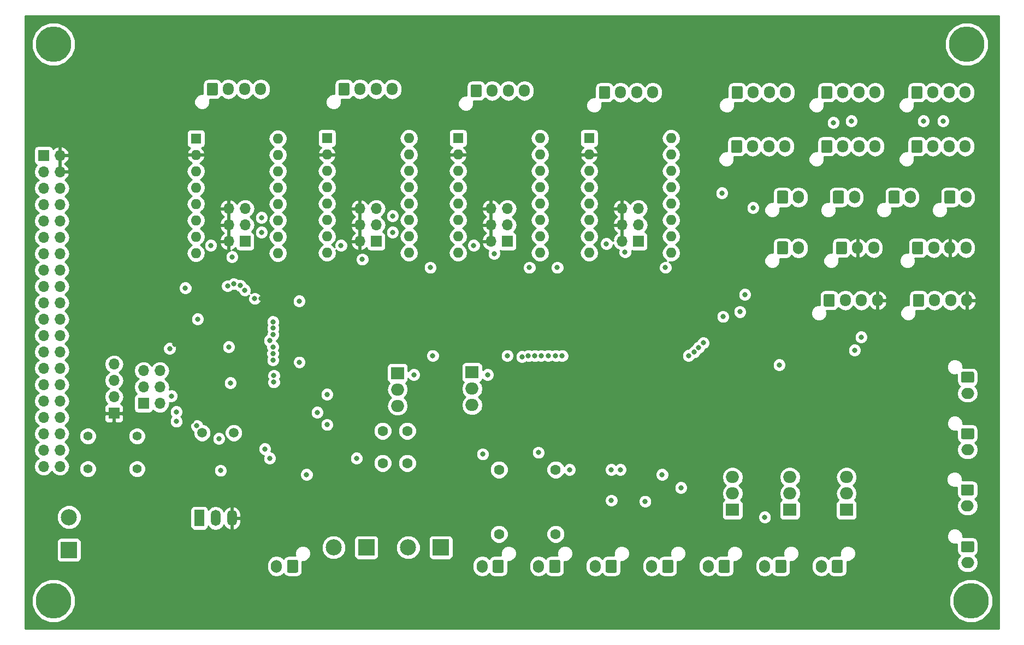
<source format=gbr>
G04 #@! TF.GenerationSoftware,KiCad,Pcbnew,(5.0.2)-1*
G04 #@! TF.CreationDate,2019-03-10T22:20:02+01:00*
G04 #@! TF.ProjectId,fdmbox_pcb_tiny,66646d62-6f78-45f7-9063-625f74696e79,rev?*
G04 #@! TF.SameCoordinates,Original*
G04 #@! TF.FileFunction,Copper,L3,Inr*
G04 #@! TF.FilePolarity,Positive*
%FSLAX46Y46*%
G04 Gerber Fmt 4.6, Leading zero omitted, Abs format (unit mm)*
G04 Created by KiCad (PCBNEW (5.0.2)-1) date 10.03.2019 22:20:02*
%MOMM*%
%LPD*%
G01*
G04 APERTURE LIST*
G04 #@! TA.AperFunction,ViaPad*
%ADD10C,5.500000*%
G04 #@! TD*
G04 #@! TA.AperFunction,ViaPad*
%ADD11R,1.600000X1.600000*%
G04 #@! TD*
G04 #@! TA.AperFunction,ViaPad*
%ADD12O,1.600000X1.600000*%
G04 #@! TD*
G04 #@! TA.AperFunction,ViaPad*
%ADD13C,1.600000*%
G04 #@! TD*
G04 #@! TA.AperFunction,ViaPad*
%ADD14R,2.500000X2.500000*%
G04 #@! TD*
G04 #@! TA.AperFunction,ViaPad*
%ADD15C,2.500000*%
G04 #@! TD*
G04 #@! TA.AperFunction,ViaPad*
%ADD16O,1.700000X1.700000*%
G04 #@! TD*
G04 #@! TA.AperFunction,ViaPad*
%ADD17R,1.700000X1.700000*%
G04 #@! TD*
G04 #@! TA.AperFunction,Conductor*
%ADD18C,0.100000*%
G04 #@! TD*
G04 #@! TA.AperFunction,ViaPad*
%ADD19C,1.700000*%
G04 #@! TD*
G04 #@! TA.AperFunction,ViaPad*
%ADD20O,2.000000X1.700000*%
G04 #@! TD*
G04 #@! TA.AperFunction,ViaPad*
%ADD21O,1.700000X2.000000*%
G04 #@! TD*
G04 #@! TA.AperFunction,ViaPad*
%ADD22O,1.700000X1.950000*%
G04 #@! TD*
G04 #@! TA.AperFunction,ViaPad*
%ADD23O,2.000000X1.905000*%
G04 #@! TD*
G04 #@! TA.AperFunction,ViaPad*
%ADD24R,2.000000X1.905000*%
G04 #@! TD*
G04 #@! TA.AperFunction,ViaPad*
%ADD25C,1.397000*%
G04 #@! TD*
G04 #@! TA.AperFunction,ViaPad*
%ADD26R,1.500000X2.500000*%
G04 #@! TD*
G04 #@! TA.AperFunction,ViaPad*
%ADD27O,1.500000X2.500000*%
G04 #@! TD*
G04 #@! TA.AperFunction,ViaPad*
%ADD28C,1.500000*%
G04 #@! TD*
G04 #@! TA.AperFunction,ViaPad*
%ADD29C,0.800000*%
G04 #@! TD*
G04 #@! TA.AperFunction,Conductor*
%ADD30C,0.254000*%
G04 #@! TD*
G04 APERTURE END LIST*
D10*
G04 #@! TO.N,N/C*
G04 #@! TO.C,REF\002A\002A*
X81280000Y-142240000D03*
G04 #@! TD*
G04 #@! TO.N,N/C*
G04 #@! TO.C,REF\002A\002A*
X81280000Y-55880000D03*
G04 #@! TD*
G04 #@! TO.N,N/C*
G04 #@! TO.C,REF\002A\002A*
X222885000Y-55880000D03*
G04 #@! TD*
D11*
G04 #@! TO.N,GND*
G04 #@! TO.C,A1*
X103378000Y-70535800D03*
D12*
G04 #@! TO.N,/E0_EN*
X116078000Y-88315800D03*
G04 #@! TO.N,+5V*
X103378000Y-73075800D03*
G04 #@! TO.N,Net-(A1-Pad10)*
X116078000Y-85775800D03*
G04 #@! TO.N,Net-(A1-Pad3)*
X103378000Y-75615800D03*
G04 #@! TO.N,Net-(A1-Pad11)*
X116078000Y-83235800D03*
G04 #@! TO.N,Net-(A1-Pad4)*
X103378000Y-78155800D03*
G04 #@! TO.N,Net-(A1-Pad12)*
X116078000Y-80695800D03*
G04 #@! TO.N,Net-(A1-Pad5)*
X103378000Y-80695800D03*
G04 #@! TO.N,Net-(A1-Pad13)*
X116078000Y-78155800D03*
G04 #@! TO.N,Net-(A1-Pad6)*
X103378000Y-83235800D03*
G04 #@! TO.N,Net-(A1-Pad13)*
X116078000Y-75615800D03*
G04 #@! TO.N,GND*
X103378000Y-85775800D03*
G04 #@! TO.N,/E0_STEP*
X116078000Y-73075800D03*
G04 #@! TO.N,+24V*
X103378000Y-88315800D03*
G04 #@! TO.N,/E0_DIR*
X116078000Y-70535800D03*
G04 #@! TD*
D11*
G04 #@! TO.N,GND*
G04 #@! TO.C,A2*
X123698000Y-70485000D03*
D12*
G04 #@! TO.N,/E1_EN*
X136398000Y-88265000D03*
G04 #@! TO.N,+5V*
X123698000Y-73025000D03*
G04 #@! TO.N,Net-(A2-Pad10)*
X136398000Y-85725000D03*
G04 #@! TO.N,Net-(A2-Pad3)*
X123698000Y-75565000D03*
G04 #@! TO.N,Net-(A2-Pad11)*
X136398000Y-83185000D03*
G04 #@! TO.N,Net-(A2-Pad4)*
X123698000Y-78105000D03*
G04 #@! TO.N,Net-(A2-Pad12)*
X136398000Y-80645000D03*
G04 #@! TO.N,Net-(A2-Pad5)*
X123698000Y-80645000D03*
G04 #@! TO.N,Net-(A2-Pad13)*
X136398000Y-78105000D03*
G04 #@! TO.N,Net-(A2-Pad6)*
X123698000Y-83185000D03*
G04 #@! TO.N,Net-(A2-Pad13)*
X136398000Y-75565000D03*
G04 #@! TO.N,GND*
X123698000Y-85725000D03*
G04 #@! TO.N,/E1_STEP*
X136398000Y-73025000D03*
G04 #@! TO.N,+24V*
X123698000Y-88265000D03*
G04 #@! TO.N,/E1_DIR*
X136398000Y-70485000D03*
G04 #@! TD*
G04 #@! TO.N,/SPARE0_DIR*
G04 #@! TO.C,A3*
X156718000Y-70485000D03*
G04 #@! TO.N,+24V*
X144018000Y-88265000D03*
G04 #@! TO.N,/SPARE0_STEP*
X156718000Y-73025000D03*
G04 #@! TO.N,GND*
X144018000Y-85725000D03*
G04 #@! TO.N,Net-(A3-Pad13)*
X156718000Y-75565000D03*
G04 #@! TO.N,Net-(A3-Pad6)*
X144018000Y-83185000D03*
G04 #@! TO.N,Net-(A3-Pad13)*
X156718000Y-78105000D03*
G04 #@! TO.N,Net-(A3-Pad5)*
X144018000Y-80645000D03*
G04 #@! TO.N,Net-(A3-Pad12)*
X156718000Y-80645000D03*
G04 #@! TO.N,Net-(A3-Pad4)*
X144018000Y-78105000D03*
G04 #@! TO.N,Net-(A3-Pad11)*
X156718000Y-83185000D03*
G04 #@! TO.N,Net-(A3-Pad3)*
X144018000Y-75565000D03*
G04 #@! TO.N,Net-(A3-Pad10)*
X156718000Y-85725000D03*
G04 #@! TO.N,+5V*
X144018000Y-73025000D03*
G04 #@! TO.N,/SPARE0_EN*
X156718000Y-88265000D03*
D11*
G04 #@! TO.N,GND*
X144018000Y-70485000D03*
G04 #@! TD*
D12*
G04 #@! TO.N,/SPARE1_DIR*
G04 #@! TO.C,A4*
X177038000Y-70485000D03*
G04 #@! TO.N,+24V*
X164338000Y-88265000D03*
G04 #@! TO.N,/SPARE1_STEP*
X177038000Y-73025000D03*
G04 #@! TO.N,GND*
X164338000Y-85725000D03*
G04 #@! TO.N,Net-(A4-Pad13)*
X177038000Y-75565000D03*
G04 #@! TO.N,Net-(A4-Pad6)*
X164338000Y-83185000D03*
G04 #@! TO.N,Net-(A4-Pad13)*
X177038000Y-78105000D03*
G04 #@! TO.N,Net-(A4-Pad5)*
X164338000Y-80645000D03*
G04 #@! TO.N,Net-(A4-Pad12)*
X177038000Y-80645000D03*
G04 #@! TO.N,Net-(A4-Pad4)*
X164338000Y-78105000D03*
G04 #@! TO.N,Net-(A4-Pad11)*
X177038000Y-83185000D03*
G04 #@! TO.N,Net-(A4-Pad3)*
X164338000Y-75565000D03*
G04 #@! TO.N,Net-(A4-Pad10)*
X177038000Y-85725000D03*
G04 #@! TO.N,+5V*
X164338000Y-73025000D03*
G04 #@! TO.N,/SPARE1_EN*
X177038000Y-88265000D03*
D11*
G04 #@! TO.N,GND*
X164338000Y-70485000D03*
G04 #@! TD*
D13*
G04 #@! TO.N,/T_E0*
G04 #@! TO.C,F1*
X136144000Y-115904000D03*
G04 #@! TO.N,Net-(F1-Pad2)*
X136144000Y-120904000D03*
G04 #@! TD*
G04 #@! TO.N,/T_E1*
G04 #@! TO.C,F2*
X132334000Y-115904000D03*
G04 #@! TO.N,Net-(F2-Pad1)*
X132334000Y-120904000D03*
G04 #@! TD*
G04 #@! TO.N,+24V*
G04 #@! TO.C,F3*
X159131000Y-121920000D03*
G04 #@! TO.N,/FAN_E0_SW*
X159131000Y-131920000D03*
G04 #@! TD*
G04 #@! TO.N,/FAN_E1_SW*
G04 #@! TO.C,F4*
X150368000Y-131920000D03*
G04 #@! TO.N,+24V*
X150368000Y-121920000D03*
G04 #@! TD*
D14*
G04 #@! TO.N,+24V*
G04 #@! TO.C,J1*
X83693000Y-134366000D03*
D15*
G04 #@! TO.N,GND*
X83693000Y-129286000D03*
G04 #@! TD*
D16*
G04 #@! TO.N,+5V*
G04 #@! TO.C,J2*
X108458000Y-81407000D03*
G04 #@! TO.N,Net-(A1-Pad12)*
X110998000Y-81407000D03*
G04 #@! TO.N,+5V*
X108458000Y-83947000D03*
G04 #@! TO.N,Net-(A1-Pad11)*
X110998000Y-83947000D03*
G04 #@! TO.N,+5V*
X108458000Y-86487000D03*
D17*
G04 #@! TO.N,Net-(A1-Pad10)*
X110998000Y-86487000D03*
G04 #@! TD*
D18*
G04 #@! TO.N,/T_E0_IN*
G04 #@! TO.C,J3*
G36*
X223786504Y-133009204D02*
X223810773Y-133012804D01*
X223834571Y-133018765D01*
X223857671Y-133027030D01*
X223879849Y-133037520D01*
X223900893Y-133050133D01*
X223920598Y-133064747D01*
X223938777Y-133081223D01*
X223955253Y-133099402D01*
X223969867Y-133119107D01*
X223982480Y-133140151D01*
X223992970Y-133162329D01*
X224001235Y-133185429D01*
X224007196Y-133209227D01*
X224010796Y-133233496D01*
X224012000Y-133258000D01*
X224012000Y-134458000D01*
X224010796Y-134482504D01*
X224007196Y-134506773D01*
X224001235Y-134530571D01*
X223992970Y-134553671D01*
X223982480Y-134575849D01*
X223969867Y-134596893D01*
X223955253Y-134616598D01*
X223938777Y-134634777D01*
X223920598Y-134651253D01*
X223900893Y-134665867D01*
X223879849Y-134678480D01*
X223857671Y-134688970D01*
X223834571Y-134697235D01*
X223810773Y-134703196D01*
X223786504Y-134706796D01*
X223762000Y-134708000D01*
X222262000Y-134708000D01*
X222237496Y-134706796D01*
X222213227Y-134703196D01*
X222189429Y-134697235D01*
X222166329Y-134688970D01*
X222144151Y-134678480D01*
X222123107Y-134665867D01*
X222103402Y-134651253D01*
X222085223Y-134634777D01*
X222068747Y-134616598D01*
X222054133Y-134596893D01*
X222041520Y-134575849D01*
X222031030Y-134553671D01*
X222022765Y-134530571D01*
X222016804Y-134506773D01*
X222013204Y-134482504D01*
X222012000Y-134458000D01*
X222012000Y-133258000D01*
X222013204Y-133233496D01*
X222016804Y-133209227D01*
X222022765Y-133185429D01*
X222031030Y-133162329D01*
X222041520Y-133140151D01*
X222054133Y-133119107D01*
X222068747Y-133099402D01*
X222085223Y-133081223D01*
X222103402Y-133064747D01*
X222123107Y-133050133D01*
X222144151Y-133037520D01*
X222166329Y-133027030D01*
X222189429Y-133018765D01*
X222213227Y-133012804D01*
X222237496Y-133009204D01*
X222262000Y-133008000D01*
X223762000Y-133008000D01*
X223786504Y-133009204D01*
X223786504Y-133009204D01*
G37*
D19*
X223012000Y-133858000D03*
D20*
G04 #@! TO.N,GND*
X223012000Y-136358000D03*
G04 #@! TD*
D21*
G04 #@! TO.N,/FAN_E0*
G04 #@! TO.C,J4*
X200319000Y-136906000D03*
D18*
G04 #@! TO.N,+24V*
G36*
X203443504Y-135907204D02*
X203467773Y-135910804D01*
X203491571Y-135916765D01*
X203514671Y-135925030D01*
X203536849Y-135935520D01*
X203557893Y-135948133D01*
X203577598Y-135962747D01*
X203595777Y-135979223D01*
X203612253Y-135997402D01*
X203626867Y-136017107D01*
X203639480Y-136038151D01*
X203649970Y-136060329D01*
X203658235Y-136083429D01*
X203664196Y-136107227D01*
X203667796Y-136131496D01*
X203669000Y-136156000D01*
X203669000Y-137656000D01*
X203667796Y-137680504D01*
X203664196Y-137704773D01*
X203658235Y-137728571D01*
X203649970Y-137751671D01*
X203639480Y-137773849D01*
X203626867Y-137794893D01*
X203612253Y-137814598D01*
X203595777Y-137832777D01*
X203577598Y-137849253D01*
X203557893Y-137863867D01*
X203536849Y-137876480D01*
X203514671Y-137886970D01*
X203491571Y-137895235D01*
X203467773Y-137901196D01*
X203443504Y-137904796D01*
X203419000Y-137906000D01*
X202219000Y-137906000D01*
X202194496Y-137904796D01*
X202170227Y-137901196D01*
X202146429Y-137895235D01*
X202123329Y-137886970D01*
X202101151Y-137876480D01*
X202080107Y-137863867D01*
X202060402Y-137849253D01*
X202042223Y-137832777D01*
X202025747Y-137814598D01*
X202011133Y-137794893D01*
X201998520Y-137773849D01*
X201988030Y-137751671D01*
X201979765Y-137728571D01*
X201973804Y-137704773D01*
X201970204Y-137680504D01*
X201969000Y-137656000D01*
X201969000Y-136156000D01*
X201970204Y-136131496D01*
X201973804Y-136107227D01*
X201979765Y-136083429D01*
X201988030Y-136060329D01*
X201998520Y-136038151D01*
X202011133Y-136017107D01*
X202025747Y-135997402D01*
X202042223Y-135979223D01*
X202060402Y-135962747D01*
X202080107Y-135948133D01*
X202101151Y-135935520D01*
X202123329Y-135925030D01*
X202146429Y-135916765D01*
X202170227Y-135910804D01*
X202194496Y-135907204D01*
X202219000Y-135906000D01*
X203419000Y-135906000D01*
X203443504Y-135907204D01*
X203443504Y-135907204D01*
G37*
D19*
X202819000Y-136906000D03*
G04 #@! TD*
D20*
G04 #@! TO.N,GND*
G04 #@! TO.C,J5*
X222980000Y-127544000D03*
D18*
G04 #@! TO.N,/T_E1_IN*
G36*
X223754504Y-124195204D02*
X223778773Y-124198804D01*
X223802571Y-124204765D01*
X223825671Y-124213030D01*
X223847849Y-124223520D01*
X223868893Y-124236133D01*
X223888598Y-124250747D01*
X223906777Y-124267223D01*
X223923253Y-124285402D01*
X223937867Y-124305107D01*
X223950480Y-124326151D01*
X223960970Y-124348329D01*
X223969235Y-124371429D01*
X223975196Y-124395227D01*
X223978796Y-124419496D01*
X223980000Y-124444000D01*
X223980000Y-125644000D01*
X223978796Y-125668504D01*
X223975196Y-125692773D01*
X223969235Y-125716571D01*
X223960970Y-125739671D01*
X223950480Y-125761849D01*
X223937867Y-125782893D01*
X223923253Y-125802598D01*
X223906777Y-125820777D01*
X223888598Y-125837253D01*
X223868893Y-125851867D01*
X223847849Y-125864480D01*
X223825671Y-125874970D01*
X223802571Y-125883235D01*
X223778773Y-125889196D01*
X223754504Y-125892796D01*
X223730000Y-125894000D01*
X222230000Y-125894000D01*
X222205496Y-125892796D01*
X222181227Y-125889196D01*
X222157429Y-125883235D01*
X222134329Y-125874970D01*
X222112151Y-125864480D01*
X222091107Y-125851867D01*
X222071402Y-125837253D01*
X222053223Y-125820777D01*
X222036747Y-125802598D01*
X222022133Y-125782893D01*
X222009520Y-125761849D01*
X221999030Y-125739671D01*
X221990765Y-125716571D01*
X221984804Y-125692773D01*
X221981204Y-125668504D01*
X221980000Y-125644000D01*
X221980000Y-124444000D01*
X221981204Y-124419496D01*
X221984804Y-124395227D01*
X221990765Y-124371429D01*
X221999030Y-124348329D01*
X222009520Y-124326151D01*
X222022133Y-124305107D01*
X222036747Y-124285402D01*
X222053223Y-124267223D01*
X222071402Y-124250747D01*
X222091107Y-124236133D01*
X222112151Y-124223520D01*
X222134329Y-124213030D01*
X222157429Y-124204765D01*
X222181227Y-124198804D01*
X222205496Y-124195204D01*
X222230000Y-124194000D01*
X223730000Y-124194000D01*
X223754504Y-124195204D01*
X223754504Y-124195204D01*
G37*
D19*
X222980000Y-125044000D03*
G04 #@! TD*
D21*
G04 #@! TO.N,/FAN_E1*
G04 #@! TO.C,J6*
X191556000Y-136906000D03*
D18*
G04 #@! TO.N,+24V*
G36*
X194680504Y-135907204D02*
X194704773Y-135910804D01*
X194728571Y-135916765D01*
X194751671Y-135925030D01*
X194773849Y-135935520D01*
X194794893Y-135948133D01*
X194814598Y-135962747D01*
X194832777Y-135979223D01*
X194849253Y-135997402D01*
X194863867Y-136017107D01*
X194876480Y-136038151D01*
X194886970Y-136060329D01*
X194895235Y-136083429D01*
X194901196Y-136107227D01*
X194904796Y-136131496D01*
X194906000Y-136156000D01*
X194906000Y-137656000D01*
X194904796Y-137680504D01*
X194901196Y-137704773D01*
X194895235Y-137728571D01*
X194886970Y-137751671D01*
X194876480Y-137773849D01*
X194863867Y-137794893D01*
X194849253Y-137814598D01*
X194832777Y-137832777D01*
X194814598Y-137849253D01*
X194794893Y-137863867D01*
X194773849Y-137876480D01*
X194751671Y-137886970D01*
X194728571Y-137895235D01*
X194704773Y-137901196D01*
X194680504Y-137904796D01*
X194656000Y-137906000D01*
X193456000Y-137906000D01*
X193431496Y-137904796D01*
X193407227Y-137901196D01*
X193383429Y-137895235D01*
X193360329Y-137886970D01*
X193338151Y-137876480D01*
X193317107Y-137863867D01*
X193297402Y-137849253D01*
X193279223Y-137832777D01*
X193262747Y-137814598D01*
X193248133Y-137794893D01*
X193235520Y-137773849D01*
X193225030Y-137751671D01*
X193216765Y-137728571D01*
X193210804Y-137704773D01*
X193207204Y-137680504D01*
X193206000Y-137656000D01*
X193206000Y-136156000D01*
X193207204Y-136131496D01*
X193210804Y-136107227D01*
X193216765Y-136083429D01*
X193225030Y-136060329D01*
X193235520Y-136038151D01*
X193248133Y-136017107D01*
X193262747Y-135997402D01*
X193279223Y-135979223D01*
X193297402Y-135962747D01*
X193317107Y-135948133D01*
X193338151Y-135935520D01*
X193360329Y-135925030D01*
X193383429Y-135916765D01*
X193407227Y-135910804D01*
X193431496Y-135907204D01*
X193456000Y-135906000D01*
X194656000Y-135906000D01*
X194680504Y-135907204D01*
X194680504Y-135907204D01*
G37*
D19*
X194056000Y-136906000D03*
G04 #@! TD*
D18*
G04 #@! TO.N,/T_BED_IN*
G04 #@! TO.C,J7*
G36*
X223786504Y-115483204D02*
X223810773Y-115486804D01*
X223834571Y-115492765D01*
X223857671Y-115501030D01*
X223879849Y-115511520D01*
X223900893Y-115524133D01*
X223920598Y-115538747D01*
X223938777Y-115555223D01*
X223955253Y-115573402D01*
X223969867Y-115593107D01*
X223982480Y-115614151D01*
X223992970Y-115636329D01*
X224001235Y-115659429D01*
X224007196Y-115683227D01*
X224010796Y-115707496D01*
X224012000Y-115732000D01*
X224012000Y-116932000D01*
X224010796Y-116956504D01*
X224007196Y-116980773D01*
X224001235Y-117004571D01*
X223992970Y-117027671D01*
X223982480Y-117049849D01*
X223969867Y-117070893D01*
X223955253Y-117090598D01*
X223938777Y-117108777D01*
X223920598Y-117125253D01*
X223900893Y-117139867D01*
X223879849Y-117152480D01*
X223857671Y-117162970D01*
X223834571Y-117171235D01*
X223810773Y-117177196D01*
X223786504Y-117180796D01*
X223762000Y-117182000D01*
X222262000Y-117182000D01*
X222237496Y-117180796D01*
X222213227Y-117177196D01*
X222189429Y-117171235D01*
X222166329Y-117162970D01*
X222144151Y-117152480D01*
X222123107Y-117139867D01*
X222103402Y-117125253D01*
X222085223Y-117108777D01*
X222068747Y-117090598D01*
X222054133Y-117070893D01*
X222041520Y-117049849D01*
X222031030Y-117027671D01*
X222022765Y-117004571D01*
X222016804Y-116980773D01*
X222013204Y-116956504D01*
X222012000Y-116932000D01*
X222012000Y-115732000D01*
X222013204Y-115707496D01*
X222016804Y-115683227D01*
X222022765Y-115659429D01*
X222031030Y-115636329D01*
X222041520Y-115614151D01*
X222054133Y-115593107D01*
X222068747Y-115573402D01*
X222085223Y-115555223D01*
X222103402Y-115538747D01*
X222123107Y-115524133D01*
X222144151Y-115511520D01*
X222166329Y-115501030D01*
X222189429Y-115492765D01*
X222213227Y-115486804D01*
X222237496Y-115483204D01*
X222262000Y-115482000D01*
X223762000Y-115482000D01*
X223786504Y-115483204D01*
X223786504Y-115483204D01*
G37*
D19*
X223012000Y-116332000D03*
D20*
G04 #@! TO.N,GND*
X223012000Y-118832000D03*
G04 #@! TD*
D18*
G04 #@! TO.N,+24V*
G04 #@! TO.C,J8*
G36*
X185917504Y-135907204D02*
X185941773Y-135910804D01*
X185965571Y-135916765D01*
X185988671Y-135925030D01*
X186010849Y-135935520D01*
X186031893Y-135948133D01*
X186051598Y-135962747D01*
X186069777Y-135979223D01*
X186086253Y-135997402D01*
X186100867Y-136017107D01*
X186113480Y-136038151D01*
X186123970Y-136060329D01*
X186132235Y-136083429D01*
X186138196Y-136107227D01*
X186141796Y-136131496D01*
X186143000Y-136156000D01*
X186143000Y-137656000D01*
X186141796Y-137680504D01*
X186138196Y-137704773D01*
X186132235Y-137728571D01*
X186123970Y-137751671D01*
X186113480Y-137773849D01*
X186100867Y-137794893D01*
X186086253Y-137814598D01*
X186069777Y-137832777D01*
X186051598Y-137849253D01*
X186031893Y-137863867D01*
X186010849Y-137876480D01*
X185988671Y-137886970D01*
X185965571Y-137895235D01*
X185941773Y-137901196D01*
X185917504Y-137904796D01*
X185893000Y-137906000D01*
X184693000Y-137906000D01*
X184668496Y-137904796D01*
X184644227Y-137901196D01*
X184620429Y-137895235D01*
X184597329Y-137886970D01*
X184575151Y-137876480D01*
X184554107Y-137863867D01*
X184534402Y-137849253D01*
X184516223Y-137832777D01*
X184499747Y-137814598D01*
X184485133Y-137794893D01*
X184472520Y-137773849D01*
X184462030Y-137751671D01*
X184453765Y-137728571D01*
X184447804Y-137704773D01*
X184444204Y-137680504D01*
X184443000Y-137656000D01*
X184443000Y-136156000D01*
X184444204Y-136131496D01*
X184447804Y-136107227D01*
X184453765Y-136083429D01*
X184462030Y-136060329D01*
X184472520Y-136038151D01*
X184485133Y-136017107D01*
X184499747Y-135997402D01*
X184516223Y-135979223D01*
X184534402Y-135962747D01*
X184554107Y-135948133D01*
X184575151Y-135935520D01*
X184597329Y-135925030D01*
X184620429Y-135916765D01*
X184644227Y-135910804D01*
X184668496Y-135907204D01*
X184693000Y-135906000D01*
X185893000Y-135906000D01*
X185917504Y-135907204D01*
X185917504Y-135907204D01*
G37*
D19*
X185293000Y-136906000D03*
D21*
G04 #@! TO.N,/FAN_ENV*
X182793000Y-136906000D03*
G04 #@! TD*
D18*
G04 #@! TO.N,Net-(A1-Pad3)*
G04 #@! TO.C,J9*
G36*
X106542504Y-61891204D02*
X106566773Y-61894804D01*
X106590571Y-61900765D01*
X106613671Y-61909030D01*
X106635849Y-61919520D01*
X106656893Y-61932133D01*
X106676598Y-61946747D01*
X106694777Y-61963223D01*
X106711253Y-61981402D01*
X106725867Y-62001107D01*
X106738480Y-62022151D01*
X106748970Y-62044329D01*
X106757235Y-62067429D01*
X106763196Y-62091227D01*
X106766796Y-62115496D01*
X106768000Y-62140000D01*
X106768000Y-63590000D01*
X106766796Y-63614504D01*
X106763196Y-63638773D01*
X106757235Y-63662571D01*
X106748970Y-63685671D01*
X106738480Y-63707849D01*
X106725867Y-63728893D01*
X106711253Y-63748598D01*
X106694777Y-63766777D01*
X106676598Y-63783253D01*
X106656893Y-63797867D01*
X106635849Y-63810480D01*
X106613671Y-63820970D01*
X106590571Y-63829235D01*
X106566773Y-63835196D01*
X106542504Y-63838796D01*
X106518000Y-63840000D01*
X105318000Y-63840000D01*
X105293496Y-63838796D01*
X105269227Y-63835196D01*
X105245429Y-63829235D01*
X105222329Y-63820970D01*
X105200151Y-63810480D01*
X105179107Y-63797867D01*
X105159402Y-63783253D01*
X105141223Y-63766777D01*
X105124747Y-63748598D01*
X105110133Y-63728893D01*
X105097520Y-63707849D01*
X105087030Y-63685671D01*
X105078765Y-63662571D01*
X105072804Y-63638773D01*
X105069204Y-63614504D01*
X105068000Y-63590000D01*
X105068000Y-62140000D01*
X105069204Y-62115496D01*
X105072804Y-62091227D01*
X105078765Y-62067429D01*
X105087030Y-62044329D01*
X105097520Y-62022151D01*
X105110133Y-62001107D01*
X105124747Y-61981402D01*
X105141223Y-61963223D01*
X105159402Y-61946747D01*
X105179107Y-61932133D01*
X105200151Y-61919520D01*
X105222329Y-61909030D01*
X105245429Y-61900765D01*
X105269227Y-61894804D01*
X105293496Y-61891204D01*
X105318000Y-61890000D01*
X106518000Y-61890000D01*
X106542504Y-61891204D01*
X106542504Y-61891204D01*
G37*
D19*
X105918000Y-62865000D03*
D22*
G04 #@! TO.N,Net-(A1-Pad4)*
X108418000Y-62865000D03*
G04 #@! TO.N,Net-(A1-Pad5)*
X110918000Y-62865000D03*
G04 #@! TO.N,Net-(A1-Pad6)*
X113418000Y-62865000D03*
G04 #@! TD*
D18*
G04 #@! TO.N,/T_ENV_IN*
G04 #@! TO.C,J10*
G36*
X223786504Y-106720204D02*
X223810773Y-106723804D01*
X223834571Y-106729765D01*
X223857671Y-106738030D01*
X223879849Y-106748520D01*
X223900893Y-106761133D01*
X223920598Y-106775747D01*
X223938777Y-106792223D01*
X223955253Y-106810402D01*
X223969867Y-106830107D01*
X223982480Y-106851151D01*
X223992970Y-106873329D01*
X224001235Y-106896429D01*
X224007196Y-106920227D01*
X224010796Y-106944496D01*
X224012000Y-106969000D01*
X224012000Y-108169000D01*
X224010796Y-108193504D01*
X224007196Y-108217773D01*
X224001235Y-108241571D01*
X223992970Y-108264671D01*
X223982480Y-108286849D01*
X223969867Y-108307893D01*
X223955253Y-108327598D01*
X223938777Y-108345777D01*
X223920598Y-108362253D01*
X223900893Y-108376867D01*
X223879849Y-108389480D01*
X223857671Y-108399970D01*
X223834571Y-108408235D01*
X223810773Y-108414196D01*
X223786504Y-108417796D01*
X223762000Y-108419000D01*
X222262000Y-108419000D01*
X222237496Y-108417796D01*
X222213227Y-108414196D01*
X222189429Y-108408235D01*
X222166329Y-108399970D01*
X222144151Y-108389480D01*
X222123107Y-108376867D01*
X222103402Y-108362253D01*
X222085223Y-108345777D01*
X222068747Y-108327598D01*
X222054133Y-108307893D01*
X222041520Y-108286849D01*
X222031030Y-108264671D01*
X222022765Y-108241571D01*
X222016804Y-108217773D01*
X222013204Y-108193504D01*
X222012000Y-108169000D01*
X222012000Y-106969000D01*
X222013204Y-106944496D01*
X222016804Y-106920227D01*
X222022765Y-106896429D01*
X222031030Y-106873329D01*
X222041520Y-106851151D01*
X222054133Y-106830107D01*
X222068747Y-106810402D01*
X222085223Y-106792223D01*
X222103402Y-106775747D01*
X222123107Y-106761133D01*
X222144151Y-106748520D01*
X222166329Y-106738030D01*
X222189429Y-106729765D01*
X222213227Y-106723804D01*
X222237496Y-106720204D01*
X222262000Y-106719000D01*
X223762000Y-106719000D01*
X223786504Y-106720204D01*
X223786504Y-106720204D01*
G37*
D19*
X223012000Y-107569000D03*
D20*
G04 #@! TO.N,GND*
X223012000Y-110069000D03*
G04 #@! TD*
D18*
G04 #@! TO.N,+24V*
G04 #@! TO.C,J11*
G36*
X118988504Y-135907204D02*
X119012773Y-135910804D01*
X119036571Y-135916765D01*
X119059671Y-135925030D01*
X119081849Y-135935520D01*
X119102893Y-135948133D01*
X119122598Y-135962747D01*
X119140777Y-135979223D01*
X119157253Y-135997402D01*
X119171867Y-136017107D01*
X119184480Y-136038151D01*
X119194970Y-136060329D01*
X119203235Y-136083429D01*
X119209196Y-136107227D01*
X119212796Y-136131496D01*
X119214000Y-136156000D01*
X119214000Y-137656000D01*
X119212796Y-137680504D01*
X119209196Y-137704773D01*
X119203235Y-137728571D01*
X119194970Y-137751671D01*
X119184480Y-137773849D01*
X119171867Y-137794893D01*
X119157253Y-137814598D01*
X119140777Y-137832777D01*
X119122598Y-137849253D01*
X119102893Y-137863867D01*
X119081849Y-137876480D01*
X119059671Y-137886970D01*
X119036571Y-137895235D01*
X119012773Y-137901196D01*
X118988504Y-137904796D01*
X118964000Y-137906000D01*
X117764000Y-137906000D01*
X117739496Y-137904796D01*
X117715227Y-137901196D01*
X117691429Y-137895235D01*
X117668329Y-137886970D01*
X117646151Y-137876480D01*
X117625107Y-137863867D01*
X117605402Y-137849253D01*
X117587223Y-137832777D01*
X117570747Y-137814598D01*
X117556133Y-137794893D01*
X117543520Y-137773849D01*
X117533030Y-137751671D01*
X117524765Y-137728571D01*
X117518804Y-137704773D01*
X117515204Y-137680504D01*
X117514000Y-137656000D01*
X117514000Y-136156000D01*
X117515204Y-136131496D01*
X117518804Y-136107227D01*
X117524765Y-136083429D01*
X117533030Y-136060329D01*
X117543520Y-136038151D01*
X117556133Y-136017107D01*
X117570747Y-135997402D01*
X117587223Y-135979223D01*
X117605402Y-135962747D01*
X117625107Y-135948133D01*
X117646151Y-135935520D01*
X117668329Y-135925030D01*
X117691429Y-135916765D01*
X117715227Y-135910804D01*
X117739496Y-135907204D01*
X117764000Y-135906000D01*
X118964000Y-135906000D01*
X118988504Y-135907204D01*
X118988504Y-135907204D01*
G37*
D19*
X118364000Y-136906000D03*
D21*
G04 #@! TO.N,GND*
X115864000Y-136906000D03*
G04 #@! TD*
D17*
G04 #@! TO.N,Net-(A2-Pad10)*
G04 #@! TO.C,J12*
X131318000Y-86487000D03*
D16*
G04 #@! TO.N,+5V*
X128778000Y-86487000D03*
G04 #@! TO.N,Net-(A2-Pad11)*
X131318000Y-83947000D03*
G04 #@! TO.N,+5V*
X128778000Y-83947000D03*
G04 #@! TO.N,Net-(A2-Pad12)*
X131318000Y-81407000D03*
G04 #@! TO.N,+5V*
X128778000Y-81407000D03*
G04 #@! TD*
D15*
G04 #@! TO.N,Net-(F1-Pad2)*
G04 #@! TO.C,J13*
X136271000Y-133985000D03*
D14*
G04 #@! TO.N,+24V*
X141351000Y-133985000D03*
G04 #@! TD*
D17*
G04 #@! TO.N,/MISO*
G04 #@! TO.C,J14*
X95250000Y-111633000D03*
D16*
G04 #@! TO.N,Net-(D3-Pad2)*
X97790000Y-111633000D03*
G04 #@! TO.N,/SCK*
X95250000Y-109093000D03*
G04 #@! TO.N,/MOSI*
X97790000Y-109093000D03*
G04 #@! TO.N,/RESET*
X95250000Y-106553000D03*
G04 #@! TO.N,GND*
X97790000Y-106553000D03*
G04 #@! TD*
D21*
G04 #@! TO.N,GND*
G04 #@! TO.C,J15*
X196810000Y-87503000D03*
D18*
G04 #@! TO.N,/X0MIN*
G36*
X194934504Y-86504204D02*
X194958773Y-86507804D01*
X194982571Y-86513765D01*
X195005671Y-86522030D01*
X195027849Y-86532520D01*
X195048893Y-86545133D01*
X195068598Y-86559747D01*
X195086777Y-86576223D01*
X195103253Y-86594402D01*
X195117867Y-86614107D01*
X195130480Y-86635151D01*
X195140970Y-86657329D01*
X195149235Y-86680429D01*
X195155196Y-86704227D01*
X195158796Y-86728496D01*
X195160000Y-86753000D01*
X195160000Y-88253000D01*
X195158796Y-88277504D01*
X195155196Y-88301773D01*
X195149235Y-88325571D01*
X195140970Y-88348671D01*
X195130480Y-88370849D01*
X195117867Y-88391893D01*
X195103253Y-88411598D01*
X195086777Y-88429777D01*
X195068598Y-88446253D01*
X195048893Y-88460867D01*
X195027849Y-88473480D01*
X195005671Y-88483970D01*
X194982571Y-88492235D01*
X194958773Y-88498196D01*
X194934504Y-88501796D01*
X194910000Y-88503000D01*
X193710000Y-88503000D01*
X193685496Y-88501796D01*
X193661227Y-88498196D01*
X193637429Y-88492235D01*
X193614329Y-88483970D01*
X193592151Y-88473480D01*
X193571107Y-88460867D01*
X193551402Y-88446253D01*
X193533223Y-88429777D01*
X193516747Y-88411598D01*
X193502133Y-88391893D01*
X193489520Y-88370849D01*
X193479030Y-88348671D01*
X193470765Y-88325571D01*
X193464804Y-88301773D01*
X193461204Y-88277504D01*
X193460000Y-88253000D01*
X193460000Y-86753000D01*
X193461204Y-86728496D01*
X193464804Y-86704227D01*
X193470765Y-86680429D01*
X193479030Y-86657329D01*
X193489520Y-86635151D01*
X193502133Y-86614107D01*
X193516747Y-86594402D01*
X193533223Y-86576223D01*
X193551402Y-86559747D01*
X193571107Y-86545133D01*
X193592151Y-86532520D01*
X193614329Y-86522030D01*
X193637429Y-86513765D01*
X193661227Y-86507804D01*
X193685496Y-86504204D01*
X193710000Y-86503000D01*
X194910000Y-86503000D01*
X194934504Y-86504204D01*
X194934504Y-86504204D01*
G37*
D19*
X194310000Y-87503000D03*
G04 #@! TD*
D14*
G04 #@! TO.N,+24V*
G04 #@! TO.C,J16*
X129794000Y-133985000D03*
D15*
G04 #@! TO.N,Net-(F2-Pad1)*
X124714000Y-133985000D03*
G04 #@! TD*
D21*
G04 #@! TO.N,+24V*
G04 #@! TO.C,J17*
X156504000Y-136906000D03*
D18*
G04 #@! TO.N,/FAN_E0_SW*
G36*
X159628504Y-135907204D02*
X159652773Y-135910804D01*
X159676571Y-135916765D01*
X159699671Y-135925030D01*
X159721849Y-135935520D01*
X159742893Y-135948133D01*
X159762598Y-135962747D01*
X159780777Y-135979223D01*
X159797253Y-135997402D01*
X159811867Y-136017107D01*
X159824480Y-136038151D01*
X159834970Y-136060329D01*
X159843235Y-136083429D01*
X159849196Y-136107227D01*
X159852796Y-136131496D01*
X159854000Y-136156000D01*
X159854000Y-137656000D01*
X159852796Y-137680504D01*
X159849196Y-137704773D01*
X159843235Y-137728571D01*
X159834970Y-137751671D01*
X159824480Y-137773849D01*
X159811867Y-137794893D01*
X159797253Y-137814598D01*
X159780777Y-137832777D01*
X159762598Y-137849253D01*
X159742893Y-137863867D01*
X159721849Y-137876480D01*
X159699671Y-137886970D01*
X159676571Y-137895235D01*
X159652773Y-137901196D01*
X159628504Y-137904796D01*
X159604000Y-137906000D01*
X158404000Y-137906000D01*
X158379496Y-137904796D01*
X158355227Y-137901196D01*
X158331429Y-137895235D01*
X158308329Y-137886970D01*
X158286151Y-137876480D01*
X158265107Y-137863867D01*
X158245402Y-137849253D01*
X158227223Y-137832777D01*
X158210747Y-137814598D01*
X158196133Y-137794893D01*
X158183520Y-137773849D01*
X158173030Y-137751671D01*
X158164765Y-137728571D01*
X158158804Y-137704773D01*
X158155204Y-137680504D01*
X158154000Y-137656000D01*
X158154000Y-136156000D01*
X158155204Y-136131496D01*
X158158804Y-136107227D01*
X158164765Y-136083429D01*
X158173030Y-136060329D01*
X158183520Y-136038151D01*
X158196133Y-136017107D01*
X158210747Y-135997402D01*
X158227223Y-135979223D01*
X158245402Y-135962747D01*
X158265107Y-135948133D01*
X158286151Y-135935520D01*
X158308329Y-135925030D01*
X158331429Y-135916765D01*
X158355227Y-135910804D01*
X158379496Y-135907204D01*
X158404000Y-135906000D01*
X159604000Y-135906000D01*
X159628504Y-135907204D01*
X159628504Y-135907204D01*
G37*
D19*
X159004000Y-136906000D03*
G04 #@! TD*
D18*
G04 #@! TO.N,/X1MIN*
G04 #@! TO.C,J18*
G36*
X194934504Y-78630204D02*
X194958773Y-78633804D01*
X194982571Y-78639765D01*
X195005671Y-78648030D01*
X195027849Y-78658520D01*
X195048893Y-78671133D01*
X195068598Y-78685747D01*
X195086777Y-78702223D01*
X195103253Y-78720402D01*
X195117867Y-78740107D01*
X195130480Y-78761151D01*
X195140970Y-78783329D01*
X195149235Y-78806429D01*
X195155196Y-78830227D01*
X195158796Y-78854496D01*
X195160000Y-78879000D01*
X195160000Y-80379000D01*
X195158796Y-80403504D01*
X195155196Y-80427773D01*
X195149235Y-80451571D01*
X195140970Y-80474671D01*
X195130480Y-80496849D01*
X195117867Y-80517893D01*
X195103253Y-80537598D01*
X195086777Y-80555777D01*
X195068598Y-80572253D01*
X195048893Y-80586867D01*
X195027849Y-80599480D01*
X195005671Y-80609970D01*
X194982571Y-80618235D01*
X194958773Y-80624196D01*
X194934504Y-80627796D01*
X194910000Y-80629000D01*
X193710000Y-80629000D01*
X193685496Y-80627796D01*
X193661227Y-80624196D01*
X193637429Y-80618235D01*
X193614329Y-80609970D01*
X193592151Y-80599480D01*
X193571107Y-80586867D01*
X193551402Y-80572253D01*
X193533223Y-80555777D01*
X193516747Y-80537598D01*
X193502133Y-80517893D01*
X193489520Y-80496849D01*
X193479030Y-80474671D01*
X193470765Y-80451571D01*
X193464804Y-80427773D01*
X193461204Y-80403504D01*
X193460000Y-80379000D01*
X193460000Y-78879000D01*
X193461204Y-78854496D01*
X193464804Y-78830227D01*
X193470765Y-78806429D01*
X193479030Y-78783329D01*
X193489520Y-78761151D01*
X193502133Y-78740107D01*
X193516747Y-78720402D01*
X193533223Y-78702223D01*
X193551402Y-78685747D01*
X193571107Y-78671133D01*
X193592151Y-78658520D01*
X193614329Y-78648030D01*
X193637429Y-78639765D01*
X193661227Y-78633804D01*
X193685496Y-78630204D01*
X193710000Y-78629000D01*
X194910000Y-78629000D01*
X194934504Y-78630204D01*
X194934504Y-78630204D01*
G37*
D19*
X194310000Y-79629000D03*
D21*
G04 #@! TO.N,GND*
X196810000Y-79629000D03*
G04 #@! TD*
D18*
G04 #@! TO.N,Net-(A2-Pad3)*
G04 #@! TO.C,J19*
G36*
X126942504Y-61891204D02*
X126966773Y-61894804D01*
X126990571Y-61900765D01*
X127013671Y-61909030D01*
X127035849Y-61919520D01*
X127056893Y-61932133D01*
X127076598Y-61946747D01*
X127094777Y-61963223D01*
X127111253Y-61981402D01*
X127125867Y-62001107D01*
X127138480Y-62022151D01*
X127148970Y-62044329D01*
X127157235Y-62067429D01*
X127163196Y-62091227D01*
X127166796Y-62115496D01*
X127168000Y-62140000D01*
X127168000Y-63590000D01*
X127166796Y-63614504D01*
X127163196Y-63638773D01*
X127157235Y-63662571D01*
X127148970Y-63685671D01*
X127138480Y-63707849D01*
X127125867Y-63728893D01*
X127111253Y-63748598D01*
X127094777Y-63766777D01*
X127076598Y-63783253D01*
X127056893Y-63797867D01*
X127035849Y-63810480D01*
X127013671Y-63820970D01*
X126990571Y-63829235D01*
X126966773Y-63835196D01*
X126942504Y-63838796D01*
X126918000Y-63840000D01*
X125718000Y-63840000D01*
X125693496Y-63838796D01*
X125669227Y-63835196D01*
X125645429Y-63829235D01*
X125622329Y-63820970D01*
X125600151Y-63810480D01*
X125579107Y-63797867D01*
X125559402Y-63783253D01*
X125541223Y-63766777D01*
X125524747Y-63748598D01*
X125510133Y-63728893D01*
X125497520Y-63707849D01*
X125487030Y-63685671D01*
X125478765Y-63662571D01*
X125472804Y-63638773D01*
X125469204Y-63614504D01*
X125468000Y-63590000D01*
X125468000Y-62140000D01*
X125469204Y-62115496D01*
X125472804Y-62091227D01*
X125478765Y-62067429D01*
X125487030Y-62044329D01*
X125497520Y-62022151D01*
X125510133Y-62001107D01*
X125524747Y-61981402D01*
X125541223Y-61963223D01*
X125559402Y-61946747D01*
X125579107Y-61932133D01*
X125600151Y-61919520D01*
X125622329Y-61909030D01*
X125645429Y-61900765D01*
X125669227Y-61894804D01*
X125693496Y-61891204D01*
X125718000Y-61890000D01*
X126918000Y-61890000D01*
X126942504Y-61891204D01*
X126942504Y-61891204D01*
G37*
D19*
X126318000Y-62865000D03*
D22*
G04 #@! TO.N,Net-(A2-Pad4)*
X128818000Y-62865000D03*
G04 #@! TO.N,Net-(A2-Pad5)*
X131318000Y-62865000D03*
G04 #@! TO.N,Net-(A2-Pad6)*
X133818000Y-62865000D03*
G04 #@! TD*
D21*
G04 #@! TO.N,GND*
G04 #@! TO.C,J20*
X205486000Y-79629000D03*
D18*
G04 #@! TO.N,/YMIN*
G36*
X203610504Y-78630204D02*
X203634773Y-78633804D01*
X203658571Y-78639765D01*
X203681671Y-78648030D01*
X203703849Y-78658520D01*
X203724893Y-78671133D01*
X203744598Y-78685747D01*
X203762777Y-78702223D01*
X203779253Y-78720402D01*
X203793867Y-78740107D01*
X203806480Y-78761151D01*
X203816970Y-78783329D01*
X203825235Y-78806429D01*
X203831196Y-78830227D01*
X203834796Y-78854496D01*
X203836000Y-78879000D01*
X203836000Y-80379000D01*
X203834796Y-80403504D01*
X203831196Y-80427773D01*
X203825235Y-80451571D01*
X203816970Y-80474671D01*
X203806480Y-80496849D01*
X203793867Y-80517893D01*
X203779253Y-80537598D01*
X203762777Y-80555777D01*
X203744598Y-80572253D01*
X203724893Y-80586867D01*
X203703849Y-80599480D01*
X203681671Y-80609970D01*
X203658571Y-80618235D01*
X203634773Y-80624196D01*
X203610504Y-80627796D01*
X203586000Y-80629000D01*
X202386000Y-80629000D01*
X202361496Y-80627796D01*
X202337227Y-80624196D01*
X202313429Y-80618235D01*
X202290329Y-80609970D01*
X202268151Y-80599480D01*
X202247107Y-80586867D01*
X202227402Y-80572253D01*
X202209223Y-80555777D01*
X202192747Y-80537598D01*
X202178133Y-80517893D01*
X202165520Y-80496849D01*
X202155030Y-80474671D01*
X202146765Y-80451571D01*
X202140804Y-80427773D01*
X202137204Y-80403504D01*
X202136000Y-80379000D01*
X202136000Y-78879000D01*
X202137204Y-78854496D01*
X202140804Y-78830227D01*
X202146765Y-78806429D01*
X202155030Y-78783329D01*
X202165520Y-78761151D01*
X202178133Y-78740107D01*
X202192747Y-78720402D01*
X202209223Y-78702223D01*
X202227402Y-78685747D01*
X202247107Y-78671133D01*
X202268151Y-78658520D01*
X202290329Y-78648030D01*
X202313429Y-78639765D01*
X202337227Y-78633804D01*
X202361496Y-78630204D01*
X202386000Y-78629000D01*
X203586000Y-78629000D01*
X203610504Y-78630204D01*
X203610504Y-78630204D01*
G37*
D19*
X202986000Y-79629000D03*
G04 #@! TD*
D18*
G04 #@! TO.N,/FAN_E1_SW*
G04 #@! TO.C,J21*
G36*
X150865504Y-135907204D02*
X150889773Y-135910804D01*
X150913571Y-135916765D01*
X150936671Y-135925030D01*
X150958849Y-135935520D01*
X150979893Y-135948133D01*
X150999598Y-135962747D01*
X151017777Y-135979223D01*
X151034253Y-135997402D01*
X151048867Y-136017107D01*
X151061480Y-136038151D01*
X151071970Y-136060329D01*
X151080235Y-136083429D01*
X151086196Y-136107227D01*
X151089796Y-136131496D01*
X151091000Y-136156000D01*
X151091000Y-137656000D01*
X151089796Y-137680504D01*
X151086196Y-137704773D01*
X151080235Y-137728571D01*
X151071970Y-137751671D01*
X151061480Y-137773849D01*
X151048867Y-137794893D01*
X151034253Y-137814598D01*
X151017777Y-137832777D01*
X150999598Y-137849253D01*
X150979893Y-137863867D01*
X150958849Y-137876480D01*
X150936671Y-137886970D01*
X150913571Y-137895235D01*
X150889773Y-137901196D01*
X150865504Y-137904796D01*
X150841000Y-137906000D01*
X149641000Y-137906000D01*
X149616496Y-137904796D01*
X149592227Y-137901196D01*
X149568429Y-137895235D01*
X149545329Y-137886970D01*
X149523151Y-137876480D01*
X149502107Y-137863867D01*
X149482402Y-137849253D01*
X149464223Y-137832777D01*
X149447747Y-137814598D01*
X149433133Y-137794893D01*
X149420520Y-137773849D01*
X149410030Y-137751671D01*
X149401765Y-137728571D01*
X149395804Y-137704773D01*
X149392204Y-137680504D01*
X149391000Y-137656000D01*
X149391000Y-136156000D01*
X149392204Y-136131496D01*
X149395804Y-136107227D01*
X149401765Y-136083429D01*
X149410030Y-136060329D01*
X149420520Y-136038151D01*
X149433133Y-136017107D01*
X149447747Y-135997402D01*
X149464223Y-135979223D01*
X149482402Y-135962747D01*
X149502107Y-135948133D01*
X149523151Y-135935520D01*
X149545329Y-135925030D01*
X149568429Y-135916765D01*
X149592227Y-135910804D01*
X149616496Y-135907204D01*
X149641000Y-135906000D01*
X150841000Y-135906000D01*
X150865504Y-135907204D01*
X150865504Y-135907204D01*
G37*
D19*
X150241000Y-136906000D03*
D21*
G04 #@! TO.N,+24V*
X147741000Y-136906000D03*
G04 #@! TD*
D16*
G04 #@! TO.N,+5V*
G04 #@! TO.C,J22*
X149098000Y-81407000D03*
G04 #@! TO.N,Net-(A3-Pad12)*
X151638000Y-81407000D03*
G04 #@! TO.N,+5V*
X149098000Y-83947000D03*
G04 #@! TO.N,Net-(A3-Pad11)*
X151638000Y-83947000D03*
G04 #@! TO.N,+5V*
X149098000Y-86487000D03*
D17*
G04 #@! TO.N,Net-(A3-Pad10)*
X151638000Y-86487000D03*
G04 #@! TD*
D21*
G04 #@! TO.N,GND*
G04 #@! TO.C,J23*
X214122000Y-79629000D03*
D18*
G04 #@! TO.N,/ZMIN*
G36*
X212246504Y-78630204D02*
X212270773Y-78633804D01*
X212294571Y-78639765D01*
X212317671Y-78648030D01*
X212339849Y-78658520D01*
X212360893Y-78671133D01*
X212380598Y-78685747D01*
X212398777Y-78702223D01*
X212415253Y-78720402D01*
X212429867Y-78740107D01*
X212442480Y-78761151D01*
X212452970Y-78783329D01*
X212461235Y-78806429D01*
X212467196Y-78830227D01*
X212470796Y-78854496D01*
X212472000Y-78879000D01*
X212472000Y-80379000D01*
X212470796Y-80403504D01*
X212467196Y-80427773D01*
X212461235Y-80451571D01*
X212452970Y-80474671D01*
X212442480Y-80496849D01*
X212429867Y-80517893D01*
X212415253Y-80537598D01*
X212398777Y-80555777D01*
X212380598Y-80572253D01*
X212360893Y-80586867D01*
X212339849Y-80599480D01*
X212317671Y-80609970D01*
X212294571Y-80618235D01*
X212270773Y-80624196D01*
X212246504Y-80627796D01*
X212222000Y-80629000D01*
X211022000Y-80629000D01*
X210997496Y-80627796D01*
X210973227Y-80624196D01*
X210949429Y-80618235D01*
X210926329Y-80609970D01*
X210904151Y-80599480D01*
X210883107Y-80586867D01*
X210863402Y-80572253D01*
X210845223Y-80555777D01*
X210828747Y-80537598D01*
X210814133Y-80517893D01*
X210801520Y-80496849D01*
X210791030Y-80474671D01*
X210782765Y-80451571D01*
X210776804Y-80427773D01*
X210773204Y-80403504D01*
X210772000Y-80379000D01*
X210772000Y-78879000D01*
X210773204Y-78854496D01*
X210776804Y-78830227D01*
X210782765Y-78806429D01*
X210791030Y-78783329D01*
X210801520Y-78761151D01*
X210814133Y-78740107D01*
X210828747Y-78720402D01*
X210845223Y-78702223D01*
X210863402Y-78685747D01*
X210883107Y-78671133D01*
X210904151Y-78658520D01*
X210926329Y-78648030D01*
X210949429Y-78639765D01*
X210973227Y-78633804D01*
X210997496Y-78630204D01*
X211022000Y-78629000D01*
X212222000Y-78629000D01*
X212246504Y-78630204D01*
X212246504Y-78630204D01*
G37*
D19*
X211622000Y-79629000D03*
G04 #@! TD*
D18*
G04 #@! TO.N,/ZMAX*
G04 #@! TO.C,J24*
G36*
X220882504Y-78630204D02*
X220906773Y-78633804D01*
X220930571Y-78639765D01*
X220953671Y-78648030D01*
X220975849Y-78658520D01*
X220996893Y-78671133D01*
X221016598Y-78685747D01*
X221034777Y-78702223D01*
X221051253Y-78720402D01*
X221065867Y-78740107D01*
X221078480Y-78761151D01*
X221088970Y-78783329D01*
X221097235Y-78806429D01*
X221103196Y-78830227D01*
X221106796Y-78854496D01*
X221108000Y-78879000D01*
X221108000Y-80379000D01*
X221106796Y-80403504D01*
X221103196Y-80427773D01*
X221097235Y-80451571D01*
X221088970Y-80474671D01*
X221078480Y-80496849D01*
X221065867Y-80517893D01*
X221051253Y-80537598D01*
X221034777Y-80555777D01*
X221016598Y-80572253D01*
X220996893Y-80586867D01*
X220975849Y-80599480D01*
X220953671Y-80609970D01*
X220930571Y-80618235D01*
X220906773Y-80624196D01*
X220882504Y-80627796D01*
X220858000Y-80629000D01*
X219658000Y-80629000D01*
X219633496Y-80627796D01*
X219609227Y-80624196D01*
X219585429Y-80618235D01*
X219562329Y-80609970D01*
X219540151Y-80599480D01*
X219519107Y-80586867D01*
X219499402Y-80572253D01*
X219481223Y-80555777D01*
X219464747Y-80537598D01*
X219450133Y-80517893D01*
X219437520Y-80496849D01*
X219427030Y-80474671D01*
X219418765Y-80451571D01*
X219412804Y-80427773D01*
X219409204Y-80403504D01*
X219408000Y-80379000D01*
X219408000Y-78879000D01*
X219409204Y-78854496D01*
X219412804Y-78830227D01*
X219418765Y-78806429D01*
X219427030Y-78783329D01*
X219437520Y-78761151D01*
X219450133Y-78740107D01*
X219464747Y-78720402D01*
X219481223Y-78702223D01*
X219499402Y-78685747D01*
X219519107Y-78671133D01*
X219540151Y-78658520D01*
X219562329Y-78648030D01*
X219585429Y-78639765D01*
X219609227Y-78633804D01*
X219633496Y-78630204D01*
X219658000Y-78629000D01*
X220858000Y-78629000D01*
X220882504Y-78630204D01*
X220882504Y-78630204D01*
G37*
D19*
X220258000Y-79629000D03*
D21*
G04 #@! TO.N,GND*
X222758000Y-79629000D03*
G04 #@! TD*
D22*
G04 #@! TO.N,GND*
G04 #@! TO.C,J25*
X194698000Y-71755000D03*
G04 #@! TO.N,/MOT_X0_STEP*
X192198000Y-71755000D03*
G04 #@! TO.N,/MOT_X0_DIR*
X189698000Y-71755000D03*
D18*
G04 #@! TO.N,/MOT_X0_EN*
G36*
X187822504Y-70781204D02*
X187846773Y-70784804D01*
X187870571Y-70790765D01*
X187893671Y-70799030D01*
X187915849Y-70809520D01*
X187936893Y-70822133D01*
X187956598Y-70836747D01*
X187974777Y-70853223D01*
X187991253Y-70871402D01*
X188005867Y-70891107D01*
X188018480Y-70912151D01*
X188028970Y-70934329D01*
X188037235Y-70957429D01*
X188043196Y-70981227D01*
X188046796Y-71005496D01*
X188048000Y-71030000D01*
X188048000Y-72480000D01*
X188046796Y-72504504D01*
X188043196Y-72528773D01*
X188037235Y-72552571D01*
X188028970Y-72575671D01*
X188018480Y-72597849D01*
X188005867Y-72618893D01*
X187991253Y-72638598D01*
X187974777Y-72656777D01*
X187956598Y-72673253D01*
X187936893Y-72687867D01*
X187915849Y-72700480D01*
X187893671Y-72710970D01*
X187870571Y-72719235D01*
X187846773Y-72725196D01*
X187822504Y-72728796D01*
X187798000Y-72730000D01*
X186598000Y-72730000D01*
X186573496Y-72728796D01*
X186549227Y-72725196D01*
X186525429Y-72719235D01*
X186502329Y-72710970D01*
X186480151Y-72700480D01*
X186459107Y-72687867D01*
X186439402Y-72673253D01*
X186421223Y-72656777D01*
X186404747Y-72638598D01*
X186390133Y-72618893D01*
X186377520Y-72597849D01*
X186367030Y-72575671D01*
X186358765Y-72552571D01*
X186352804Y-72528773D01*
X186349204Y-72504504D01*
X186348000Y-72480000D01*
X186348000Y-71030000D01*
X186349204Y-71005496D01*
X186352804Y-70981227D01*
X186358765Y-70957429D01*
X186367030Y-70934329D01*
X186377520Y-70912151D01*
X186390133Y-70891107D01*
X186404747Y-70871402D01*
X186421223Y-70853223D01*
X186439402Y-70836747D01*
X186459107Y-70822133D01*
X186480151Y-70809520D01*
X186502329Y-70799030D01*
X186525429Y-70790765D01*
X186549227Y-70784804D01*
X186573496Y-70781204D01*
X186598000Y-70780000D01*
X187798000Y-70780000D01*
X187822504Y-70781204D01*
X187822504Y-70781204D01*
G37*
D19*
X187198000Y-71755000D03*
G04 #@! TD*
D17*
G04 #@! TO.N,+3V3*
G04 #@! TO.C,J26*
X79756000Y-73152000D03*
D16*
G04 #@! TO.N,+5V*
X82296000Y-73152000D03*
G04 #@! TO.N,Net-(J26-Pad3)*
X79756000Y-75692000D03*
G04 #@! TO.N,+5V*
X82296000Y-75692000D03*
G04 #@! TO.N,Net-(J26-Pad5)*
X79756000Y-78232000D03*
G04 #@! TO.N,GND*
X82296000Y-78232000D03*
G04 #@! TO.N,Net-(J26-Pad7)*
X79756000Y-80772000D03*
G04 #@! TO.N,/TX_3_3*
X82296000Y-80772000D03*
G04 #@! TO.N,GND*
X79756000Y-83312000D03*
G04 #@! TO.N,/RX_3_3*
X82296000Y-83312000D03*
G04 #@! TO.N,Net-(J26-Pad11)*
X79756000Y-85852000D03*
G04 #@! TO.N,Net-(J26-Pad12)*
X82296000Y-85852000D03*
G04 #@! TO.N,Net-(J26-Pad13)*
X79756000Y-88392000D03*
G04 #@! TO.N,GND*
X82296000Y-88392000D03*
G04 #@! TO.N,Net-(J26-Pad15)*
X79756000Y-90932000D03*
G04 #@! TO.N,Net-(J26-Pad16)*
X82296000Y-90932000D03*
G04 #@! TO.N,Net-(J26-Pad17)*
X79756000Y-93472000D03*
G04 #@! TO.N,Net-(J26-Pad18)*
X82296000Y-93472000D03*
G04 #@! TO.N,Net-(J26-Pad19)*
X79756000Y-96012000D03*
G04 #@! TO.N,GND*
X82296000Y-96012000D03*
G04 #@! TO.N,Net-(J26-Pad21)*
X79756000Y-98552000D03*
G04 #@! TO.N,Net-(J26-Pad22)*
X82296000Y-98552000D03*
G04 #@! TO.N,Net-(J26-Pad23)*
X79756000Y-101092000D03*
G04 #@! TO.N,Net-(J26-Pad24)*
X82296000Y-101092000D03*
G04 #@! TO.N,GND*
X79756000Y-103632000D03*
G04 #@! TO.N,Net-(J26-Pad26)*
X82296000Y-103632000D03*
G04 #@! TO.N,Net-(J26-Pad27)*
X79756000Y-106172000D03*
G04 #@! TO.N,Net-(J26-Pad28)*
X82296000Y-106172000D03*
G04 #@! TO.N,Net-(J26-Pad29)*
X79756000Y-108712000D03*
G04 #@! TO.N,GND*
X82296000Y-108712000D03*
G04 #@! TO.N,Net-(J26-Pad31)*
X79756000Y-111252000D03*
G04 #@! TO.N,Net-(J26-Pad32)*
X82296000Y-111252000D03*
G04 #@! TO.N,Net-(J26-Pad33)*
X79756000Y-113792000D03*
G04 #@! TO.N,GND*
X82296000Y-113792000D03*
G04 #@! TO.N,Net-(J26-Pad35)*
X79756000Y-116332000D03*
G04 #@! TO.N,Net-(J26-Pad36)*
X82296000Y-116332000D03*
G04 #@! TO.N,Net-(J26-Pad37)*
X79756000Y-118872000D03*
G04 #@! TO.N,Net-(J26-Pad38)*
X82296000Y-118872000D03*
G04 #@! TO.N,GND*
X79756000Y-121412000D03*
G04 #@! TO.N,Net-(J26-Pad40)*
X82296000Y-121412000D03*
G04 #@! TD*
D18*
G04 #@! TO.N,GND*
G04 #@! TO.C,J27*
G36*
X204078504Y-86529204D02*
X204102773Y-86532804D01*
X204126571Y-86538765D01*
X204149671Y-86547030D01*
X204171849Y-86557520D01*
X204192893Y-86570133D01*
X204212598Y-86584747D01*
X204230777Y-86601223D01*
X204247253Y-86619402D01*
X204261867Y-86639107D01*
X204274480Y-86660151D01*
X204284970Y-86682329D01*
X204293235Y-86705429D01*
X204299196Y-86729227D01*
X204302796Y-86753496D01*
X204304000Y-86778000D01*
X204304000Y-88228000D01*
X204302796Y-88252504D01*
X204299196Y-88276773D01*
X204293235Y-88300571D01*
X204284970Y-88323671D01*
X204274480Y-88345849D01*
X204261867Y-88366893D01*
X204247253Y-88386598D01*
X204230777Y-88404777D01*
X204212598Y-88421253D01*
X204192893Y-88435867D01*
X204171849Y-88448480D01*
X204149671Y-88458970D01*
X204126571Y-88467235D01*
X204102773Y-88473196D01*
X204078504Y-88476796D01*
X204054000Y-88478000D01*
X202854000Y-88478000D01*
X202829496Y-88476796D01*
X202805227Y-88473196D01*
X202781429Y-88467235D01*
X202758329Y-88458970D01*
X202736151Y-88448480D01*
X202715107Y-88435867D01*
X202695402Y-88421253D01*
X202677223Y-88404777D01*
X202660747Y-88386598D01*
X202646133Y-88366893D01*
X202633520Y-88345849D01*
X202623030Y-88323671D01*
X202614765Y-88300571D01*
X202608804Y-88276773D01*
X202605204Y-88252504D01*
X202604000Y-88228000D01*
X202604000Y-86778000D01*
X202605204Y-86753496D01*
X202608804Y-86729227D01*
X202614765Y-86705429D01*
X202623030Y-86682329D01*
X202633520Y-86660151D01*
X202646133Y-86639107D01*
X202660747Y-86619402D01*
X202677223Y-86601223D01*
X202695402Y-86584747D01*
X202715107Y-86570133D01*
X202736151Y-86557520D01*
X202758329Y-86547030D01*
X202781429Y-86538765D01*
X202805227Y-86532804D01*
X202829496Y-86529204D01*
X202854000Y-86528000D01*
X204054000Y-86528000D01*
X204078504Y-86529204D01*
X204078504Y-86529204D01*
G37*
D19*
X203454000Y-87503000D03*
D22*
G04 #@! TO.N,+5V*
X205954000Y-87503000D03*
G04 #@! TO.N,/BLTOUCH*
X208454000Y-87503000D03*
G04 #@! TD*
D18*
G04 #@! TO.N,/MOT_X1_EN*
G04 #@! TO.C,J28*
G36*
X187902504Y-62399204D02*
X187926773Y-62402804D01*
X187950571Y-62408765D01*
X187973671Y-62417030D01*
X187995849Y-62427520D01*
X188016893Y-62440133D01*
X188036598Y-62454747D01*
X188054777Y-62471223D01*
X188071253Y-62489402D01*
X188085867Y-62509107D01*
X188098480Y-62530151D01*
X188108970Y-62552329D01*
X188117235Y-62575429D01*
X188123196Y-62599227D01*
X188126796Y-62623496D01*
X188128000Y-62648000D01*
X188128000Y-64098000D01*
X188126796Y-64122504D01*
X188123196Y-64146773D01*
X188117235Y-64170571D01*
X188108970Y-64193671D01*
X188098480Y-64215849D01*
X188085867Y-64236893D01*
X188071253Y-64256598D01*
X188054777Y-64274777D01*
X188036598Y-64291253D01*
X188016893Y-64305867D01*
X187995849Y-64318480D01*
X187973671Y-64328970D01*
X187950571Y-64337235D01*
X187926773Y-64343196D01*
X187902504Y-64346796D01*
X187878000Y-64348000D01*
X186678000Y-64348000D01*
X186653496Y-64346796D01*
X186629227Y-64343196D01*
X186605429Y-64337235D01*
X186582329Y-64328970D01*
X186560151Y-64318480D01*
X186539107Y-64305867D01*
X186519402Y-64291253D01*
X186501223Y-64274777D01*
X186484747Y-64256598D01*
X186470133Y-64236893D01*
X186457520Y-64215849D01*
X186447030Y-64193671D01*
X186438765Y-64170571D01*
X186432804Y-64146773D01*
X186429204Y-64122504D01*
X186428000Y-64098000D01*
X186428000Y-62648000D01*
X186429204Y-62623496D01*
X186432804Y-62599227D01*
X186438765Y-62575429D01*
X186447030Y-62552329D01*
X186457520Y-62530151D01*
X186470133Y-62509107D01*
X186484747Y-62489402D01*
X186501223Y-62471223D01*
X186519402Y-62454747D01*
X186539107Y-62440133D01*
X186560151Y-62427520D01*
X186582329Y-62417030D01*
X186605429Y-62408765D01*
X186629227Y-62402804D01*
X186653496Y-62399204D01*
X186678000Y-62398000D01*
X187878000Y-62398000D01*
X187902504Y-62399204D01*
X187902504Y-62399204D01*
G37*
D19*
X187278000Y-63373000D03*
D22*
G04 #@! TO.N,/MOT_X1_DIR*
X189778000Y-63373000D03*
G04 #@! TO.N,/MOT_X1_STEP*
X192278000Y-63373000D03*
G04 #@! TO.N,GND*
X194778000Y-63373000D03*
G04 #@! TD*
D18*
G04 #@! TO.N,Net-(A3-Pad3)*
G04 #@! TO.C,J29*
G36*
X147436504Y-62145204D02*
X147460773Y-62148804D01*
X147484571Y-62154765D01*
X147507671Y-62163030D01*
X147529849Y-62173520D01*
X147550893Y-62186133D01*
X147570598Y-62200747D01*
X147588777Y-62217223D01*
X147605253Y-62235402D01*
X147619867Y-62255107D01*
X147632480Y-62276151D01*
X147642970Y-62298329D01*
X147651235Y-62321429D01*
X147657196Y-62345227D01*
X147660796Y-62369496D01*
X147662000Y-62394000D01*
X147662000Y-63844000D01*
X147660796Y-63868504D01*
X147657196Y-63892773D01*
X147651235Y-63916571D01*
X147642970Y-63939671D01*
X147632480Y-63961849D01*
X147619867Y-63982893D01*
X147605253Y-64002598D01*
X147588777Y-64020777D01*
X147570598Y-64037253D01*
X147550893Y-64051867D01*
X147529849Y-64064480D01*
X147507671Y-64074970D01*
X147484571Y-64083235D01*
X147460773Y-64089196D01*
X147436504Y-64092796D01*
X147412000Y-64094000D01*
X146212000Y-64094000D01*
X146187496Y-64092796D01*
X146163227Y-64089196D01*
X146139429Y-64083235D01*
X146116329Y-64074970D01*
X146094151Y-64064480D01*
X146073107Y-64051867D01*
X146053402Y-64037253D01*
X146035223Y-64020777D01*
X146018747Y-64002598D01*
X146004133Y-63982893D01*
X145991520Y-63961849D01*
X145981030Y-63939671D01*
X145972765Y-63916571D01*
X145966804Y-63892773D01*
X145963204Y-63868504D01*
X145962000Y-63844000D01*
X145962000Y-62394000D01*
X145963204Y-62369496D01*
X145966804Y-62345227D01*
X145972765Y-62321429D01*
X145981030Y-62298329D01*
X145991520Y-62276151D01*
X146004133Y-62255107D01*
X146018747Y-62235402D01*
X146035223Y-62217223D01*
X146053402Y-62200747D01*
X146073107Y-62186133D01*
X146094151Y-62173520D01*
X146116329Y-62163030D01*
X146139429Y-62154765D01*
X146163227Y-62148804D01*
X146187496Y-62145204D01*
X146212000Y-62144000D01*
X147412000Y-62144000D01*
X147436504Y-62145204D01*
X147436504Y-62145204D01*
G37*
D19*
X146812000Y-63119000D03*
D22*
G04 #@! TO.N,Net-(A3-Pad4)*
X149312000Y-63119000D03*
G04 #@! TO.N,Net-(A3-Pad5)*
X151812000Y-63119000D03*
G04 #@! TO.N,Net-(A3-Pad6)*
X154312000Y-63119000D03*
G04 #@! TD*
D18*
G04 #@! TO.N,/LCELL*
G04 #@! TO.C,J30*
G36*
X215882504Y-86529204D02*
X215906773Y-86532804D01*
X215930571Y-86538765D01*
X215953671Y-86547030D01*
X215975849Y-86557520D01*
X215996893Y-86570133D01*
X216016598Y-86584747D01*
X216034777Y-86601223D01*
X216051253Y-86619402D01*
X216065867Y-86639107D01*
X216078480Y-86660151D01*
X216088970Y-86682329D01*
X216097235Y-86705429D01*
X216103196Y-86729227D01*
X216106796Y-86753496D01*
X216108000Y-86778000D01*
X216108000Y-88228000D01*
X216106796Y-88252504D01*
X216103196Y-88276773D01*
X216097235Y-88300571D01*
X216088970Y-88323671D01*
X216078480Y-88345849D01*
X216065867Y-88366893D01*
X216051253Y-88386598D01*
X216034777Y-88404777D01*
X216016598Y-88421253D01*
X215996893Y-88435867D01*
X215975849Y-88448480D01*
X215953671Y-88458970D01*
X215930571Y-88467235D01*
X215906773Y-88473196D01*
X215882504Y-88476796D01*
X215858000Y-88478000D01*
X214658000Y-88478000D01*
X214633496Y-88476796D01*
X214609227Y-88473196D01*
X214585429Y-88467235D01*
X214562329Y-88458970D01*
X214540151Y-88448480D01*
X214519107Y-88435867D01*
X214499402Y-88421253D01*
X214481223Y-88404777D01*
X214464747Y-88386598D01*
X214450133Y-88366893D01*
X214437520Y-88345849D01*
X214427030Y-88323671D01*
X214418765Y-88300571D01*
X214412804Y-88276773D01*
X214409204Y-88252504D01*
X214408000Y-88228000D01*
X214408000Y-86778000D01*
X214409204Y-86753496D01*
X214412804Y-86729227D01*
X214418765Y-86705429D01*
X214427030Y-86682329D01*
X214437520Y-86660151D01*
X214450133Y-86639107D01*
X214464747Y-86619402D01*
X214481223Y-86601223D01*
X214499402Y-86584747D01*
X214519107Y-86570133D01*
X214540151Y-86557520D01*
X214562329Y-86547030D01*
X214585429Y-86538765D01*
X214609227Y-86532804D01*
X214633496Y-86529204D01*
X214658000Y-86528000D01*
X215858000Y-86528000D01*
X215882504Y-86529204D01*
X215882504Y-86529204D01*
G37*
D19*
X215258000Y-87503000D03*
D22*
G04 #@! TO.N,GND*
X217758000Y-87503000D03*
G04 #@! TO.N,+5V*
X220258000Y-87503000D03*
G04 #@! TO.N,+24V*
X222758000Y-87503000D03*
G04 #@! TD*
D18*
G04 #@! TO.N,/MOT_Y_EN*
G04 #@! TO.C,J31*
G36*
X201792504Y-70781204D02*
X201816773Y-70784804D01*
X201840571Y-70790765D01*
X201863671Y-70799030D01*
X201885849Y-70809520D01*
X201906893Y-70822133D01*
X201926598Y-70836747D01*
X201944777Y-70853223D01*
X201961253Y-70871402D01*
X201975867Y-70891107D01*
X201988480Y-70912151D01*
X201998970Y-70934329D01*
X202007235Y-70957429D01*
X202013196Y-70981227D01*
X202016796Y-71005496D01*
X202018000Y-71030000D01*
X202018000Y-72480000D01*
X202016796Y-72504504D01*
X202013196Y-72528773D01*
X202007235Y-72552571D01*
X201998970Y-72575671D01*
X201988480Y-72597849D01*
X201975867Y-72618893D01*
X201961253Y-72638598D01*
X201944777Y-72656777D01*
X201926598Y-72673253D01*
X201906893Y-72687867D01*
X201885849Y-72700480D01*
X201863671Y-72710970D01*
X201840571Y-72719235D01*
X201816773Y-72725196D01*
X201792504Y-72728796D01*
X201768000Y-72730000D01*
X200568000Y-72730000D01*
X200543496Y-72728796D01*
X200519227Y-72725196D01*
X200495429Y-72719235D01*
X200472329Y-72710970D01*
X200450151Y-72700480D01*
X200429107Y-72687867D01*
X200409402Y-72673253D01*
X200391223Y-72656777D01*
X200374747Y-72638598D01*
X200360133Y-72618893D01*
X200347520Y-72597849D01*
X200337030Y-72575671D01*
X200328765Y-72552571D01*
X200322804Y-72528773D01*
X200319204Y-72504504D01*
X200318000Y-72480000D01*
X200318000Y-71030000D01*
X200319204Y-71005496D01*
X200322804Y-70981227D01*
X200328765Y-70957429D01*
X200337030Y-70934329D01*
X200347520Y-70912151D01*
X200360133Y-70891107D01*
X200374747Y-70871402D01*
X200391223Y-70853223D01*
X200409402Y-70836747D01*
X200429107Y-70822133D01*
X200450151Y-70809520D01*
X200472329Y-70799030D01*
X200495429Y-70790765D01*
X200519227Y-70784804D01*
X200543496Y-70781204D01*
X200568000Y-70780000D01*
X201768000Y-70780000D01*
X201792504Y-70781204D01*
X201792504Y-70781204D01*
G37*
D19*
X201168000Y-71755000D03*
D22*
G04 #@! TO.N,/MOT_Y_DIR*
X203668000Y-71755000D03*
G04 #@! TO.N,/MOT_Y_STEP*
X206168000Y-71755000D03*
G04 #@! TO.N,GND*
X208668000Y-71755000D03*
G04 #@! TD*
D17*
G04 #@! TO.N,Net-(A4-Pad10)*
G04 #@! TO.C,J32*
X171958000Y-86487000D03*
D16*
G04 #@! TO.N,+5V*
X169418000Y-86487000D03*
G04 #@! TO.N,Net-(A4-Pad11)*
X171958000Y-83947000D03*
G04 #@! TO.N,+5V*
X169418000Y-83947000D03*
G04 #@! TO.N,Net-(A4-Pad12)*
X171958000Y-81407000D03*
G04 #@! TO.N,+5V*
X169418000Y-81407000D03*
G04 #@! TD*
D22*
G04 #@! TO.N,+5V*
G04 #@! TO.C,J33*
X209042000Y-95631000D03*
G04 #@! TO.N,/LED0_B*
X206542000Y-95631000D03*
G04 #@! TO.N,/LED0_G*
X204042000Y-95631000D03*
D18*
G04 #@! TO.N,/LED0_R*
G36*
X202166504Y-94657204D02*
X202190773Y-94660804D01*
X202214571Y-94666765D01*
X202237671Y-94675030D01*
X202259849Y-94685520D01*
X202280893Y-94698133D01*
X202300598Y-94712747D01*
X202318777Y-94729223D01*
X202335253Y-94747402D01*
X202349867Y-94767107D01*
X202362480Y-94788151D01*
X202372970Y-94810329D01*
X202381235Y-94833429D01*
X202387196Y-94857227D01*
X202390796Y-94881496D01*
X202392000Y-94906000D01*
X202392000Y-96356000D01*
X202390796Y-96380504D01*
X202387196Y-96404773D01*
X202381235Y-96428571D01*
X202372970Y-96451671D01*
X202362480Y-96473849D01*
X202349867Y-96494893D01*
X202335253Y-96514598D01*
X202318777Y-96532777D01*
X202300598Y-96549253D01*
X202280893Y-96563867D01*
X202259849Y-96576480D01*
X202237671Y-96586970D01*
X202214571Y-96595235D01*
X202190773Y-96601196D01*
X202166504Y-96604796D01*
X202142000Y-96606000D01*
X200942000Y-96606000D01*
X200917496Y-96604796D01*
X200893227Y-96601196D01*
X200869429Y-96595235D01*
X200846329Y-96586970D01*
X200824151Y-96576480D01*
X200803107Y-96563867D01*
X200783402Y-96549253D01*
X200765223Y-96532777D01*
X200748747Y-96514598D01*
X200734133Y-96494893D01*
X200721520Y-96473849D01*
X200711030Y-96451671D01*
X200702765Y-96428571D01*
X200696804Y-96404773D01*
X200693204Y-96380504D01*
X200692000Y-96356000D01*
X200692000Y-94906000D01*
X200693204Y-94881496D01*
X200696804Y-94857227D01*
X200702765Y-94833429D01*
X200711030Y-94810329D01*
X200721520Y-94788151D01*
X200734133Y-94767107D01*
X200748747Y-94747402D01*
X200765223Y-94729223D01*
X200783402Y-94712747D01*
X200803107Y-94698133D01*
X200824151Y-94685520D01*
X200846329Y-94675030D01*
X200869429Y-94666765D01*
X200893227Y-94660804D01*
X200917496Y-94657204D01*
X200942000Y-94656000D01*
X202142000Y-94656000D01*
X202166504Y-94657204D01*
X202166504Y-94657204D01*
G37*
D19*
X201542000Y-95631000D03*
G04 #@! TD*
D22*
G04 #@! TO.N,GND*
G04 #@! TO.C,J34*
X208668000Y-63373000D03*
G04 #@! TO.N,/MOT_Y_STEP*
X206168000Y-63373000D03*
G04 #@! TO.N,/MOT_Y_DIR*
X203668000Y-63373000D03*
D18*
G04 #@! TO.N,/MOT_Y_EN*
G36*
X201792504Y-62399204D02*
X201816773Y-62402804D01*
X201840571Y-62408765D01*
X201863671Y-62417030D01*
X201885849Y-62427520D01*
X201906893Y-62440133D01*
X201926598Y-62454747D01*
X201944777Y-62471223D01*
X201961253Y-62489402D01*
X201975867Y-62509107D01*
X201988480Y-62530151D01*
X201998970Y-62552329D01*
X202007235Y-62575429D01*
X202013196Y-62599227D01*
X202016796Y-62623496D01*
X202018000Y-62648000D01*
X202018000Y-64098000D01*
X202016796Y-64122504D01*
X202013196Y-64146773D01*
X202007235Y-64170571D01*
X201998970Y-64193671D01*
X201988480Y-64215849D01*
X201975867Y-64236893D01*
X201961253Y-64256598D01*
X201944777Y-64274777D01*
X201926598Y-64291253D01*
X201906893Y-64305867D01*
X201885849Y-64318480D01*
X201863671Y-64328970D01*
X201840571Y-64337235D01*
X201816773Y-64343196D01*
X201792504Y-64346796D01*
X201768000Y-64348000D01*
X200568000Y-64348000D01*
X200543496Y-64346796D01*
X200519227Y-64343196D01*
X200495429Y-64337235D01*
X200472329Y-64328970D01*
X200450151Y-64318480D01*
X200429107Y-64305867D01*
X200409402Y-64291253D01*
X200391223Y-64274777D01*
X200374747Y-64256598D01*
X200360133Y-64236893D01*
X200347520Y-64215849D01*
X200337030Y-64193671D01*
X200328765Y-64170571D01*
X200322804Y-64146773D01*
X200319204Y-64122504D01*
X200318000Y-64098000D01*
X200318000Y-62648000D01*
X200319204Y-62623496D01*
X200322804Y-62599227D01*
X200328765Y-62575429D01*
X200337030Y-62552329D01*
X200347520Y-62530151D01*
X200360133Y-62509107D01*
X200374747Y-62489402D01*
X200391223Y-62471223D01*
X200409402Y-62454747D01*
X200429107Y-62440133D01*
X200450151Y-62427520D01*
X200472329Y-62417030D01*
X200495429Y-62408765D01*
X200519227Y-62402804D01*
X200543496Y-62399204D01*
X200568000Y-62398000D01*
X201768000Y-62398000D01*
X201792504Y-62399204D01*
X201792504Y-62399204D01*
G37*
D19*
X201168000Y-63373000D03*
G04 #@! TD*
D22*
G04 #@! TO.N,+5V*
G04 #@! TO.C,J35*
X222892000Y-95631000D03*
G04 #@! TO.N,/LED1_B*
X220392000Y-95631000D03*
G04 #@! TO.N,/LED1_G*
X217892000Y-95631000D03*
D18*
G04 #@! TO.N,/LED1_R*
G36*
X216016504Y-94657204D02*
X216040773Y-94660804D01*
X216064571Y-94666765D01*
X216087671Y-94675030D01*
X216109849Y-94685520D01*
X216130893Y-94698133D01*
X216150598Y-94712747D01*
X216168777Y-94729223D01*
X216185253Y-94747402D01*
X216199867Y-94767107D01*
X216212480Y-94788151D01*
X216222970Y-94810329D01*
X216231235Y-94833429D01*
X216237196Y-94857227D01*
X216240796Y-94881496D01*
X216242000Y-94906000D01*
X216242000Y-96356000D01*
X216240796Y-96380504D01*
X216237196Y-96404773D01*
X216231235Y-96428571D01*
X216222970Y-96451671D01*
X216212480Y-96473849D01*
X216199867Y-96494893D01*
X216185253Y-96514598D01*
X216168777Y-96532777D01*
X216150598Y-96549253D01*
X216130893Y-96563867D01*
X216109849Y-96576480D01*
X216087671Y-96586970D01*
X216064571Y-96595235D01*
X216040773Y-96601196D01*
X216016504Y-96604796D01*
X215992000Y-96606000D01*
X214792000Y-96606000D01*
X214767496Y-96604796D01*
X214743227Y-96601196D01*
X214719429Y-96595235D01*
X214696329Y-96586970D01*
X214674151Y-96576480D01*
X214653107Y-96563867D01*
X214633402Y-96549253D01*
X214615223Y-96532777D01*
X214598747Y-96514598D01*
X214584133Y-96494893D01*
X214571520Y-96473849D01*
X214561030Y-96451671D01*
X214552765Y-96428571D01*
X214546804Y-96404773D01*
X214543204Y-96380504D01*
X214542000Y-96356000D01*
X214542000Y-94906000D01*
X214543204Y-94881496D01*
X214546804Y-94857227D01*
X214552765Y-94833429D01*
X214561030Y-94810329D01*
X214571520Y-94788151D01*
X214584133Y-94767107D01*
X214598747Y-94747402D01*
X214615223Y-94729223D01*
X214633402Y-94712747D01*
X214653107Y-94698133D01*
X214674151Y-94685520D01*
X214696329Y-94675030D01*
X214719429Y-94666765D01*
X214743227Y-94660804D01*
X214767496Y-94657204D01*
X214792000Y-94656000D01*
X215992000Y-94656000D01*
X216016504Y-94657204D01*
X216016504Y-94657204D01*
G37*
D19*
X215392000Y-95631000D03*
G04 #@! TD*
D21*
G04 #@! TO.N,GND*
G04 #@! TO.C,J36*
X165267000Y-136906000D03*
D18*
G04 #@! TO.N,/BEDPWM*
G36*
X168391504Y-135907204D02*
X168415773Y-135910804D01*
X168439571Y-135916765D01*
X168462671Y-135925030D01*
X168484849Y-135935520D01*
X168505893Y-135948133D01*
X168525598Y-135962747D01*
X168543777Y-135979223D01*
X168560253Y-135997402D01*
X168574867Y-136017107D01*
X168587480Y-136038151D01*
X168597970Y-136060329D01*
X168606235Y-136083429D01*
X168612196Y-136107227D01*
X168615796Y-136131496D01*
X168617000Y-136156000D01*
X168617000Y-137656000D01*
X168615796Y-137680504D01*
X168612196Y-137704773D01*
X168606235Y-137728571D01*
X168597970Y-137751671D01*
X168587480Y-137773849D01*
X168574867Y-137794893D01*
X168560253Y-137814598D01*
X168543777Y-137832777D01*
X168525598Y-137849253D01*
X168505893Y-137863867D01*
X168484849Y-137876480D01*
X168462671Y-137886970D01*
X168439571Y-137895235D01*
X168415773Y-137901196D01*
X168391504Y-137904796D01*
X168367000Y-137906000D01*
X167167000Y-137906000D01*
X167142496Y-137904796D01*
X167118227Y-137901196D01*
X167094429Y-137895235D01*
X167071329Y-137886970D01*
X167049151Y-137876480D01*
X167028107Y-137863867D01*
X167008402Y-137849253D01*
X166990223Y-137832777D01*
X166973747Y-137814598D01*
X166959133Y-137794893D01*
X166946520Y-137773849D01*
X166936030Y-137751671D01*
X166927765Y-137728571D01*
X166921804Y-137704773D01*
X166918204Y-137680504D01*
X166917000Y-137656000D01*
X166917000Y-136156000D01*
X166918204Y-136131496D01*
X166921804Y-136107227D01*
X166927765Y-136083429D01*
X166936030Y-136060329D01*
X166946520Y-136038151D01*
X166959133Y-136017107D01*
X166973747Y-135997402D01*
X166990223Y-135979223D01*
X167008402Y-135962747D01*
X167028107Y-135948133D01*
X167049151Y-135935520D01*
X167071329Y-135925030D01*
X167094429Y-135916765D01*
X167118227Y-135910804D01*
X167142496Y-135907204D01*
X167167000Y-135906000D01*
X168367000Y-135906000D01*
X168391504Y-135907204D01*
X168391504Y-135907204D01*
G37*
D19*
X167767000Y-136906000D03*
G04 #@! TD*
D18*
G04 #@! TO.N,/MOT_Z_EN*
G04 #@! TO.C,J37*
G36*
X215762504Y-70781204D02*
X215786773Y-70784804D01*
X215810571Y-70790765D01*
X215833671Y-70799030D01*
X215855849Y-70809520D01*
X215876893Y-70822133D01*
X215896598Y-70836747D01*
X215914777Y-70853223D01*
X215931253Y-70871402D01*
X215945867Y-70891107D01*
X215958480Y-70912151D01*
X215968970Y-70934329D01*
X215977235Y-70957429D01*
X215983196Y-70981227D01*
X215986796Y-71005496D01*
X215988000Y-71030000D01*
X215988000Y-72480000D01*
X215986796Y-72504504D01*
X215983196Y-72528773D01*
X215977235Y-72552571D01*
X215968970Y-72575671D01*
X215958480Y-72597849D01*
X215945867Y-72618893D01*
X215931253Y-72638598D01*
X215914777Y-72656777D01*
X215896598Y-72673253D01*
X215876893Y-72687867D01*
X215855849Y-72700480D01*
X215833671Y-72710970D01*
X215810571Y-72719235D01*
X215786773Y-72725196D01*
X215762504Y-72728796D01*
X215738000Y-72730000D01*
X214538000Y-72730000D01*
X214513496Y-72728796D01*
X214489227Y-72725196D01*
X214465429Y-72719235D01*
X214442329Y-72710970D01*
X214420151Y-72700480D01*
X214399107Y-72687867D01*
X214379402Y-72673253D01*
X214361223Y-72656777D01*
X214344747Y-72638598D01*
X214330133Y-72618893D01*
X214317520Y-72597849D01*
X214307030Y-72575671D01*
X214298765Y-72552571D01*
X214292804Y-72528773D01*
X214289204Y-72504504D01*
X214288000Y-72480000D01*
X214288000Y-71030000D01*
X214289204Y-71005496D01*
X214292804Y-70981227D01*
X214298765Y-70957429D01*
X214307030Y-70934329D01*
X214317520Y-70912151D01*
X214330133Y-70891107D01*
X214344747Y-70871402D01*
X214361223Y-70853223D01*
X214379402Y-70836747D01*
X214399107Y-70822133D01*
X214420151Y-70809520D01*
X214442329Y-70799030D01*
X214465429Y-70790765D01*
X214489227Y-70784804D01*
X214513496Y-70781204D01*
X214538000Y-70780000D01*
X215738000Y-70780000D01*
X215762504Y-70781204D01*
X215762504Y-70781204D01*
G37*
D19*
X215138000Y-71755000D03*
D22*
G04 #@! TO.N,/MOT_Z_DIR*
X217638000Y-71755000D03*
G04 #@! TO.N,/MOT_Z_STEP*
X220138000Y-71755000D03*
G04 #@! TO.N,GND*
X222638000Y-71755000D03*
G04 #@! TD*
G04 #@! TO.N,Net-(A4-Pad6)*
G04 #@! TO.C,J38*
X174204000Y-63373000D03*
G04 #@! TO.N,Net-(A4-Pad5)*
X171704000Y-63373000D03*
G04 #@! TO.N,Net-(A4-Pad4)*
X169204000Y-63373000D03*
D18*
G04 #@! TO.N,Net-(A4-Pad3)*
G36*
X167328504Y-62399204D02*
X167352773Y-62402804D01*
X167376571Y-62408765D01*
X167399671Y-62417030D01*
X167421849Y-62427520D01*
X167442893Y-62440133D01*
X167462598Y-62454747D01*
X167480777Y-62471223D01*
X167497253Y-62489402D01*
X167511867Y-62509107D01*
X167524480Y-62530151D01*
X167534970Y-62552329D01*
X167543235Y-62575429D01*
X167549196Y-62599227D01*
X167552796Y-62623496D01*
X167554000Y-62648000D01*
X167554000Y-64098000D01*
X167552796Y-64122504D01*
X167549196Y-64146773D01*
X167543235Y-64170571D01*
X167534970Y-64193671D01*
X167524480Y-64215849D01*
X167511867Y-64236893D01*
X167497253Y-64256598D01*
X167480777Y-64274777D01*
X167462598Y-64291253D01*
X167442893Y-64305867D01*
X167421849Y-64318480D01*
X167399671Y-64328970D01*
X167376571Y-64337235D01*
X167352773Y-64343196D01*
X167328504Y-64346796D01*
X167304000Y-64348000D01*
X166104000Y-64348000D01*
X166079496Y-64346796D01*
X166055227Y-64343196D01*
X166031429Y-64337235D01*
X166008329Y-64328970D01*
X165986151Y-64318480D01*
X165965107Y-64305867D01*
X165945402Y-64291253D01*
X165927223Y-64274777D01*
X165910747Y-64256598D01*
X165896133Y-64236893D01*
X165883520Y-64215849D01*
X165873030Y-64193671D01*
X165864765Y-64170571D01*
X165858804Y-64146773D01*
X165855204Y-64122504D01*
X165854000Y-64098000D01*
X165854000Y-62648000D01*
X165855204Y-62623496D01*
X165858804Y-62599227D01*
X165864765Y-62575429D01*
X165873030Y-62552329D01*
X165883520Y-62530151D01*
X165896133Y-62509107D01*
X165910747Y-62489402D01*
X165927223Y-62471223D01*
X165945402Y-62454747D01*
X165965107Y-62440133D01*
X165986151Y-62427520D01*
X166008329Y-62417030D01*
X166031429Y-62408765D01*
X166055227Y-62402804D01*
X166079496Y-62399204D01*
X166104000Y-62398000D01*
X167304000Y-62398000D01*
X167328504Y-62399204D01*
X167328504Y-62399204D01*
G37*
D19*
X166704000Y-63373000D03*
G04 #@! TD*
D18*
G04 #@! TO.N,/GPPWM*
G04 #@! TO.C,J39*
G36*
X177154504Y-135907204D02*
X177178773Y-135910804D01*
X177202571Y-135916765D01*
X177225671Y-135925030D01*
X177247849Y-135935520D01*
X177268893Y-135948133D01*
X177288598Y-135962747D01*
X177306777Y-135979223D01*
X177323253Y-135997402D01*
X177337867Y-136017107D01*
X177350480Y-136038151D01*
X177360970Y-136060329D01*
X177369235Y-136083429D01*
X177375196Y-136107227D01*
X177378796Y-136131496D01*
X177380000Y-136156000D01*
X177380000Y-137656000D01*
X177378796Y-137680504D01*
X177375196Y-137704773D01*
X177369235Y-137728571D01*
X177360970Y-137751671D01*
X177350480Y-137773849D01*
X177337867Y-137794893D01*
X177323253Y-137814598D01*
X177306777Y-137832777D01*
X177288598Y-137849253D01*
X177268893Y-137863867D01*
X177247849Y-137876480D01*
X177225671Y-137886970D01*
X177202571Y-137895235D01*
X177178773Y-137901196D01*
X177154504Y-137904796D01*
X177130000Y-137906000D01*
X175930000Y-137906000D01*
X175905496Y-137904796D01*
X175881227Y-137901196D01*
X175857429Y-137895235D01*
X175834329Y-137886970D01*
X175812151Y-137876480D01*
X175791107Y-137863867D01*
X175771402Y-137849253D01*
X175753223Y-137832777D01*
X175736747Y-137814598D01*
X175722133Y-137794893D01*
X175709520Y-137773849D01*
X175699030Y-137751671D01*
X175690765Y-137728571D01*
X175684804Y-137704773D01*
X175681204Y-137680504D01*
X175680000Y-137656000D01*
X175680000Y-136156000D01*
X175681204Y-136131496D01*
X175684804Y-136107227D01*
X175690765Y-136083429D01*
X175699030Y-136060329D01*
X175709520Y-136038151D01*
X175722133Y-136017107D01*
X175736747Y-135997402D01*
X175753223Y-135979223D01*
X175771402Y-135962747D01*
X175791107Y-135948133D01*
X175812151Y-135935520D01*
X175834329Y-135925030D01*
X175857429Y-135916765D01*
X175881227Y-135910804D01*
X175905496Y-135907204D01*
X175930000Y-135906000D01*
X177130000Y-135906000D01*
X177154504Y-135907204D01*
X177154504Y-135907204D01*
G37*
D19*
X176530000Y-136906000D03*
D21*
G04 #@! TO.N,GND*
X174030000Y-136906000D03*
G04 #@! TD*
D22*
G04 #@! TO.N,GND*
G04 #@! TO.C,J40*
X222638000Y-63373000D03*
G04 #@! TO.N,/MOT_Z_STEP*
X220138000Y-63373000D03*
G04 #@! TO.N,/MOT_Z_DIR*
X217638000Y-63373000D03*
D18*
G04 #@! TO.N,/MOT_Z_EN*
G36*
X215762504Y-62399204D02*
X215786773Y-62402804D01*
X215810571Y-62408765D01*
X215833671Y-62417030D01*
X215855849Y-62427520D01*
X215876893Y-62440133D01*
X215896598Y-62454747D01*
X215914777Y-62471223D01*
X215931253Y-62489402D01*
X215945867Y-62509107D01*
X215958480Y-62530151D01*
X215968970Y-62552329D01*
X215977235Y-62575429D01*
X215983196Y-62599227D01*
X215986796Y-62623496D01*
X215988000Y-62648000D01*
X215988000Y-64098000D01*
X215986796Y-64122504D01*
X215983196Y-64146773D01*
X215977235Y-64170571D01*
X215968970Y-64193671D01*
X215958480Y-64215849D01*
X215945867Y-64236893D01*
X215931253Y-64256598D01*
X215914777Y-64274777D01*
X215896598Y-64291253D01*
X215876893Y-64305867D01*
X215855849Y-64318480D01*
X215833671Y-64328970D01*
X215810571Y-64337235D01*
X215786773Y-64343196D01*
X215762504Y-64346796D01*
X215738000Y-64348000D01*
X214538000Y-64348000D01*
X214513496Y-64346796D01*
X214489227Y-64343196D01*
X214465429Y-64337235D01*
X214442329Y-64328970D01*
X214420151Y-64318480D01*
X214399107Y-64305867D01*
X214379402Y-64291253D01*
X214361223Y-64274777D01*
X214344747Y-64256598D01*
X214330133Y-64236893D01*
X214317520Y-64215849D01*
X214307030Y-64193671D01*
X214298765Y-64170571D01*
X214292804Y-64146773D01*
X214289204Y-64122504D01*
X214288000Y-64098000D01*
X214288000Y-62648000D01*
X214289204Y-62623496D01*
X214292804Y-62599227D01*
X214298765Y-62575429D01*
X214307030Y-62552329D01*
X214317520Y-62530151D01*
X214330133Y-62509107D01*
X214344747Y-62489402D01*
X214361223Y-62471223D01*
X214379402Y-62454747D01*
X214399107Y-62440133D01*
X214420151Y-62427520D01*
X214442329Y-62417030D01*
X214465429Y-62408765D01*
X214489227Y-62402804D01*
X214513496Y-62399204D01*
X214538000Y-62398000D01*
X215738000Y-62398000D01*
X215762504Y-62399204D01*
X215762504Y-62399204D01*
G37*
D19*
X215138000Y-63373000D03*
G04 #@! TD*
D17*
G04 #@! TO.N,+5V*
G04 #@! TO.C,J41*
X90678000Y-113157000D03*
D16*
G04 #@! TO.N,GND*
X90678000Y-110617000D03*
G04 #@! TO.N,/RX_5*
X90678000Y-108077000D03*
G04 #@! TO.N,/TX_5*
X90678000Y-105537000D03*
G04 #@! TD*
D23*
G04 #@! TO.N,GND*
G04 #@! TO.C,Q3*
X146177000Y-111887000D03*
G04 #@! TO.N,/T_E0*
X146177000Y-109347000D03*
D24*
G04 #@! TO.N,Net-(Q3-Pad1)*
X146177000Y-106807000D03*
G04 #@! TD*
G04 #@! TO.N,Net-(Q4-Pad1)*
G04 #@! TO.C,Q4*
X134620000Y-106934000D03*
D23*
G04 #@! TO.N,/T_E1*
X134620000Y-109474000D03*
G04 #@! TO.N,GND*
X134620000Y-112014000D03*
G04 #@! TD*
D24*
G04 #@! TO.N,Net-(Q5-Pad1)*
G04 #@! TO.C,Q5*
X204216000Y-128143000D03*
D23*
G04 #@! TO.N,/FAN_E0*
X204216000Y-125603000D03*
G04 #@! TO.N,GND*
X204216000Y-123063000D03*
G04 #@! TD*
D24*
G04 #@! TO.N,Net-(Q6-Pad1)*
G04 #@! TO.C,Q6*
X195453000Y-128143000D03*
D23*
G04 #@! TO.N,/FAN_E1*
X195453000Y-125603000D03*
G04 #@! TO.N,GND*
X195453000Y-123063000D03*
G04 #@! TD*
G04 #@! TO.N,GND*
G04 #@! TO.C,Q7*
X186563000Y-123063000D03*
G04 #@! TO.N,/FAN_ENV*
X186563000Y-125603000D03*
D24*
G04 #@! TO.N,Net-(Q7-Pad1)*
X186563000Y-128143000D03*
G04 #@! TD*
D25*
G04 #@! TO.N,/RESET*
G04 #@! TO.C,SW1*
X94234000Y-116713000D03*
G04 #@! TO.N,GND*
X94234000Y-121793000D03*
G04 #@! TO.N,/RESET*
X86614000Y-116713000D03*
G04 #@! TO.N,GND*
X86614000Y-121793000D03*
G04 #@! TD*
D26*
G04 #@! TO.N,+24V*
G04 #@! TO.C,U1*
X103886000Y-129413000D03*
D27*
G04 #@! TO.N,GND*
X106426000Y-129413000D03*
G04 #@! TO.N,+5V*
X108966000Y-129413000D03*
G04 #@! TD*
D28*
G04 #@! TO.N,Net-(C1-Pad2)*
G04 #@! TO.C,Y1*
X109220000Y-116205000D03*
G04 #@! TO.N,Net-(C2-Pad1)*
X104340000Y-116205000D03*
G04 #@! TD*
D10*
G04 #@! TO.N,N/C*
G04 #@! TO.C,REF\002A\002A*
X223520000Y-142240000D03*
G04 #@! TD*
D29*
G04 #@! TO.N,GND*
X128270000Y-120142000D03*
X193802000Y-105664000D03*
X112494997Y-95377000D03*
X119398145Y-105245499D03*
X103505000Y-115115000D03*
X99295130Y-103113696D03*
X122174000Y-113030000D03*
X105664000Y-87122000D03*
X125857000Y-87122000D03*
X146431000Y-87122000D03*
X167005000Y-86868000D03*
X103632000Y-98552000D03*
X101727000Y-93726000D03*
X107188000Y-122047000D03*
X156464000Y-119253000D03*
X147828000Y-119507000D03*
X178562000Y-124714000D03*
X148590000Y-107188000D03*
X137160000Y-107188000D03*
X161290000Y-121920000D03*
X169164000Y-121920000D03*
X206502000Y-101346000D03*
X205486000Y-103378000D03*
X188468000Y-94742000D03*
X202184000Y-68072000D03*
X204978000Y-67818000D03*
X216154000Y-67818000D03*
X219202000Y-67818000D03*
X189738000Y-81280000D03*
X184912000Y-78994000D03*
X133858000Y-82550000D03*
X133858000Y-85090000D03*
X113538000Y-82804000D03*
X113538000Y-85090000D03*
X108458000Y-102870000D03*
X108712000Y-108458000D03*
X99568000Y-110490000D03*
X106934000Y-117094000D03*
X119380000Y-95758000D03*
G04 #@! TO.N,+5V*
X113495000Y-95377000D03*
X118491000Y-106045000D03*
X102743000Y-114390000D03*
X100076000Y-102489000D03*
X102870000Y-95377000D03*
X211074000Y-128524000D03*
X211328000Y-137541000D03*
X211201000Y-119761000D03*
X211201000Y-111125000D03*
X117094000Y-113157000D03*
X96774000Y-119126000D03*
G04 #@! TO.N,Net-(A1-Pad10)*
X108966000Y-88900000D03*
G04 #@! TO.N,+24V*
X120523000Y-122682000D03*
X139700000Y-90551000D03*
X155067000Y-90551000D03*
X159385000Y-90551000D03*
X123698000Y-110236000D03*
X123698000Y-114935000D03*
X176162990Y-90551000D03*
G04 #@! TO.N,Net-(A2-Pad10)*
X129159000Y-89281000D03*
G04 #@! TO.N,Net-(A3-Pad10)*
X149606000Y-88392000D03*
G04 #@! TO.N,Net-(A4-Pad10)*
X169896459Y-88167541D03*
G04 #@! TO.N,/T_E0_IN*
X179751578Y-104216090D03*
X110943108Y-94052108D03*
G04 #@! TO.N,/T_E1_IN*
X110236000Y-93345000D03*
X180605547Y-103668674D03*
G04 #@! TO.N,/T_BED_IN*
X109220000Y-93076040D03*
X181312656Y-102961566D03*
G04 #@! TO.N,/T_ENV_IN*
X108277015Y-93408881D03*
X182019764Y-102254458D03*
G04 #@! TO.N,Net-(D3-Pad2)*
X100330000Y-114427000D03*
X100330000Y-112940000D03*
G04 #@! TO.N,/FAN_E1*
X191556000Y-129286000D03*
G04 #@! TO.N,/BEDPWM*
X115301319Y-102866070D03*
X155910464Y-104230000D03*
X167767000Y-121920000D03*
X167767000Y-126683000D03*
G04 #@! TO.N,/GPPWM*
X114808000Y-101854000D03*
X156910467Y-104230000D03*
X175641000Y-122682000D03*
X173005299Y-126841701D03*
G04 #@! TO.N,/SDA*
X187710653Y-97413653D03*
X185084045Y-98164871D03*
X114046000Y-118688055D03*
X114808000Y-120138055D03*
G04 #@! TO.N,/T_E0_L*
X115455651Y-107318346D03*
X151638000Y-104230000D03*
G04 #@! TO.N,/T_E1_L*
X115443000Y-108331000D03*
X140081000Y-104230000D03*
G04 #@! TO.N,/LF_E0_L*
X115316000Y-98964994D03*
X160147000Y-104230000D03*
G04 #@! TO.N,/LF_E1_L*
X115316000Y-99964997D03*
X159131000Y-104230000D03*
G04 #@! TO.N,/F_ENV_L*
X115316000Y-100965000D03*
X157988000Y-104230000D03*
G04 #@! TO.N,/F_E0_L*
X115311347Y-103881347D03*
X154910461Y-104230000D03*
G04 #@! TO.N,/F_E1_L*
X115316000Y-104902000D03*
X153924000Y-104394000D03*
G04 #@! TD*
D30*
G04 #@! TO.N,+5V*
G36*
X227890000Y-146610000D02*
X76910000Y-146610000D01*
X76910000Y-141566682D01*
X77895000Y-141566682D01*
X77895000Y-142913318D01*
X78410336Y-144157448D01*
X79362552Y-145109664D01*
X80606682Y-145625000D01*
X81953318Y-145625000D01*
X83197448Y-145109664D01*
X84149664Y-144157448D01*
X84665000Y-142913318D01*
X84665000Y-141566682D01*
X220135000Y-141566682D01*
X220135000Y-142913318D01*
X220650336Y-144157448D01*
X221602552Y-145109664D01*
X222846682Y-145625000D01*
X224193318Y-145625000D01*
X225437448Y-145109664D01*
X226389664Y-144157448D01*
X226905000Y-142913318D01*
X226905000Y-141566682D01*
X226389664Y-140322552D01*
X225437448Y-139370336D01*
X224193318Y-138855000D01*
X222846682Y-138855000D01*
X221602552Y-139370336D01*
X220650336Y-140322552D01*
X220135000Y-141566682D01*
X84665000Y-141566682D01*
X84149664Y-140322552D01*
X83197448Y-139370336D01*
X81953318Y-138855000D01*
X80606682Y-138855000D01*
X79362552Y-139370336D01*
X78410336Y-140322552D01*
X77895000Y-141566682D01*
X76910000Y-141566682D01*
X76910000Y-136609744D01*
X114379000Y-136609744D01*
X114379000Y-137202255D01*
X114465161Y-137635417D01*
X114793375Y-138126625D01*
X115284582Y-138454839D01*
X115864000Y-138570092D01*
X116443417Y-138454839D01*
X116934625Y-138126625D01*
X116977242Y-138062844D01*
X117129414Y-138290586D01*
X117420565Y-138485126D01*
X117764000Y-138553440D01*
X118964000Y-138553440D01*
X119307435Y-138485126D01*
X119598586Y-138290586D01*
X119793126Y-137999435D01*
X119861440Y-137656000D01*
X119861440Y-136609744D01*
X146256000Y-136609744D01*
X146256000Y-137202255D01*
X146342161Y-137635417D01*
X146670375Y-138126625D01*
X147161582Y-138454839D01*
X147741000Y-138570092D01*
X148320417Y-138454839D01*
X148811625Y-138126625D01*
X148854242Y-138062844D01*
X149006414Y-138290586D01*
X149297565Y-138485126D01*
X149641000Y-138553440D01*
X150841000Y-138553440D01*
X151184435Y-138485126D01*
X151475586Y-138290586D01*
X151670126Y-137999435D01*
X151738440Y-137656000D01*
X151738440Y-136609744D01*
X155019000Y-136609744D01*
X155019000Y-137202255D01*
X155105161Y-137635417D01*
X155433375Y-138126625D01*
X155924582Y-138454839D01*
X156504000Y-138570092D01*
X157083417Y-138454839D01*
X157574625Y-138126625D01*
X157617242Y-138062844D01*
X157769414Y-138290586D01*
X158060565Y-138485126D01*
X158404000Y-138553440D01*
X159604000Y-138553440D01*
X159947435Y-138485126D01*
X160238586Y-138290586D01*
X160433126Y-137999435D01*
X160501440Y-137656000D01*
X160501440Y-136609744D01*
X163782000Y-136609744D01*
X163782000Y-137202255D01*
X163868161Y-137635417D01*
X164196375Y-138126625D01*
X164687582Y-138454839D01*
X165267000Y-138570092D01*
X165846417Y-138454839D01*
X166337625Y-138126625D01*
X166380242Y-138062844D01*
X166532414Y-138290586D01*
X166823565Y-138485126D01*
X167167000Y-138553440D01*
X168367000Y-138553440D01*
X168710435Y-138485126D01*
X169001586Y-138290586D01*
X169196126Y-137999435D01*
X169264440Y-137656000D01*
X169264440Y-136609744D01*
X172545000Y-136609744D01*
X172545000Y-137202255D01*
X172631161Y-137635417D01*
X172959375Y-138126625D01*
X173450582Y-138454839D01*
X174030000Y-138570092D01*
X174609417Y-138454839D01*
X175100625Y-138126625D01*
X175143242Y-138062844D01*
X175295414Y-138290586D01*
X175586565Y-138485126D01*
X175930000Y-138553440D01*
X177130000Y-138553440D01*
X177473435Y-138485126D01*
X177764586Y-138290586D01*
X177959126Y-137999435D01*
X178027440Y-137656000D01*
X178027440Y-136609744D01*
X181308000Y-136609744D01*
X181308000Y-137202255D01*
X181394161Y-137635417D01*
X181722375Y-138126625D01*
X182213582Y-138454839D01*
X182793000Y-138570092D01*
X183372417Y-138454839D01*
X183863625Y-138126625D01*
X183906242Y-138062844D01*
X184058414Y-138290586D01*
X184349565Y-138485126D01*
X184693000Y-138553440D01*
X185893000Y-138553440D01*
X186236435Y-138485126D01*
X186527586Y-138290586D01*
X186722126Y-137999435D01*
X186790440Y-137656000D01*
X186790440Y-136609744D01*
X190071000Y-136609744D01*
X190071000Y-137202255D01*
X190157161Y-137635417D01*
X190485375Y-138126625D01*
X190976582Y-138454839D01*
X191556000Y-138570092D01*
X192135417Y-138454839D01*
X192626625Y-138126625D01*
X192669242Y-138062844D01*
X192821414Y-138290586D01*
X193112565Y-138485126D01*
X193456000Y-138553440D01*
X194656000Y-138553440D01*
X194999435Y-138485126D01*
X195290586Y-138290586D01*
X195485126Y-137999435D01*
X195553440Y-137656000D01*
X195553440Y-136609744D01*
X198834000Y-136609744D01*
X198834000Y-137202255D01*
X198920161Y-137635417D01*
X199248375Y-138126625D01*
X199739582Y-138454839D01*
X200319000Y-138570092D01*
X200898417Y-138454839D01*
X201389625Y-138126625D01*
X201432242Y-138062844D01*
X201584414Y-138290586D01*
X201875565Y-138485126D01*
X202219000Y-138553440D01*
X203419000Y-138553440D01*
X203762435Y-138485126D01*
X204053586Y-138290586D01*
X204248126Y-137999435D01*
X204316440Y-137656000D01*
X204316440Y-136156000D01*
X204313456Y-136141000D01*
X204664657Y-136141000D01*
X205118571Y-135952982D01*
X205465982Y-135605571D01*
X205654000Y-135151657D01*
X205654000Y-134660343D01*
X205465982Y-134206429D01*
X205118571Y-133859018D01*
X204664657Y-133671000D01*
X204173343Y-133671000D01*
X203719429Y-133859018D01*
X203372018Y-134206429D01*
X203184000Y-134660343D01*
X203184000Y-135151657D01*
X203228281Y-135258560D01*
X202219000Y-135258560D01*
X201875565Y-135326874D01*
X201584414Y-135521414D01*
X201432242Y-135749156D01*
X201389625Y-135685375D01*
X200898418Y-135357161D01*
X200319000Y-135241908D01*
X199739583Y-135357161D01*
X199248375Y-135685375D01*
X198920161Y-136176582D01*
X198834000Y-136609744D01*
X195553440Y-136609744D01*
X195553440Y-136156000D01*
X195550456Y-136141000D01*
X195901657Y-136141000D01*
X196355571Y-135952982D01*
X196702982Y-135605571D01*
X196891000Y-135151657D01*
X196891000Y-134660343D01*
X196702982Y-134206429D01*
X196355571Y-133859018D01*
X195901657Y-133671000D01*
X195410343Y-133671000D01*
X194956429Y-133859018D01*
X194609018Y-134206429D01*
X194421000Y-134660343D01*
X194421000Y-135151657D01*
X194465281Y-135258560D01*
X193456000Y-135258560D01*
X193112565Y-135326874D01*
X192821414Y-135521414D01*
X192669242Y-135749156D01*
X192626625Y-135685375D01*
X192135418Y-135357161D01*
X191556000Y-135241908D01*
X190976583Y-135357161D01*
X190485375Y-135685375D01*
X190157161Y-136176582D01*
X190071000Y-136609744D01*
X186790440Y-136609744D01*
X186790440Y-136156000D01*
X186787456Y-136141000D01*
X187138657Y-136141000D01*
X187592571Y-135952982D01*
X187939982Y-135605571D01*
X188128000Y-135151657D01*
X188128000Y-134660343D01*
X187939982Y-134206429D01*
X187592571Y-133859018D01*
X187138657Y-133671000D01*
X186647343Y-133671000D01*
X186193429Y-133859018D01*
X185846018Y-134206429D01*
X185658000Y-134660343D01*
X185658000Y-135151657D01*
X185702281Y-135258560D01*
X184693000Y-135258560D01*
X184349565Y-135326874D01*
X184058414Y-135521414D01*
X183906242Y-135749156D01*
X183863625Y-135685375D01*
X183372418Y-135357161D01*
X182793000Y-135241908D01*
X182213583Y-135357161D01*
X181722375Y-135685375D01*
X181394161Y-136176582D01*
X181308000Y-136609744D01*
X178027440Y-136609744D01*
X178027440Y-136156000D01*
X178024456Y-136141000D01*
X178375657Y-136141000D01*
X178829571Y-135952982D01*
X179176982Y-135605571D01*
X179365000Y-135151657D01*
X179365000Y-134660343D01*
X179176982Y-134206429D01*
X178829571Y-133859018D01*
X178375657Y-133671000D01*
X177884343Y-133671000D01*
X177430429Y-133859018D01*
X177083018Y-134206429D01*
X176895000Y-134660343D01*
X176895000Y-135151657D01*
X176939281Y-135258560D01*
X175930000Y-135258560D01*
X175586565Y-135326874D01*
X175295414Y-135521414D01*
X175143242Y-135749156D01*
X175100625Y-135685375D01*
X174609418Y-135357161D01*
X174030000Y-135241908D01*
X173450583Y-135357161D01*
X172959375Y-135685375D01*
X172631161Y-136176582D01*
X172545000Y-136609744D01*
X169264440Y-136609744D01*
X169264440Y-136156000D01*
X169261456Y-136141000D01*
X169612657Y-136141000D01*
X170066571Y-135952982D01*
X170413982Y-135605571D01*
X170602000Y-135151657D01*
X170602000Y-134660343D01*
X170413982Y-134206429D01*
X170066571Y-133859018D01*
X169612657Y-133671000D01*
X169121343Y-133671000D01*
X168667429Y-133859018D01*
X168320018Y-134206429D01*
X168132000Y-134660343D01*
X168132000Y-135151657D01*
X168176281Y-135258560D01*
X167167000Y-135258560D01*
X166823565Y-135326874D01*
X166532414Y-135521414D01*
X166380242Y-135749156D01*
X166337625Y-135685375D01*
X165846418Y-135357161D01*
X165267000Y-135241908D01*
X164687583Y-135357161D01*
X164196375Y-135685375D01*
X163868161Y-136176582D01*
X163782000Y-136609744D01*
X160501440Y-136609744D01*
X160501440Y-136156000D01*
X160498456Y-136141000D01*
X160849657Y-136141000D01*
X161303571Y-135952982D01*
X161650982Y-135605571D01*
X161839000Y-135151657D01*
X161839000Y-134660343D01*
X161650982Y-134206429D01*
X161303571Y-133859018D01*
X160849657Y-133671000D01*
X160358343Y-133671000D01*
X159904429Y-133859018D01*
X159557018Y-134206429D01*
X159369000Y-134660343D01*
X159369000Y-135151657D01*
X159413281Y-135258560D01*
X158404000Y-135258560D01*
X158060565Y-135326874D01*
X157769414Y-135521414D01*
X157617242Y-135749156D01*
X157574625Y-135685375D01*
X157083418Y-135357161D01*
X156504000Y-135241908D01*
X155924583Y-135357161D01*
X155433375Y-135685375D01*
X155105161Y-136176582D01*
X155019000Y-136609744D01*
X151738440Y-136609744D01*
X151738440Y-136156000D01*
X151735456Y-136141000D01*
X152086657Y-136141000D01*
X152540571Y-135952982D01*
X152887982Y-135605571D01*
X153076000Y-135151657D01*
X153076000Y-134660343D01*
X152887982Y-134206429D01*
X152540571Y-133859018D01*
X152086657Y-133671000D01*
X151595343Y-133671000D01*
X151141429Y-133859018D01*
X150794018Y-134206429D01*
X150606000Y-134660343D01*
X150606000Y-135151657D01*
X150650281Y-135258560D01*
X149641000Y-135258560D01*
X149297565Y-135326874D01*
X149006414Y-135521414D01*
X148854242Y-135749156D01*
X148811625Y-135685375D01*
X148320418Y-135357161D01*
X147741000Y-135241908D01*
X147161583Y-135357161D01*
X146670375Y-135685375D01*
X146342161Y-136176582D01*
X146256000Y-136609744D01*
X119861440Y-136609744D01*
X119861440Y-136156000D01*
X119858456Y-136141000D01*
X120209657Y-136141000D01*
X120663571Y-135952982D01*
X121010982Y-135605571D01*
X121199000Y-135151657D01*
X121199000Y-134660343D01*
X121010982Y-134206429D01*
X120663571Y-133859018D01*
X120209657Y-133671000D01*
X119718343Y-133671000D01*
X119264429Y-133859018D01*
X118917018Y-134206429D01*
X118729000Y-134660343D01*
X118729000Y-135151657D01*
X118773281Y-135258560D01*
X117764000Y-135258560D01*
X117420565Y-135326874D01*
X117129414Y-135521414D01*
X116977242Y-135749156D01*
X116934625Y-135685375D01*
X116443418Y-135357161D01*
X115864000Y-135241908D01*
X115284583Y-135357161D01*
X114793375Y-135685375D01*
X114465161Y-136176582D01*
X114379000Y-136609744D01*
X76910000Y-136609744D01*
X76910000Y-133116000D01*
X81795560Y-133116000D01*
X81795560Y-135616000D01*
X81844843Y-135863765D01*
X81985191Y-136073809D01*
X82195235Y-136214157D01*
X82443000Y-136263440D01*
X84943000Y-136263440D01*
X85190765Y-136214157D01*
X85400809Y-136073809D01*
X85541157Y-135863765D01*
X85590440Y-135616000D01*
X85590440Y-133610050D01*
X122829000Y-133610050D01*
X122829000Y-134359950D01*
X123115974Y-135052767D01*
X123646233Y-135583026D01*
X124339050Y-135870000D01*
X125088950Y-135870000D01*
X125781767Y-135583026D01*
X126312026Y-135052767D01*
X126599000Y-134359950D01*
X126599000Y-133610050D01*
X126312026Y-132917233D01*
X126129793Y-132735000D01*
X127896560Y-132735000D01*
X127896560Y-135235000D01*
X127945843Y-135482765D01*
X128086191Y-135692809D01*
X128296235Y-135833157D01*
X128544000Y-135882440D01*
X131044000Y-135882440D01*
X131291765Y-135833157D01*
X131501809Y-135692809D01*
X131642157Y-135482765D01*
X131691440Y-135235000D01*
X131691440Y-133610050D01*
X134386000Y-133610050D01*
X134386000Y-134359950D01*
X134672974Y-135052767D01*
X135203233Y-135583026D01*
X135896050Y-135870000D01*
X136645950Y-135870000D01*
X137338767Y-135583026D01*
X137869026Y-135052767D01*
X138156000Y-134359950D01*
X138156000Y-133610050D01*
X137869026Y-132917233D01*
X137686793Y-132735000D01*
X139453560Y-132735000D01*
X139453560Y-135235000D01*
X139502843Y-135482765D01*
X139643191Y-135692809D01*
X139853235Y-135833157D01*
X140101000Y-135882440D01*
X142601000Y-135882440D01*
X142848765Y-135833157D01*
X143058809Y-135692809D01*
X143199157Y-135482765D01*
X143248440Y-135235000D01*
X143248440Y-132735000D01*
X143199157Y-132487235D01*
X143058809Y-132277191D01*
X142848765Y-132136843D01*
X142601000Y-132087560D01*
X140101000Y-132087560D01*
X139853235Y-132136843D01*
X139643191Y-132277191D01*
X139502843Y-132487235D01*
X139453560Y-132735000D01*
X137686793Y-132735000D01*
X137338767Y-132386974D01*
X136645950Y-132100000D01*
X135896050Y-132100000D01*
X135203233Y-132386974D01*
X134672974Y-132917233D01*
X134386000Y-133610050D01*
X131691440Y-133610050D01*
X131691440Y-132735000D01*
X131642157Y-132487235D01*
X131501809Y-132277191D01*
X131291765Y-132136843D01*
X131044000Y-132087560D01*
X128544000Y-132087560D01*
X128296235Y-132136843D01*
X128086191Y-132277191D01*
X127945843Y-132487235D01*
X127896560Y-132735000D01*
X126129793Y-132735000D01*
X125781767Y-132386974D01*
X125088950Y-132100000D01*
X124339050Y-132100000D01*
X123646233Y-132386974D01*
X123115974Y-132917233D01*
X122829000Y-133610050D01*
X85590440Y-133610050D01*
X85590440Y-133116000D01*
X85541157Y-132868235D01*
X85400809Y-132658191D01*
X85190765Y-132517843D01*
X84943000Y-132468560D01*
X82443000Y-132468560D01*
X82195235Y-132517843D01*
X81985191Y-132658191D01*
X81844843Y-132868235D01*
X81795560Y-133116000D01*
X76910000Y-133116000D01*
X76910000Y-131634561D01*
X148933000Y-131634561D01*
X148933000Y-132205439D01*
X149151466Y-132732862D01*
X149555138Y-133136534D01*
X150082561Y-133355000D01*
X150653439Y-133355000D01*
X151180862Y-133136534D01*
X151584534Y-132732862D01*
X151803000Y-132205439D01*
X151803000Y-131634561D01*
X157696000Y-131634561D01*
X157696000Y-132205439D01*
X157914466Y-132732862D01*
X158318138Y-133136534D01*
X158845561Y-133355000D01*
X159416439Y-133355000D01*
X159943862Y-133136534D01*
X160347534Y-132732862D01*
X160566000Y-132205439D01*
X160566000Y-132012343D01*
X219777000Y-132012343D01*
X219777000Y-132503657D01*
X219965018Y-132957571D01*
X220312429Y-133304982D01*
X220766343Y-133493000D01*
X221257657Y-133493000D01*
X221364560Y-133448719D01*
X221364560Y-134458000D01*
X221432874Y-134801435D01*
X221627414Y-135092586D01*
X221855156Y-135244758D01*
X221791375Y-135287375D01*
X221463161Y-135778582D01*
X221347908Y-136358000D01*
X221463161Y-136937418D01*
X221791375Y-137428625D01*
X222282582Y-137756839D01*
X222715744Y-137843000D01*
X223308256Y-137843000D01*
X223741418Y-137756839D01*
X224232625Y-137428625D01*
X224560839Y-136937418D01*
X224676092Y-136358000D01*
X224560839Y-135778582D01*
X224232625Y-135287375D01*
X224168844Y-135244758D01*
X224396586Y-135092586D01*
X224591126Y-134801435D01*
X224659440Y-134458000D01*
X224659440Y-133258000D01*
X224591126Y-132914565D01*
X224396586Y-132623414D01*
X224105435Y-132428874D01*
X223762000Y-132360560D01*
X222262000Y-132360560D01*
X222247000Y-132363544D01*
X222247000Y-132012343D01*
X222058982Y-131558429D01*
X221711571Y-131211018D01*
X221257657Y-131023000D01*
X220766343Y-131023000D01*
X220312429Y-131211018D01*
X219965018Y-131558429D01*
X219777000Y-132012343D01*
X160566000Y-132012343D01*
X160566000Y-131634561D01*
X160347534Y-131107138D01*
X159943862Y-130703466D01*
X159416439Y-130485000D01*
X158845561Y-130485000D01*
X158318138Y-130703466D01*
X157914466Y-131107138D01*
X157696000Y-131634561D01*
X151803000Y-131634561D01*
X151584534Y-131107138D01*
X151180862Y-130703466D01*
X150653439Y-130485000D01*
X150082561Y-130485000D01*
X149555138Y-130703466D01*
X149151466Y-131107138D01*
X148933000Y-131634561D01*
X76910000Y-131634561D01*
X76910000Y-128911050D01*
X81808000Y-128911050D01*
X81808000Y-129660950D01*
X82094974Y-130353767D01*
X82625233Y-130884026D01*
X83318050Y-131171000D01*
X84067950Y-131171000D01*
X84760767Y-130884026D01*
X85291026Y-130353767D01*
X85578000Y-129660950D01*
X85578000Y-128911050D01*
X85291026Y-128218233D01*
X85235793Y-128163000D01*
X102488560Y-128163000D01*
X102488560Y-130663000D01*
X102537843Y-130910765D01*
X102678191Y-131120809D01*
X102888235Y-131261157D01*
X103136000Y-131310440D01*
X104636000Y-131310440D01*
X104883765Y-131261157D01*
X105093809Y-131120809D01*
X105234157Y-130910765D01*
X105278386Y-130688407D01*
X105427472Y-130911529D01*
X105885601Y-131217641D01*
X106426000Y-131325133D01*
X106966400Y-131217641D01*
X107424529Y-130911529D01*
X107711742Y-130481684D01*
X107735028Y-130560349D01*
X108076460Y-130982145D01*
X108553316Y-131241173D01*
X108624815Y-131255318D01*
X108839000Y-131132656D01*
X108839000Y-129540000D01*
X109093000Y-129540000D01*
X109093000Y-131132656D01*
X109307185Y-131255318D01*
X109378684Y-131241173D01*
X109855540Y-130982145D01*
X110196972Y-130560349D01*
X110351000Y-130040000D01*
X110351000Y-129540000D01*
X109093000Y-129540000D01*
X108839000Y-129540000D01*
X108819000Y-129540000D01*
X108819000Y-129286000D01*
X108839000Y-129286000D01*
X108839000Y-127693344D01*
X109093000Y-127693344D01*
X109093000Y-129286000D01*
X110351000Y-129286000D01*
X110351000Y-128786000D01*
X110196972Y-128265651D01*
X109855540Y-127843855D01*
X109378684Y-127584827D01*
X109307185Y-127570682D01*
X109093000Y-127693344D01*
X108839000Y-127693344D01*
X108624815Y-127570682D01*
X108553316Y-127584827D01*
X108076460Y-127843855D01*
X107735028Y-128265651D01*
X107711742Y-128344316D01*
X107424528Y-127914471D01*
X106966399Y-127608359D01*
X106426000Y-127500867D01*
X105885600Y-127608359D01*
X105427471Y-127914472D01*
X105278386Y-128137593D01*
X105234157Y-127915235D01*
X105093809Y-127705191D01*
X104883765Y-127564843D01*
X104636000Y-127515560D01*
X103136000Y-127515560D01*
X102888235Y-127564843D01*
X102678191Y-127705191D01*
X102537843Y-127915235D01*
X102488560Y-128163000D01*
X85235793Y-128163000D01*
X84760767Y-127687974D01*
X84067950Y-127401000D01*
X83318050Y-127401000D01*
X82625233Y-127687974D01*
X82094974Y-128218233D01*
X81808000Y-128911050D01*
X76910000Y-128911050D01*
X76910000Y-126477126D01*
X166732000Y-126477126D01*
X166732000Y-126888874D01*
X166889569Y-127269280D01*
X167180720Y-127560431D01*
X167561126Y-127718000D01*
X167972874Y-127718000D01*
X168353280Y-127560431D01*
X168644431Y-127269280D01*
X168802000Y-126888874D01*
X168802000Y-126635827D01*
X171970299Y-126635827D01*
X171970299Y-127047575D01*
X172127868Y-127427981D01*
X172419019Y-127719132D01*
X172799425Y-127876701D01*
X173211173Y-127876701D01*
X173591579Y-127719132D01*
X173882730Y-127427981D01*
X174040299Y-127047575D01*
X174040299Y-126635827D01*
X173882730Y-126255421D01*
X173591579Y-125964270D01*
X173211173Y-125806701D01*
X172799425Y-125806701D01*
X172419019Y-125964270D01*
X172127868Y-126255421D01*
X171970299Y-126635827D01*
X168802000Y-126635827D01*
X168802000Y-126477126D01*
X168644431Y-126096720D01*
X168353280Y-125805569D01*
X167972874Y-125648000D01*
X167561126Y-125648000D01*
X167180720Y-125805569D01*
X166889569Y-126096720D01*
X166732000Y-126477126D01*
X76910000Y-126477126D01*
X76910000Y-124508126D01*
X177527000Y-124508126D01*
X177527000Y-124919874D01*
X177684569Y-125300280D01*
X177975720Y-125591431D01*
X178356126Y-125749000D01*
X178767874Y-125749000D01*
X179148280Y-125591431D01*
X179439431Y-125300280D01*
X179597000Y-124919874D01*
X179597000Y-124508126D01*
X179439431Y-124127720D01*
X179148280Y-123836569D01*
X178767874Y-123679000D01*
X178356126Y-123679000D01*
X177975720Y-123836569D01*
X177684569Y-124127720D01*
X177527000Y-124508126D01*
X76910000Y-124508126D01*
X76910000Y-75692000D01*
X78241908Y-75692000D01*
X78357161Y-76271418D01*
X78685375Y-76762625D01*
X78983761Y-76962000D01*
X78685375Y-77161375D01*
X78357161Y-77652582D01*
X78241908Y-78232000D01*
X78357161Y-78811418D01*
X78685375Y-79302625D01*
X78983761Y-79502000D01*
X78685375Y-79701375D01*
X78357161Y-80192582D01*
X78241908Y-80772000D01*
X78357161Y-81351418D01*
X78685375Y-81842625D01*
X78983761Y-82042000D01*
X78685375Y-82241375D01*
X78357161Y-82732582D01*
X78241908Y-83312000D01*
X78357161Y-83891418D01*
X78685375Y-84382625D01*
X78983761Y-84582000D01*
X78685375Y-84781375D01*
X78357161Y-85272582D01*
X78241908Y-85852000D01*
X78357161Y-86431418D01*
X78685375Y-86922625D01*
X78983761Y-87122000D01*
X78685375Y-87321375D01*
X78357161Y-87812582D01*
X78241908Y-88392000D01*
X78357161Y-88971418D01*
X78685375Y-89462625D01*
X78983761Y-89662000D01*
X78685375Y-89861375D01*
X78357161Y-90352582D01*
X78241908Y-90932000D01*
X78357161Y-91511418D01*
X78685375Y-92002625D01*
X78983761Y-92202000D01*
X78685375Y-92401375D01*
X78357161Y-92892582D01*
X78241908Y-93472000D01*
X78357161Y-94051418D01*
X78685375Y-94542625D01*
X78983761Y-94742000D01*
X78685375Y-94941375D01*
X78357161Y-95432582D01*
X78241908Y-96012000D01*
X78357161Y-96591418D01*
X78685375Y-97082625D01*
X78983761Y-97282000D01*
X78685375Y-97481375D01*
X78357161Y-97972582D01*
X78241908Y-98552000D01*
X78357161Y-99131418D01*
X78685375Y-99622625D01*
X78983761Y-99822000D01*
X78685375Y-100021375D01*
X78357161Y-100512582D01*
X78241908Y-101092000D01*
X78357161Y-101671418D01*
X78685375Y-102162625D01*
X78983761Y-102362000D01*
X78685375Y-102561375D01*
X78357161Y-103052582D01*
X78241908Y-103632000D01*
X78357161Y-104211418D01*
X78685375Y-104702625D01*
X78983761Y-104902000D01*
X78685375Y-105101375D01*
X78357161Y-105592582D01*
X78241908Y-106172000D01*
X78357161Y-106751418D01*
X78685375Y-107242625D01*
X78983761Y-107442000D01*
X78685375Y-107641375D01*
X78357161Y-108132582D01*
X78241908Y-108712000D01*
X78357161Y-109291418D01*
X78685375Y-109782625D01*
X78983761Y-109982000D01*
X78685375Y-110181375D01*
X78357161Y-110672582D01*
X78241908Y-111252000D01*
X78357161Y-111831418D01*
X78685375Y-112322625D01*
X78983761Y-112522000D01*
X78685375Y-112721375D01*
X78357161Y-113212582D01*
X78241908Y-113792000D01*
X78357161Y-114371418D01*
X78685375Y-114862625D01*
X78983761Y-115062000D01*
X78685375Y-115261375D01*
X78357161Y-115752582D01*
X78241908Y-116332000D01*
X78357161Y-116911418D01*
X78685375Y-117402625D01*
X78983761Y-117602000D01*
X78685375Y-117801375D01*
X78357161Y-118292582D01*
X78241908Y-118872000D01*
X78357161Y-119451418D01*
X78685375Y-119942625D01*
X78983761Y-120142000D01*
X78685375Y-120341375D01*
X78357161Y-120832582D01*
X78241908Y-121412000D01*
X78357161Y-121991418D01*
X78685375Y-122482625D01*
X79176582Y-122810839D01*
X79609744Y-122897000D01*
X79902256Y-122897000D01*
X80335418Y-122810839D01*
X80826625Y-122482625D01*
X81026000Y-122184239D01*
X81225375Y-122482625D01*
X81716582Y-122810839D01*
X82149744Y-122897000D01*
X82442256Y-122897000D01*
X82875418Y-122810839D01*
X83366625Y-122482625D01*
X83694839Y-121991418D01*
X83787067Y-121527750D01*
X85280500Y-121527750D01*
X85280500Y-122058250D01*
X85483513Y-122548367D01*
X85858633Y-122923487D01*
X86348750Y-123126500D01*
X86879250Y-123126500D01*
X87369367Y-122923487D01*
X87744487Y-122548367D01*
X87947500Y-122058250D01*
X87947500Y-121527750D01*
X92900500Y-121527750D01*
X92900500Y-122058250D01*
X93103513Y-122548367D01*
X93478633Y-122923487D01*
X93968750Y-123126500D01*
X94499250Y-123126500D01*
X94989367Y-122923487D01*
X95364487Y-122548367D01*
X95567500Y-122058250D01*
X95567500Y-121841126D01*
X106153000Y-121841126D01*
X106153000Y-122252874D01*
X106310569Y-122633280D01*
X106601720Y-122924431D01*
X106982126Y-123082000D01*
X107393874Y-123082000D01*
X107774280Y-122924431D01*
X108065431Y-122633280D01*
X108130526Y-122476126D01*
X119488000Y-122476126D01*
X119488000Y-122887874D01*
X119645569Y-123268280D01*
X119936720Y-123559431D01*
X120317126Y-123717000D01*
X120728874Y-123717000D01*
X121109280Y-123559431D01*
X121400431Y-123268280D01*
X121558000Y-122887874D01*
X121558000Y-122476126D01*
X121400431Y-122095720D01*
X121109280Y-121804569D01*
X120728874Y-121647000D01*
X120317126Y-121647000D01*
X119936720Y-121804569D01*
X119645569Y-122095720D01*
X119488000Y-122476126D01*
X108130526Y-122476126D01*
X108223000Y-122252874D01*
X108223000Y-121841126D01*
X108065431Y-121460720D01*
X107774280Y-121169569D01*
X107393874Y-121012000D01*
X106982126Y-121012000D01*
X106601720Y-121169569D01*
X106310569Y-121460720D01*
X106153000Y-121841126D01*
X95567500Y-121841126D01*
X95567500Y-121527750D01*
X95364487Y-121037633D01*
X94989367Y-120662513D01*
X94499250Y-120459500D01*
X93968750Y-120459500D01*
X93478633Y-120662513D01*
X93103513Y-121037633D01*
X92900500Y-121527750D01*
X87947500Y-121527750D01*
X87744487Y-121037633D01*
X87369367Y-120662513D01*
X86879250Y-120459500D01*
X86348750Y-120459500D01*
X85858633Y-120662513D01*
X85483513Y-121037633D01*
X85280500Y-121527750D01*
X83787067Y-121527750D01*
X83810092Y-121412000D01*
X83694839Y-120832582D01*
X83366625Y-120341375D01*
X83068239Y-120142000D01*
X83366625Y-119942625D01*
X83694839Y-119451418D01*
X83810092Y-118872000D01*
X83732553Y-118482181D01*
X113011000Y-118482181D01*
X113011000Y-118893929D01*
X113168569Y-119274335D01*
X113459720Y-119565486D01*
X113840126Y-119723055D01*
X113859623Y-119723055D01*
X113773000Y-119932181D01*
X113773000Y-120343929D01*
X113930569Y-120724335D01*
X114221720Y-121015486D01*
X114602126Y-121173055D01*
X115013874Y-121173055D01*
X115394280Y-121015486D01*
X115685431Y-120724335D01*
X115843000Y-120343929D01*
X115843000Y-119936126D01*
X127235000Y-119936126D01*
X127235000Y-120347874D01*
X127392569Y-120728280D01*
X127683720Y-121019431D01*
X128064126Y-121177000D01*
X128475874Y-121177000D01*
X128856280Y-121019431D01*
X129147431Y-120728280D01*
X129192878Y-120618561D01*
X130899000Y-120618561D01*
X130899000Y-121189439D01*
X131117466Y-121716862D01*
X131521138Y-122120534D01*
X132048561Y-122339000D01*
X132619439Y-122339000D01*
X133146862Y-122120534D01*
X133550534Y-121716862D01*
X133769000Y-121189439D01*
X133769000Y-120618561D01*
X134709000Y-120618561D01*
X134709000Y-121189439D01*
X134927466Y-121716862D01*
X135331138Y-122120534D01*
X135858561Y-122339000D01*
X136429439Y-122339000D01*
X136956862Y-122120534D01*
X137360534Y-121716862D01*
X137394624Y-121634561D01*
X148933000Y-121634561D01*
X148933000Y-122205439D01*
X149151466Y-122732862D01*
X149555138Y-123136534D01*
X150082561Y-123355000D01*
X150653439Y-123355000D01*
X151180862Y-123136534D01*
X151584534Y-122732862D01*
X151803000Y-122205439D01*
X151803000Y-121634561D01*
X157696000Y-121634561D01*
X157696000Y-122205439D01*
X157914466Y-122732862D01*
X158318138Y-123136534D01*
X158845561Y-123355000D01*
X159416439Y-123355000D01*
X159943862Y-123136534D01*
X160347534Y-122732862D01*
X160432947Y-122526658D01*
X160703720Y-122797431D01*
X161084126Y-122955000D01*
X161495874Y-122955000D01*
X161876280Y-122797431D01*
X162167431Y-122506280D01*
X162325000Y-122125874D01*
X162325000Y-121714126D01*
X166732000Y-121714126D01*
X166732000Y-122125874D01*
X166889569Y-122506280D01*
X167180720Y-122797431D01*
X167561126Y-122955000D01*
X167972874Y-122955000D01*
X168353280Y-122797431D01*
X168465500Y-122685211D01*
X168577720Y-122797431D01*
X168958126Y-122955000D01*
X169369874Y-122955000D01*
X169750280Y-122797431D01*
X170041431Y-122506280D01*
X170053921Y-122476126D01*
X174606000Y-122476126D01*
X174606000Y-122887874D01*
X174763569Y-123268280D01*
X175054720Y-123559431D01*
X175435126Y-123717000D01*
X175846874Y-123717000D01*
X176227280Y-123559431D01*
X176518431Y-123268280D01*
X176603460Y-123063000D01*
X184896900Y-123063000D01*
X185020109Y-123682411D01*
X185370977Y-124207523D01*
X185558767Y-124333000D01*
X185370977Y-124458477D01*
X185020109Y-124983589D01*
X184896900Y-125603000D01*
X185020109Y-126222411D01*
X185282088Y-126614491D01*
X185105191Y-126732691D01*
X184964843Y-126942735D01*
X184915560Y-127190500D01*
X184915560Y-129095500D01*
X184964843Y-129343265D01*
X185105191Y-129553309D01*
X185315235Y-129693657D01*
X185563000Y-129742940D01*
X187563000Y-129742940D01*
X187810765Y-129693657D01*
X188020809Y-129553309D01*
X188161157Y-129343265D01*
X188210440Y-129095500D01*
X188210440Y-129080126D01*
X190521000Y-129080126D01*
X190521000Y-129491874D01*
X190678569Y-129872280D01*
X190969720Y-130163431D01*
X191350126Y-130321000D01*
X191761874Y-130321000D01*
X192142280Y-130163431D01*
X192433431Y-129872280D01*
X192591000Y-129491874D01*
X192591000Y-129080126D01*
X192433431Y-128699720D01*
X192142280Y-128408569D01*
X191761874Y-128251000D01*
X191350126Y-128251000D01*
X190969720Y-128408569D01*
X190678569Y-128699720D01*
X190521000Y-129080126D01*
X188210440Y-129080126D01*
X188210440Y-127190500D01*
X188161157Y-126942735D01*
X188020809Y-126732691D01*
X187843912Y-126614491D01*
X188105891Y-126222411D01*
X188229100Y-125603000D01*
X188105891Y-124983589D01*
X187755023Y-124458477D01*
X187567233Y-124333000D01*
X187755023Y-124207523D01*
X188105891Y-123682411D01*
X188229100Y-123063000D01*
X193786900Y-123063000D01*
X193910109Y-123682411D01*
X194260977Y-124207523D01*
X194448767Y-124333000D01*
X194260977Y-124458477D01*
X193910109Y-124983589D01*
X193786900Y-125603000D01*
X193910109Y-126222411D01*
X194172088Y-126614491D01*
X193995191Y-126732691D01*
X193854843Y-126942735D01*
X193805560Y-127190500D01*
X193805560Y-129095500D01*
X193854843Y-129343265D01*
X193995191Y-129553309D01*
X194205235Y-129693657D01*
X194453000Y-129742940D01*
X196453000Y-129742940D01*
X196700765Y-129693657D01*
X196910809Y-129553309D01*
X197051157Y-129343265D01*
X197100440Y-129095500D01*
X197100440Y-127190500D01*
X197051157Y-126942735D01*
X196910809Y-126732691D01*
X196733912Y-126614491D01*
X196995891Y-126222411D01*
X197119100Y-125603000D01*
X196995891Y-124983589D01*
X196645023Y-124458477D01*
X196457233Y-124333000D01*
X196645023Y-124207523D01*
X196995891Y-123682411D01*
X197119100Y-123063000D01*
X202549900Y-123063000D01*
X202673109Y-123682411D01*
X203023977Y-124207523D01*
X203211767Y-124333000D01*
X203023977Y-124458477D01*
X202673109Y-124983589D01*
X202549900Y-125603000D01*
X202673109Y-126222411D01*
X202935088Y-126614491D01*
X202758191Y-126732691D01*
X202617843Y-126942735D01*
X202568560Y-127190500D01*
X202568560Y-129095500D01*
X202617843Y-129343265D01*
X202758191Y-129553309D01*
X202968235Y-129693657D01*
X203216000Y-129742940D01*
X205216000Y-129742940D01*
X205463765Y-129693657D01*
X205673809Y-129553309D01*
X205814157Y-129343265D01*
X205863440Y-129095500D01*
X205863440Y-127190500D01*
X205814157Y-126942735D01*
X205673809Y-126732691D01*
X205496912Y-126614491D01*
X205758891Y-126222411D01*
X205882100Y-125603000D01*
X205758891Y-124983589D01*
X205408023Y-124458477D01*
X205220233Y-124333000D01*
X205408023Y-124207523D01*
X205758891Y-123682411D01*
X205855178Y-123198343D01*
X219745000Y-123198343D01*
X219745000Y-123689657D01*
X219933018Y-124143571D01*
X220280429Y-124490982D01*
X220734343Y-124679000D01*
X221225657Y-124679000D01*
X221332560Y-124634719D01*
X221332560Y-125644000D01*
X221400874Y-125987435D01*
X221595414Y-126278586D01*
X221823156Y-126430758D01*
X221759375Y-126473375D01*
X221431161Y-126964582D01*
X221315908Y-127544000D01*
X221431161Y-128123418D01*
X221759375Y-128614625D01*
X222250582Y-128942839D01*
X222683744Y-129029000D01*
X223276256Y-129029000D01*
X223709418Y-128942839D01*
X224200625Y-128614625D01*
X224528839Y-128123418D01*
X224644092Y-127544000D01*
X224528839Y-126964582D01*
X224200625Y-126473375D01*
X224136844Y-126430758D01*
X224364586Y-126278586D01*
X224559126Y-125987435D01*
X224627440Y-125644000D01*
X224627440Y-124444000D01*
X224559126Y-124100565D01*
X224364586Y-123809414D01*
X224073435Y-123614874D01*
X223730000Y-123546560D01*
X222230000Y-123546560D01*
X222215000Y-123549544D01*
X222215000Y-123198343D01*
X222026982Y-122744429D01*
X221679571Y-122397018D01*
X221225657Y-122209000D01*
X220734343Y-122209000D01*
X220280429Y-122397018D01*
X219933018Y-122744429D01*
X219745000Y-123198343D01*
X205855178Y-123198343D01*
X205882100Y-123063000D01*
X205758891Y-122443589D01*
X205408023Y-121918477D01*
X204882911Y-121567609D01*
X204419850Y-121475500D01*
X204012150Y-121475500D01*
X203549089Y-121567609D01*
X203023977Y-121918477D01*
X202673109Y-122443589D01*
X202549900Y-123063000D01*
X197119100Y-123063000D01*
X196995891Y-122443589D01*
X196645023Y-121918477D01*
X196119911Y-121567609D01*
X195656850Y-121475500D01*
X195249150Y-121475500D01*
X194786089Y-121567609D01*
X194260977Y-121918477D01*
X193910109Y-122443589D01*
X193786900Y-123063000D01*
X188229100Y-123063000D01*
X188105891Y-122443589D01*
X187755023Y-121918477D01*
X187229911Y-121567609D01*
X186766850Y-121475500D01*
X186359150Y-121475500D01*
X185896089Y-121567609D01*
X185370977Y-121918477D01*
X185020109Y-122443589D01*
X184896900Y-123063000D01*
X176603460Y-123063000D01*
X176676000Y-122887874D01*
X176676000Y-122476126D01*
X176518431Y-122095720D01*
X176227280Y-121804569D01*
X175846874Y-121647000D01*
X175435126Y-121647000D01*
X175054720Y-121804569D01*
X174763569Y-122095720D01*
X174606000Y-122476126D01*
X170053921Y-122476126D01*
X170199000Y-122125874D01*
X170199000Y-121714126D01*
X170041431Y-121333720D01*
X169750280Y-121042569D01*
X169369874Y-120885000D01*
X168958126Y-120885000D01*
X168577720Y-121042569D01*
X168465500Y-121154789D01*
X168353280Y-121042569D01*
X167972874Y-120885000D01*
X167561126Y-120885000D01*
X167180720Y-121042569D01*
X166889569Y-121333720D01*
X166732000Y-121714126D01*
X162325000Y-121714126D01*
X162167431Y-121333720D01*
X161876280Y-121042569D01*
X161495874Y-120885000D01*
X161084126Y-120885000D01*
X160703720Y-121042569D01*
X160432947Y-121313342D01*
X160347534Y-121107138D01*
X159943862Y-120703466D01*
X159416439Y-120485000D01*
X158845561Y-120485000D01*
X158318138Y-120703466D01*
X157914466Y-121107138D01*
X157696000Y-121634561D01*
X151803000Y-121634561D01*
X151584534Y-121107138D01*
X151180862Y-120703466D01*
X150653439Y-120485000D01*
X150082561Y-120485000D01*
X149555138Y-120703466D01*
X149151466Y-121107138D01*
X148933000Y-121634561D01*
X137394624Y-121634561D01*
X137579000Y-121189439D01*
X137579000Y-120618561D01*
X137360534Y-120091138D01*
X136956862Y-119687466D01*
X136429439Y-119469000D01*
X135858561Y-119469000D01*
X135331138Y-119687466D01*
X134927466Y-120091138D01*
X134709000Y-120618561D01*
X133769000Y-120618561D01*
X133550534Y-120091138D01*
X133146862Y-119687466D01*
X132619439Y-119469000D01*
X132048561Y-119469000D01*
X131521138Y-119687466D01*
X131117466Y-120091138D01*
X130899000Y-120618561D01*
X129192878Y-120618561D01*
X129305000Y-120347874D01*
X129305000Y-119936126D01*
X129147431Y-119555720D01*
X128892837Y-119301126D01*
X146793000Y-119301126D01*
X146793000Y-119712874D01*
X146950569Y-120093280D01*
X147241720Y-120384431D01*
X147622126Y-120542000D01*
X148033874Y-120542000D01*
X148414280Y-120384431D01*
X148705431Y-120093280D01*
X148863000Y-119712874D01*
X148863000Y-119301126D01*
X148757790Y-119047126D01*
X155429000Y-119047126D01*
X155429000Y-119458874D01*
X155586569Y-119839280D01*
X155877720Y-120130431D01*
X156258126Y-120288000D01*
X156669874Y-120288000D01*
X157050280Y-120130431D01*
X157341431Y-119839280D01*
X157499000Y-119458874D01*
X157499000Y-119047126D01*
X157341431Y-118666720D01*
X157050280Y-118375569D01*
X156669874Y-118218000D01*
X156258126Y-118218000D01*
X155877720Y-118375569D01*
X155586569Y-118666720D01*
X155429000Y-119047126D01*
X148757790Y-119047126D01*
X148705431Y-118920720D01*
X148414280Y-118629569D01*
X148033874Y-118472000D01*
X147622126Y-118472000D01*
X147241720Y-118629569D01*
X146950569Y-118920720D01*
X146793000Y-119301126D01*
X128892837Y-119301126D01*
X128856280Y-119264569D01*
X128475874Y-119107000D01*
X128064126Y-119107000D01*
X127683720Y-119264569D01*
X127392569Y-119555720D01*
X127235000Y-119936126D01*
X115843000Y-119936126D01*
X115843000Y-119932181D01*
X115685431Y-119551775D01*
X115394280Y-119260624D01*
X115013874Y-119103055D01*
X114994377Y-119103055D01*
X115081000Y-118893929D01*
X115081000Y-118482181D01*
X114923431Y-118101775D01*
X114632280Y-117810624D01*
X114251874Y-117653055D01*
X113840126Y-117653055D01*
X113459720Y-117810624D01*
X113168569Y-118101775D01*
X113011000Y-118482181D01*
X83732553Y-118482181D01*
X83694839Y-118292582D01*
X83366625Y-117801375D01*
X83068239Y-117602000D01*
X83366625Y-117402625D01*
X83694839Y-116911418D01*
X83787067Y-116447750D01*
X85280500Y-116447750D01*
X85280500Y-116978250D01*
X85483513Y-117468367D01*
X85858633Y-117843487D01*
X86348750Y-118046500D01*
X86879250Y-118046500D01*
X87369367Y-117843487D01*
X87744487Y-117468367D01*
X87947500Y-116978250D01*
X87947500Y-116447750D01*
X92900500Y-116447750D01*
X92900500Y-116978250D01*
X93103513Y-117468367D01*
X93478633Y-117843487D01*
X93968750Y-118046500D01*
X94499250Y-118046500D01*
X94989367Y-117843487D01*
X95364487Y-117468367D01*
X95567500Y-116978250D01*
X95567500Y-116447750D01*
X95364487Y-115957633D01*
X94989367Y-115582513D01*
X94499250Y-115379500D01*
X93968750Y-115379500D01*
X93478633Y-115582513D01*
X93103513Y-115957633D01*
X92900500Y-116447750D01*
X87947500Y-116447750D01*
X87744487Y-115957633D01*
X87369367Y-115582513D01*
X86879250Y-115379500D01*
X86348750Y-115379500D01*
X85858633Y-115582513D01*
X85483513Y-115957633D01*
X85280500Y-116447750D01*
X83787067Y-116447750D01*
X83810092Y-116332000D01*
X83694839Y-115752582D01*
X83366625Y-115261375D01*
X83068239Y-115062000D01*
X83366625Y-114862625D01*
X83694839Y-114371418D01*
X83810092Y-113792000D01*
X83740623Y-113442750D01*
X89193000Y-113442750D01*
X89193000Y-114133310D01*
X89289673Y-114366699D01*
X89468302Y-114545327D01*
X89701691Y-114642000D01*
X90392250Y-114642000D01*
X90551000Y-114483250D01*
X90551000Y-113284000D01*
X90805000Y-113284000D01*
X90805000Y-114483250D01*
X90963750Y-114642000D01*
X91654309Y-114642000D01*
X91887698Y-114545327D01*
X92066327Y-114366699D01*
X92163000Y-114133310D01*
X92163000Y-113442750D01*
X92004250Y-113284000D01*
X90805000Y-113284000D01*
X90551000Y-113284000D01*
X89351750Y-113284000D01*
X89193000Y-113442750D01*
X83740623Y-113442750D01*
X83694839Y-113212582D01*
X83366625Y-112721375D01*
X83068239Y-112522000D01*
X83366625Y-112322625D01*
X83694839Y-111831418D01*
X83810092Y-111252000D01*
X83694839Y-110672582D01*
X83366625Y-110181375D01*
X83068239Y-109982000D01*
X83366625Y-109782625D01*
X83694839Y-109291418D01*
X83810092Y-108712000D01*
X83694839Y-108132582D01*
X83366625Y-107641375D01*
X83068239Y-107442000D01*
X83366625Y-107242625D01*
X83694839Y-106751418D01*
X83810092Y-106172000D01*
X83694839Y-105592582D01*
X83657701Y-105537000D01*
X89163908Y-105537000D01*
X89279161Y-106116418D01*
X89607375Y-106607625D01*
X89905761Y-106807000D01*
X89607375Y-107006375D01*
X89279161Y-107497582D01*
X89163908Y-108077000D01*
X89279161Y-108656418D01*
X89607375Y-109147625D01*
X89905761Y-109347000D01*
X89607375Y-109546375D01*
X89279161Y-110037582D01*
X89163908Y-110617000D01*
X89279161Y-111196418D01*
X89607375Y-111687625D01*
X89629033Y-111702096D01*
X89468302Y-111768673D01*
X89289673Y-111947301D01*
X89193000Y-112180690D01*
X89193000Y-112871250D01*
X89351750Y-113030000D01*
X90551000Y-113030000D01*
X90551000Y-113010000D01*
X90805000Y-113010000D01*
X90805000Y-113030000D01*
X92004250Y-113030000D01*
X92163000Y-112871250D01*
X92163000Y-112180690D01*
X92066327Y-111947301D01*
X91887698Y-111768673D01*
X91726967Y-111702096D01*
X91748625Y-111687625D01*
X92076839Y-111196418D01*
X92192092Y-110617000D01*
X92076839Y-110037582D01*
X91748625Y-109546375D01*
X91450239Y-109347000D01*
X91748625Y-109147625D01*
X92076839Y-108656418D01*
X92192092Y-108077000D01*
X92076839Y-107497582D01*
X91748625Y-107006375D01*
X91450239Y-106807000D01*
X91748625Y-106607625D01*
X91785124Y-106553000D01*
X93735908Y-106553000D01*
X93851161Y-107132418D01*
X94179375Y-107623625D01*
X94477761Y-107823000D01*
X94179375Y-108022375D01*
X93851161Y-108513582D01*
X93735908Y-109093000D01*
X93851161Y-109672418D01*
X94179375Y-110163625D01*
X94197619Y-110175816D01*
X94152235Y-110184843D01*
X93942191Y-110325191D01*
X93801843Y-110535235D01*
X93752560Y-110783000D01*
X93752560Y-112483000D01*
X93801843Y-112730765D01*
X93942191Y-112940809D01*
X94152235Y-113081157D01*
X94400000Y-113130440D01*
X96100000Y-113130440D01*
X96347765Y-113081157D01*
X96557809Y-112940809D01*
X96698157Y-112730765D01*
X96707184Y-112685381D01*
X96719375Y-112703625D01*
X97210582Y-113031839D01*
X97643744Y-113118000D01*
X97936256Y-113118000D01*
X98369418Y-113031839D01*
X98814977Y-112734126D01*
X99295000Y-112734126D01*
X99295000Y-113145874D01*
X99452569Y-113526280D01*
X99609789Y-113683500D01*
X99452569Y-113840720D01*
X99295000Y-114221126D01*
X99295000Y-114632874D01*
X99452569Y-115013280D01*
X99743720Y-115304431D01*
X100124126Y-115462000D01*
X100535874Y-115462000D01*
X100916280Y-115304431D01*
X101207431Y-115013280D01*
X101250572Y-114909126D01*
X102470000Y-114909126D01*
X102470000Y-115320874D01*
X102627569Y-115701280D01*
X102918720Y-115992431D01*
X102955000Y-116007459D01*
X102955000Y-116480494D01*
X103165853Y-116989540D01*
X103555460Y-117379147D01*
X104064506Y-117590000D01*
X104615494Y-117590000D01*
X105124540Y-117379147D01*
X105514147Y-116989540D01*
X105556153Y-116888126D01*
X105899000Y-116888126D01*
X105899000Y-117299874D01*
X106056569Y-117680280D01*
X106347720Y-117971431D01*
X106728126Y-118129000D01*
X107139874Y-118129000D01*
X107520280Y-117971431D01*
X107811431Y-117680280D01*
X107969000Y-117299874D01*
X107969000Y-116888126D01*
X107811431Y-116507720D01*
X107520280Y-116216569D01*
X107139874Y-116059000D01*
X106728126Y-116059000D01*
X106347720Y-116216569D01*
X106056569Y-116507720D01*
X105899000Y-116888126D01*
X105556153Y-116888126D01*
X105725000Y-116480494D01*
X105725000Y-115929506D01*
X107835000Y-115929506D01*
X107835000Y-116480494D01*
X108045853Y-116989540D01*
X108435460Y-117379147D01*
X108944506Y-117590000D01*
X109495494Y-117590000D01*
X110004540Y-117379147D01*
X110394147Y-116989540D01*
X110605000Y-116480494D01*
X110605000Y-115929506D01*
X110394147Y-115420460D01*
X110004540Y-115030853D01*
X109495494Y-114820000D01*
X108944506Y-114820000D01*
X108435460Y-115030853D01*
X108045853Y-115420460D01*
X107835000Y-115929506D01*
X105725000Y-115929506D01*
X105514147Y-115420460D01*
X105124540Y-115030853D01*
X104615494Y-114820000D01*
X104503083Y-114820000D01*
X104465442Y-114729126D01*
X122663000Y-114729126D01*
X122663000Y-115140874D01*
X122820569Y-115521280D01*
X123111720Y-115812431D01*
X123492126Y-115970000D01*
X123903874Y-115970000D01*
X124284280Y-115812431D01*
X124478150Y-115618561D01*
X130899000Y-115618561D01*
X130899000Y-116189439D01*
X131117466Y-116716862D01*
X131521138Y-117120534D01*
X132048561Y-117339000D01*
X132619439Y-117339000D01*
X133146862Y-117120534D01*
X133550534Y-116716862D01*
X133769000Y-116189439D01*
X133769000Y-115618561D01*
X134709000Y-115618561D01*
X134709000Y-116189439D01*
X134927466Y-116716862D01*
X135331138Y-117120534D01*
X135858561Y-117339000D01*
X136429439Y-117339000D01*
X136956862Y-117120534D01*
X137360534Y-116716862D01*
X137579000Y-116189439D01*
X137579000Y-115618561D01*
X137360534Y-115091138D01*
X136956862Y-114687466D01*
X136471309Y-114486343D01*
X219777000Y-114486343D01*
X219777000Y-114977657D01*
X219965018Y-115431571D01*
X220312429Y-115778982D01*
X220766343Y-115967000D01*
X221257657Y-115967000D01*
X221364560Y-115922719D01*
X221364560Y-116932000D01*
X221432874Y-117275435D01*
X221627414Y-117566586D01*
X221855156Y-117718758D01*
X221791375Y-117761375D01*
X221463161Y-118252582D01*
X221347908Y-118832000D01*
X221463161Y-119411418D01*
X221791375Y-119902625D01*
X222282582Y-120230839D01*
X222715744Y-120317000D01*
X223308256Y-120317000D01*
X223741418Y-120230839D01*
X224232625Y-119902625D01*
X224560839Y-119411418D01*
X224676092Y-118832000D01*
X224560839Y-118252582D01*
X224232625Y-117761375D01*
X224168844Y-117718758D01*
X224396586Y-117566586D01*
X224591126Y-117275435D01*
X224659440Y-116932000D01*
X224659440Y-115732000D01*
X224591126Y-115388565D01*
X224396586Y-115097414D01*
X224105435Y-114902874D01*
X223762000Y-114834560D01*
X222262000Y-114834560D01*
X222247000Y-114837544D01*
X222247000Y-114486343D01*
X222058982Y-114032429D01*
X221711571Y-113685018D01*
X221257657Y-113497000D01*
X220766343Y-113497000D01*
X220312429Y-113685018D01*
X219965018Y-114032429D01*
X219777000Y-114486343D01*
X136471309Y-114486343D01*
X136429439Y-114469000D01*
X135858561Y-114469000D01*
X135331138Y-114687466D01*
X134927466Y-115091138D01*
X134709000Y-115618561D01*
X133769000Y-115618561D01*
X133550534Y-115091138D01*
X133146862Y-114687466D01*
X132619439Y-114469000D01*
X132048561Y-114469000D01*
X131521138Y-114687466D01*
X131117466Y-115091138D01*
X130899000Y-115618561D01*
X124478150Y-115618561D01*
X124575431Y-115521280D01*
X124733000Y-115140874D01*
X124733000Y-114729126D01*
X124575431Y-114348720D01*
X124284280Y-114057569D01*
X123903874Y-113900000D01*
X123492126Y-113900000D01*
X123111720Y-114057569D01*
X122820569Y-114348720D01*
X122663000Y-114729126D01*
X104465442Y-114729126D01*
X104382431Y-114528720D01*
X104091280Y-114237569D01*
X103710874Y-114080000D01*
X103299126Y-114080000D01*
X102918720Y-114237569D01*
X102627569Y-114528720D01*
X102470000Y-114909126D01*
X101250572Y-114909126D01*
X101365000Y-114632874D01*
X101365000Y-114221126D01*
X101207431Y-113840720D01*
X101050211Y-113683500D01*
X101207431Y-113526280D01*
X101365000Y-113145874D01*
X101365000Y-112824126D01*
X121139000Y-112824126D01*
X121139000Y-113235874D01*
X121296569Y-113616280D01*
X121587720Y-113907431D01*
X121968126Y-114065000D01*
X122379874Y-114065000D01*
X122760280Y-113907431D01*
X123051431Y-113616280D01*
X123209000Y-113235874D01*
X123209000Y-112824126D01*
X123051431Y-112443720D01*
X122760280Y-112152569D01*
X122379874Y-111995000D01*
X121968126Y-111995000D01*
X121587720Y-112152569D01*
X121296569Y-112443720D01*
X121139000Y-112824126D01*
X101365000Y-112824126D01*
X101365000Y-112734126D01*
X101207431Y-112353720D01*
X100916280Y-112062569D01*
X100535874Y-111905000D01*
X100124126Y-111905000D01*
X99743720Y-112062569D01*
X99452569Y-112353720D01*
X99295000Y-112734126D01*
X98814977Y-112734126D01*
X98860625Y-112703625D01*
X99188839Y-112212418D01*
X99304092Y-111633000D01*
X99275470Y-111489106D01*
X99362126Y-111525000D01*
X99773874Y-111525000D01*
X100154280Y-111367431D01*
X100445431Y-111076280D01*
X100603000Y-110695874D01*
X100603000Y-110284126D01*
X100497790Y-110030126D01*
X122663000Y-110030126D01*
X122663000Y-110441874D01*
X122820569Y-110822280D01*
X123111720Y-111113431D01*
X123492126Y-111271000D01*
X123903874Y-111271000D01*
X124284280Y-111113431D01*
X124575431Y-110822280D01*
X124733000Y-110441874D01*
X124733000Y-110030126D01*
X124575431Y-109649720D01*
X124399711Y-109474000D01*
X132953900Y-109474000D01*
X133077109Y-110093411D01*
X133427977Y-110618523D01*
X133615767Y-110744000D01*
X133427977Y-110869477D01*
X133077109Y-111394589D01*
X132953900Y-112014000D01*
X133077109Y-112633411D01*
X133427977Y-113158523D01*
X133953089Y-113509391D01*
X134416150Y-113601500D01*
X134823850Y-113601500D01*
X135286911Y-113509391D01*
X135812023Y-113158523D01*
X136162891Y-112633411D01*
X136286100Y-112014000D01*
X136162891Y-111394589D01*
X135812023Y-110869477D01*
X135624233Y-110744000D01*
X135812023Y-110618523D01*
X136162891Y-110093411D01*
X136286100Y-109474000D01*
X136260839Y-109347000D01*
X144510900Y-109347000D01*
X144634109Y-109966411D01*
X144984977Y-110491523D01*
X145172767Y-110617000D01*
X144984977Y-110742477D01*
X144634109Y-111267589D01*
X144510900Y-111887000D01*
X144634109Y-112506411D01*
X144984977Y-113031523D01*
X145510089Y-113382391D01*
X145973150Y-113474500D01*
X146380850Y-113474500D01*
X146843911Y-113382391D01*
X147369023Y-113031523D01*
X147719891Y-112506411D01*
X147843100Y-111887000D01*
X147719891Y-111267589D01*
X147369023Y-110742477D01*
X147181233Y-110617000D01*
X147369023Y-110491523D01*
X147719891Y-109966411D01*
X147843100Y-109347000D01*
X147719891Y-108727589D01*
X147457912Y-108335509D01*
X147634809Y-108217309D01*
X147775157Y-108007265D01*
X147803427Y-107865138D01*
X148003720Y-108065431D01*
X148384126Y-108223000D01*
X148795874Y-108223000D01*
X149176280Y-108065431D01*
X149467431Y-107774280D01*
X149625000Y-107393874D01*
X149625000Y-106982126D01*
X149467431Y-106601720D01*
X149176280Y-106310569D01*
X148795874Y-106153000D01*
X148384126Y-106153000D01*
X148003720Y-106310569D01*
X147824440Y-106489849D01*
X147824440Y-105854500D01*
X147775157Y-105606735D01*
X147675859Y-105458126D01*
X192767000Y-105458126D01*
X192767000Y-105869874D01*
X192924569Y-106250280D01*
X193215720Y-106541431D01*
X193596126Y-106699000D01*
X194007874Y-106699000D01*
X194388280Y-106541431D01*
X194679431Y-106250280D01*
X194837000Y-105869874D01*
X194837000Y-105723343D01*
X219777000Y-105723343D01*
X219777000Y-106214657D01*
X219965018Y-106668571D01*
X220312429Y-107015982D01*
X220766343Y-107204000D01*
X221257657Y-107204000D01*
X221364560Y-107159719D01*
X221364560Y-108169000D01*
X221432874Y-108512435D01*
X221627414Y-108803586D01*
X221855156Y-108955758D01*
X221791375Y-108998375D01*
X221463161Y-109489582D01*
X221347908Y-110069000D01*
X221463161Y-110648418D01*
X221791375Y-111139625D01*
X222282582Y-111467839D01*
X222715744Y-111554000D01*
X223308256Y-111554000D01*
X223741418Y-111467839D01*
X224232625Y-111139625D01*
X224560839Y-110648418D01*
X224676092Y-110069000D01*
X224560839Y-109489582D01*
X224232625Y-108998375D01*
X224168844Y-108955758D01*
X224396586Y-108803586D01*
X224591126Y-108512435D01*
X224659440Y-108169000D01*
X224659440Y-106969000D01*
X224591126Y-106625565D01*
X224396586Y-106334414D01*
X224105435Y-106139874D01*
X223762000Y-106071560D01*
X222262000Y-106071560D01*
X222247000Y-106074544D01*
X222247000Y-105723343D01*
X222058982Y-105269429D01*
X221711571Y-104922018D01*
X221257657Y-104734000D01*
X220766343Y-104734000D01*
X220312429Y-104922018D01*
X219965018Y-105269429D01*
X219777000Y-105723343D01*
X194837000Y-105723343D01*
X194837000Y-105458126D01*
X194679431Y-105077720D01*
X194388280Y-104786569D01*
X194007874Y-104629000D01*
X193596126Y-104629000D01*
X193215720Y-104786569D01*
X192924569Y-105077720D01*
X192767000Y-105458126D01*
X147675859Y-105458126D01*
X147634809Y-105396691D01*
X147424765Y-105256343D01*
X147177000Y-105207060D01*
X145177000Y-105207060D01*
X144929235Y-105256343D01*
X144719191Y-105396691D01*
X144578843Y-105606735D01*
X144529560Y-105854500D01*
X144529560Y-107759500D01*
X144578843Y-108007265D01*
X144719191Y-108217309D01*
X144896088Y-108335509D01*
X144634109Y-108727589D01*
X144510900Y-109347000D01*
X136260839Y-109347000D01*
X136162891Y-108854589D01*
X135900912Y-108462509D01*
X136077809Y-108344309D01*
X136218157Y-108134265D01*
X136267440Y-107886500D01*
X136267440Y-107737755D01*
X136282569Y-107774280D01*
X136573720Y-108065431D01*
X136954126Y-108223000D01*
X137365874Y-108223000D01*
X137746280Y-108065431D01*
X138037431Y-107774280D01*
X138195000Y-107393874D01*
X138195000Y-106982126D01*
X138037431Y-106601720D01*
X137746280Y-106310569D01*
X137365874Y-106153000D01*
X136954126Y-106153000D01*
X136573720Y-106310569D01*
X136282569Y-106601720D01*
X136267440Y-106638245D01*
X136267440Y-105981500D01*
X136218157Y-105733735D01*
X136077809Y-105523691D01*
X135867765Y-105383343D01*
X135620000Y-105334060D01*
X133620000Y-105334060D01*
X133372235Y-105383343D01*
X133162191Y-105523691D01*
X133021843Y-105733735D01*
X132972560Y-105981500D01*
X132972560Y-107886500D01*
X133021843Y-108134265D01*
X133162191Y-108344309D01*
X133339088Y-108462509D01*
X133077109Y-108854589D01*
X132953900Y-109474000D01*
X124399711Y-109474000D01*
X124284280Y-109358569D01*
X123903874Y-109201000D01*
X123492126Y-109201000D01*
X123111720Y-109358569D01*
X122820569Y-109649720D01*
X122663000Y-110030126D01*
X100497790Y-110030126D01*
X100445431Y-109903720D01*
X100154280Y-109612569D01*
X99773874Y-109455000D01*
X99362126Y-109455000D01*
X99220410Y-109513701D01*
X99304092Y-109093000D01*
X99188839Y-108513582D01*
X99014140Y-108252126D01*
X107677000Y-108252126D01*
X107677000Y-108663874D01*
X107834569Y-109044280D01*
X108125720Y-109335431D01*
X108506126Y-109493000D01*
X108917874Y-109493000D01*
X109298280Y-109335431D01*
X109589431Y-109044280D01*
X109747000Y-108663874D01*
X109747000Y-108252126D01*
X109694395Y-108125126D01*
X114408000Y-108125126D01*
X114408000Y-108536874D01*
X114565569Y-108917280D01*
X114856720Y-109208431D01*
X115237126Y-109366000D01*
X115648874Y-109366000D01*
X116029280Y-109208431D01*
X116320431Y-108917280D01*
X116478000Y-108536874D01*
X116478000Y-108125126D01*
X116359874Y-107839944D01*
X116490651Y-107524220D01*
X116490651Y-107112472D01*
X116333082Y-106732066D01*
X116041931Y-106440915D01*
X115661525Y-106283346D01*
X115249777Y-106283346D01*
X114869371Y-106440915D01*
X114578220Y-106732066D01*
X114420651Y-107112472D01*
X114420651Y-107524220D01*
X114538777Y-107809402D01*
X114408000Y-108125126D01*
X109694395Y-108125126D01*
X109589431Y-107871720D01*
X109298280Y-107580569D01*
X108917874Y-107423000D01*
X108506126Y-107423000D01*
X108125720Y-107580569D01*
X107834569Y-107871720D01*
X107677000Y-108252126D01*
X99014140Y-108252126D01*
X98860625Y-108022375D01*
X98562239Y-107823000D01*
X98860625Y-107623625D01*
X99188839Y-107132418D01*
X99304092Y-106553000D01*
X99188839Y-105973582D01*
X98860625Y-105482375D01*
X98369418Y-105154161D01*
X97936256Y-105068000D01*
X97643744Y-105068000D01*
X97210582Y-105154161D01*
X96719375Y-105482375D01*
X96520000Y-105780761D01*
X96320625Y-105482375D01*
X95829418Y-105154161D01*
X95396256Y-105068000D01*
X95103744Y-105068000D01*
X94670582Y-105154161D01*
X94179375Y-105482375D01*
X93851161Y-105973582D01*
X93735908Y-106553000D01*
X91785124Y-106553000D01*
X92076839Y-106116418D01*
X92192092Y-105537000D01*
X92076839Y-104957582D01*
X91748625Y-104466375D01*
X91257418Y-104138161D01*
X90824256Y-104052000D01*
X90531744Y-104052000D01*
X90098582Y-104138161D01*
X89607375Y-104466375D01*
X89279161Y-104957582D01*
X89163908Y-105537000D01*
X83657701Y-105537000D01*
X83366625Y-105101375D01*
X83068239Y-104902000D01*
X83366625Y-104702625D01*
X83694839Y-104211418D01*
X83810092Y-103632000D01*
X83694839Y-103052582D01*
X83598114Y-102907822D01*
X98260130Y-102907822D01*
X98260130Y-103319570D01*
X98417699Y-103699976D01*
X98708850Y-103991127D01*
X99089256Y-104148696D01*
X99501004Y-104148696D01*
X99881410Y-103991127D01*
X100172561Y-103699976D01*
X100330130Y-103319570D01*
X100330130Y-102907822D01*
X100229189Y-102664126D01*
X107423000Y-102664126D01*
X107423000Y-103075874D01*
X107580569Y-103456280D01*
X107871720Y-103747431D01*
X108252126Y-103905000D01*
X108663874Y-103905000D01*
X109044280Y-103747431D01*
X109335431Y-103456280D01*
X109493000Y-103075874D01*
X109493000Y-102664126D01*
X109335431Y-102283720D01*
X109044280Y-101992569D01*
X108663874Y-101835000D01*
X108252126Y-101835000D01*
X107871720Y-101992569D01*
X107580569Y-102283720D01*
X107423000Y-102664126D01*
X100229189Y-102664126D01*
X100172561Y-102527416D01*
X99881410Y-102236265D01*
X99501004Y-102078696D01*
X99089256Y-102078696D01*
X98708850Y-102236265D01*
X98417699Y-102527416D01*
X98260130Y-102907822D01*
X83598114Y-102907822D01*
X83366625Y-102561375D01*
X83068239Y-102362000D01*
X83366625Y-102162625D01*
X83694839Y-101671418D01*
X83699472Y-101648126D01*
X113773000Y-101648126D01*
X113773000Y-102059874D01*
X113930569Y-102440280D01*
X114221720Y-102731431D01*
X114266319Y-102749904D01*
X114266319Y-103071944D01*
X114396328Y-103385813D01*
X114276347Y-103675473D01*
X114276347Y-104087221D01*
X114404782Y-104397290D01*
X114281000Y-104696126D01*
X114281000Y-105107874D01*
X114438569Y-105488280D01*
X114729720Y-105779431D01*
X115110126Y-105937000D01*
X115521874Y-105937000D01*
X115902280Y-105779431D01*
X116193431Y-105488280D01*
X116351000Y-105107874D01*
X116351000Y-105039625D01*
X118363145Y-105039625D01*
X118363145Y-105451373D01*
X118520714Y-105831779D01*
X118811865Y-106122930D01*
X119192271Y-106280499D01*
X119604019Y-106280499D01*
X119984425Y-106122930D01*
X120275576Y-105831779D01*
X120433145Y-105451373D01*
X120433145Y-105039625D01*
X120275576Y-104659219D01*
X119984425Y-104368068D01*
X119604019Y-104210499D01*
X119192271Y-104210499D01*
X118811865Y-104368068D01*
X118520714Y-104659219D01*
X118363145Y-105039625D01*
X116351000Y-105039625D01*
X116351000Y-104696126D01*
X116222565Y-104386057D01*
X116346347Y-104087221D01*
X116346347Y-104024126D01*
X139046000Y-104024126D01*
X139046000Y-104435874D01*
X139203569Y-104816280D01*
X139494720Y-105107431D01*
X139875126Y-105265000D01*
X140286874Y-105265000D01*
X140667280Y-105107431D01*
X140958431Y-104816280D01*
X141116000Y-104435874D01*
X141116000Y-104024126D01*
X150603000Y-104024126D01*
X150603000Y-104435874D01*
X150760569Y-104816280D01*
X151051720Y-105107431D01*
X151432126Y-105265000D01*
X151843874Y-105265000D01*
X152224280Y-105107431D01*
X152515431Y-104816280D01*
X152673000Y-104435874D01*
X152673000Y-104188126D01*
X152889000Y-104188126D01*
X152889000Y-104599874D01*
X153046569Y-104980280D01*
X153337720Y-105271431D01*
X153718126Y-105429000D01*
X154129874Y-105429000D01*
X154510280Y-105271431D01*
X154571739Y-105209972D01*
X154704587Y-105265000D01*
X155116335Y-105265000D01*
X155410463Y-105143169D01*
X155704590Y-105265000D01*
X156116338Y-105265000D01*
X156410466Y-105143169D01*
X156704593Y-105265000D01*
X157116341Y-105265000D01*
X157449234Y-105127112D01*
X157782126Y-105265000D01*
X158193874Y-105265000D01*
X158559500Y-105113553D01*
X158925126Y-105265000D01*
X159336874Y-105265000D01*
X159639000Y-105139856D01*
X159941126Y-105265000D01*
X160352874Y-105265000D01*
X160733280Y-105107431D01*
X161024431Y-104816280D01*
X161182000Y-104435874D01*
X161182000Y-104024126D01*
X161176239Y-104010216D01*
X178716578Y-104010216D01*
X178716578Y-104421964D01*
X178874147Y-104802370D01*
X179165298Y-105093521D01*
X179545704Y-105251090D01*
X179957452Y-105251090D01*
X180337858Y-105093521D01*
X180629009Y-104802370D01*
X180669890Y-104703674D01*
X180811421Y-104703674D01*
X181191827Y-104546105D01*
X181482978Y-104254954D01*
X181604809Y-103960828D01*
X181898936Y-103838997D01*
X182190087Y-103547846D01*
X182311918Y-103253720D01*
X182508903Y-103172126D01*
X204451000Y-103172126D01*
X204451000Y-103583874D01*
X204608569Y-103964280D01*
X204899720Y-104255431D01*
X205280126Y-104413000D01*
X205691874Y-104413000D01*
X206072280Y-104255431D01*
X206363431Y-103964280D01*
X206521000Y-103583874D01*
X206521000Y-103172126D01*
X206363431Y-102791720D01*
X206072280Y-102500569D01*
X205691874Y-102343000D01*
X205280126Y-102343000D01*
X204899720Y-102500569D01*
X204608569Y-102791720D01*
X204451000Y-103172126D01*
X182508903Y-103172126D01*
X182606044Y-103131889D01*
X182897195Y-102840738D01*
X183054764Y-102460332D01*
X183054764Y-102048584D01*
X182897195Y-101668178D01*
X182606044Y-101377027D01*
X182225638Y-101219458D01*
X181813890Y-101219458D01*
X181433484Y-101377027D01*
X181142333Y-101668178D01*
X181020502Y-101962304D01*
X180726376Y-102084135D01*
X180435225Y-102375286D01*
X180313394Y-102669412D01*
X180019267Y-102791243D01*
X179728116Y-103082394D01*
X179687235Y-103181090D01*
X179545704Y-103181090D01*
X179165298Y-103338659D01*
X178874147Y-103629810D01*
X178716578Y-104010216D01*
X161176239Y-104010216D01*
X161024431Y-103643720D01*
X160733280Y-103352569D01*
X160352874Y-103195000D01*
X159941126Y-103195000D01*
X159639000Y-103320144D01*
X159336874Y-103195000D01*
X158925126Y-103195000D01*
X158559500Y-103346447D01*
X158193874Y-103195000D01*
X157782126Y-103195000D01*
X157449233Y-103332888D01*
X157116341Y-103195000D01*
X156704593Y-103195000D01*
X156410465Y-103316831D01*
X156116338Y-103195000D01*
X155704590Y-103195000D01*
X155410462Y-103316831D01*
X155116335Y-103195000D01*
X154704587Y-103195000D01*
X154324181Y-103352569D01*
X154262722Y-103414028D01*
X154129874Y-103359000D01*
X153718126Y-103359000D01*
X153337720Y-103516569D01*
X153046569Y-103807720D01*
X152889000Y-104188126D01*
X152673000Y-104188126D01*
X152673000Y-104024126D01*
X152515431Y-103643720D01*
X152224280Y-103352569D01*
X151843874Y-103195000D01*
X151432126Y-103195000D01*
X151051720Y-103352569D01*
X150760569Y-103643720D01*
X150603000Y-104024126D01*
X141116000Y-104024126D01*
X140958431Y-103643720D01*
X140667280Y-103352569D01*
X140286874Y-103195000D01*
X139875126Y-103195000D01*
X139494720Y-103352569D01*
X139203569Y-103643720D01*
X139046000Y-104024126D01*
X116346347Y-104024126D01*
X116346347Y-103675473D01*
X116216338Y-103361604D01*
X116336319Y-103071944D01*
X116336319Y-102660196D01*
X116178750Y-102279790D01*
X115887599Y-101988639D01*
X115843000Y-101970166D01*
X115843000Y-101866986D01*
X115902280Y-101842431D01*
X116193431Y-101551280D01*
X116351000Y-101170874D01*
X116351000Y-101140126D01*
X205467000Y-101140126D01*
X205467000Y-101551874D01*
X205624569Y-101932280D01*
X205915720Y-102223431D01*
X206296126Y-102381000D01*
X206707874Y-102381000D01*
X207088280Y-102223431D01*
X207379431Y-101932280D01*
X207537000Y-101551874D01*
X207537000Y-101140126D01*
X207379431Y-100759720D01*
X207088280Y-100468569D01*
X206707874Y-100311000D01*
X206296126Y-100311000D01*
X205915720Y-100468569D01*
X205624569Y-100759720D01*
X205467000Y-101140126D01*
X116351000Y-101140126D01*
X116351000Y-100759126D01*
X116229169Y-100464999D01*
X116351000Y-100170871D01*
X116351000Y-99759123D01*
X116229169Y-99464996D01*
X116351000Y-99170868D01*
X116351000Y-98759120D01*
X116193431Y-98378714D01*
X115902280Y-98087563D01*
X115591894Y-97958997D01*
X184049045Y-97958997D01*
X184049045Y-98370745D01*
X184206614Y-98751151D01*
X184497765Y-99042302D01*
X184878171Y-99199871D01*
X185289919Y-99199871D01*
X185670325Y-99042302D01*
X185961476Y-98751151D01*
X186119045Y-98370745D01*
X186119045Y-97958997D01*
X185961476Y-97578591D01*
X185670325Y-97287440D01*
X185478006Y-97207779D01*
X186675653Y-97207779D01*
X186675653Y-97619527D01*
X186833222Y-97999933D01*
X187124373Y-98291084D01*
X187504779Y-98448653D01*
X187916527Y-98448653D01*
X188296933Y-98291084D01*
X188588084Y-97999933D01*
X188745653Y-97619527D01*
X188745653Y-97385343D01*
X198707000Y-97385343D01*
X198707000Y-97876657D01*
X198895018Y-98330571D01*
X199242429Y-98677982D01*
X199696343Y-98866000D01*
X200187657Y-98866000D01*
X200641571Y-98677982D01*
X200988982Y-98330571D01*
X201177000Y-97876657D01*
X201177000Y-97385343D01*
X212557000Y-97385343D01*
X212557000Y-97876657D01*
X212745018Y-98330571D01*
X213092429Y-98677982D01*
X213546343Y-98866000D01*
X214037657Y-98866000D01*
X214491571Y-98677982D01*
X214838982Y-98330571D01*
X215027000Y-97876657D01*
X215027000Y-97385343D01*
X214972364Y-97253440D01*
X215992000Y-97253440D01*
X216335435Y-97185126D01*
X216626586Y-96990586D01*
X216778758Y-96762844D01*
X216821375Y-96826625D01*
X217312583Y-97154839D01*
X217892000Y-97270092D01*
X218471418Y-97154839D01*
X218962625Y-96826625D01*
X219142000Y-96558171D01*
X219321375Y-96826625D01*
X219812583Y-97154839D01*
X220392000Y-97270092D01*
X220971418Y-97154839D01*
X221462625Y-96826625D01*
X221645246Y-96553313D01*
X222020807Y-96958497D01*
X222535110Y-97197476D01*
X222765000Y-97076155D01*
X222765000Y-95758000D01*
X223019000Y-95758000D01*
X223019000Y-97076155D01*
X223248890Y-97197476D01*
X223763193Y-96958497D01*
X224157053Y-96533571D01*
X224358320Y-95990267D01*
X224218165Y-95758000D01*
X223019000Y-95758000D01*
X222765000Y-95758000D01*
X222745000Y-95758000D01*
X222745000Y-95504000D01*
X222765000Y-95504000D01*
X222765000Y-94185845D01*
X223019000Y-94185845D01*
X223019000Y-95504000D01*
X224218165Y-95504000D01*
X224358320Y-95271733D01*
X224157053Y-94728429D01*
X223763193Y-94303503D01*
X223248890Y-94064524D01*
X223019000Y-94185845D01*
X222765000Y-94185845D01*
X222535110Y-94064524D01*
X222020807Y-94303503D01*
X221645246Y-94708687D01*
X221462625Y-94435375D01*
X220971417Y-94107161D01*
X220392000Y-93991908D01*
X219812582Y-94107161D01*
X219321375Y-94435375D01*
X219142000Y-94703829D01*
X218962625Y-94435375D01*
X218471417Y-94107161D01*
X217892000Y-93991908D01*
X217312582Y-94107161D01*
X216821375Y-94435375D01*
X216778758Y-94499156D01*
X216626586Y-94271414D01*
X216335435Y-94076874D01*
X215992000Y-94008560D01*
X214792000Y-94008560D01*
X214448565Y-94076874D01*
X214157414Y-94271414D01*
X213962874Y-94562565D01*
X213894560Y-94906000D01*
X213894560Y-96356000D01*
X213902517Y-96396000D01*
X213546343Y-96396000D01*
X213092429Y-96584018D01*
X212745018Y-96931429D01*
X212557000Y-97385343D01*
X201177000Y-97385343D01*
X201122364Y-97253440D01*
X202142000Y-97253440D01*
X202485435Y-97185126D01*
X202776586Y-96990586D01*
X202928758Y-96762844D01*
X202971375Y-96826625D01*
X203462583Y-97154839D01*
X204042000Y-97270092D01*
X204621418Y-97154839D01*
X205112625Y-96826625D01*
X205292000Y-96558171D01*
X205471375Y-96826625D01*
X205962583Y-97154839D01*
X206542000Y-97270092D01*
X207121418Y-97154839D01*
X207612625Y-96826625D01*
X207795246Y-96553313D01*
X208170807Y-96958497D01*
X208685110Y-97197476D01*
X208915000Y-97076155D01*
X208915000Y-95758000D01*
X209169000Y-95758000D01*
X209169000Y-97076155D01*
X209398890Y-97197476D01*
X209913193Y-96958497D01*
X210307053Y-96533571D01*
X210508320Y-95990267D01*
X210368165Y-95758000D01*
X209169000Y-95758000D01*
X208915000Y-95758000D01*
X208895000Y-95758000D01*
X208895000Y-95504000D01*
X208915000Y-95504000D01*
X208915000Y-94185845D01*
X209169000Y-94185845D01*
X209169000Y-95504000D01*
X210368165Y-95504000D01*
X210508320Y-95271733D01*
X210307053Y-94728429D01*
X209913193Y-94303503D01*
X209398890Y-94064524D01*
X209169000Y-94185845D01*
X208915000Y-94185845D01*
X208685110Y-94064524D01*
X208170807Y-94303503D01*
X207795246Y-94708687D01*
X207612625Y-94435375D01*
X207121417Y-94107161D01*
X206542000Y-93991908D01*
X205962582Y-94107161D01*
X205471375Y-94435375D01*
X205292000Y-94703829D01*
X205112625Y-94435375D01*
X204621417Y-94107161D01*
X204042000Y-93991908D01*
X203462582Y-94107161D01*
X202971375Y-94435375D01*
X202928758Y-94499156D01*
X202776586Y-94271414D01*
X202485435Y-94076874D01*
X202142000Y-94008560D01*
X200942000Y-94008560D01*
X200598565Y-94076874D01*
X200307414Y-94271414D01*
X200112874Y-94562565D01*
X200044560Y-94906000D01*
X200044560Y-96356000D01*
X200052517Y-96396000D01*
X199696343Y-96396000D01*
X199242429Y-96584018D01*
X198895018Y-96931429D01*
X198707000Y-97385343D01*
X188745653Y-97385343D01*
X188745653Y-97207779D01*
X188588084Y-96827373D01*
X188296933Y-96536222D01*
X187916527Y-96378653D01*
X187504779Y-96378653D01*
X187124373Y-96536222D01*
X186833222Y-96827373D01*
X186675653Y-97207779D01*
X185478006Y-97207779D01*
X185289919Y-97129871D01*
X184878171Y-97129871D01*
X184497765Y-97287440D01*
X184206614Y-97578591D01*
X184049045Y-97958997D01*
X115591894Y-97958997D01*
X115521874Y-97929994D01*
X115110126Y-97929994D01*
X114729720Y-98087563D01*
X114438569Y-98378714D01*
X114281000Y-98759120D01*
X114281000Y-99170868D01*
X114402831Y-99464996D01*
X114281000Y-99759123D01*
X114281000Y-100170871D01*
X114402831Y-100464999D01*
X114281000Y-100759126D01*
X114281000Y-100952014D01*
X114221720Y-100976569D01*
X113930569Y-101267720D01*
X113773000Y-101648126D01*
X83699472Y-101648126D01*
X83810092Y-101092000D01*
X83694839Y-100512582D01*
X83366625Y-100021375D01*
X83068239Y-99822000D01*
X83366625Y-99622625D01*
X83694839Y-99131418D01*
X83810092Y-98552000D01*
X83769142Y-98346126D01*
X102597000Y-98346126D01*
X102597000Y-98757874D01*
X102754569Y-99138280D01*
X103045720Y-99429431D01*
X103426126Y-99587000D01*
X103837874Y-99587000D01*
X104218280Y-99429431D01*
X104509431Y-99138280D01*
X104667000Y-98757874D01*
X104667000Y-98346126D01*
X104509431Y-97965720D01*
X104218280Y-97674569D01*
X103837874Y-97517000D01*
X103426126Y-97517000D01*
X103045720Y-97674569D01*
X102754569Y-97965720D01*
X102597000Y-98346126D01*
X83769142Y-98346126D01*
X83694839Y-97972582D01*
X83366625Y-97481375D01*
X83068239Y-97282000D01*
X83366625Y-97082625D01*
X83694839Y-96591418D01*
X83810092Y-96012000D01*
X83694839Y-95432582D01*
X83366625Y-94941375D01*
X83068239Y-94742000D01*
X83366625Y-94542625D01*
X83694839Y-94051418D01*
X83800519Y-93520126D01*
X100692000Y-93520126D01*
X100692000Y-93931874D01*
X100849569Y-94312280D01*
X101140720Y-94603431D01*
X101521126Y-94761000D01*
X101932874Y-94761000D01*
X102313280Y-94603431D01*
X102604431Y-94312280D01*
X102762000Y-93931874D01*
X102762000Y-93520126D01*
X102630646Y-93203007D01*
X107242015Y-93203007D01*
X107242015Y-93614755D01*
X107399584Y-93995161D01*
X107690735Y-94286312D01*
X108071141Y-94443881D01*
X108482889Y-94443881D01*
X108863295Y-94286312D01*
X109038567Y-94111040D01*
X109425874Y-94111040D01*
X109505392Y-94078103D01*
X109649720Y-94222431D01*
X109943846Y-94344262D01*
X110065677Y-94638388D01*
X110356828Y-94929539D01*
X110737234Y-95087108D01*
X111148982Y-95087108D01*
X111529388Y-94929539D01*
X111581758Y-94877169D01*
X111459997Y-95171126D01*
X111459997Y-95582874D01*
X111617566Y-95963280D01*
X111908717Y-96254431D01*
X112289123Y-96412000D01*
X112700871Y-96412000D01*
X113081277Y-96254431D01*
X113372428Y-95963280D01*
X113529997Y-95582874D01*
X113529997Y-95552126D01*
X118345000Y-95552126D01*
X118345000Y-95963874D01*
X118502569Y-96344280D01*
X118793720Y-96635431D01*
X119174126Y-96793000D01*
X119585874Y-96793000D01*
X119966280Y-96635431D01*
X120257431Y-96344280D01*
X120415000Y-95963874D01*
X120415000Y-95552126D01*
X120257431Y-95171720D01*
X119966280Y-94880569D01*
X119585874Y-94723000D01*
X119174126Y-94723000D01*
X118793720Y-94880569D01*
X118502569Y-95171720D01*
X118345000Y-95552126D01*
X113529997Y-95552126D01*
X113529997Y-95171126D01*
X113372428Y-94790720D01*
X113117834Y-94536126D01*
X187433000Y-94536126D01*
X187433000Y-94947874D01*
X187590569Y-95328280D01*
X187881720Y-95619431D01*
X188262126Y-95777000D01*
X188673874Y-95777000D01*
X189054280Y-95619431D01*
X189345431Y-95328280D01*
X189503000Y-94947874D01*
X189503000Y-94536126D01*
X189345431Y-94155720D01*
X189054280Y-93864569D01*
X188673874Y-93707000D01*
X188262126Y-93707000D01*
X187881720Y-93864569D01*
X187590569Y-94155720D01*
X187433000Y-94536126D01*
X113117834Y-94536126D01*
X113081277Y-94499569D01*
X112700871Y-94342000D01*
X112289123Y-94342000D01*
X111908717Y-94499569D01*
X111856347Y-94551939D01*
X111978108Y-94257982D01*
X111978108Y-93846234D01*
X111820539Y-93465828D01*
X111529388Y-93174677D01*
X111235262Y-93052846D01*
X111113431Y-92758720D01*
X110822280Y-92467569D01*
X110441874Y-92310000D01*
X110030126Y-92310000D01*
X109950608Y-92342937D01*
X109806280Y-92198609D01*
X109425874Y-92041040D01*
X109014126Y-92041040D01*
X108633720Y-92198609D01*
X108458448Y-92373881D01*
X108071141Y-92373881D01*
X107690735Y-92531450D01*
X107399584Y-92822601D01*
X107242015Y-93203007D01*
X102630646Y-93203007D01*
X102604431Y-93139720D01*
X102313280Y-92848569D01*
X101932874Y-92691000D01*
X101521126Y-92691000D01*
X101140720Y-92848569D01*
X100849569Y-93139720D01*
X100692000Y-93520126D01*
X83800519Y-93520126D01*
X83810092Y-93472000D01*
X83694839Y-92892582D01*
X83366625Y-92401375D01*
X83068239Y-92202000D01*
X83366625Y-92002625D01*
X83694839Y-91511418D01*
X83810092Y-90932000D01*
X83694839Y-90352582D01*
X83689858Y-90345126D01*
X138665000Y-90345126D01*
X138665000Y-90756874D01*
X138822569Y-91137280D01*
X139113720Y-91428431D01*
X139494126Y-91586000D01*
X139905874Y-91586000D01*
X140286280Y-91428431D01*
X140577431Y-91137280D01*
X140735000Y-90756874D01*
X140735000Y-90345126D01*
X154032000Y-90345126D01*
X154032000Y-90756874D01*
X154189569Y-91137280D01*
X154480720Y-91428431D01*
X154861126Y-91586000D01*
X155272874Y-91586000D01*
X155653280Y-91428431D01*
X155944431Y-91137280D01*
X156102000Y-90756874D01*
X156102000Y-90345126D01*
X158350000Y-90345126D01*
X158350000Y-90756874D01*
X158507569Y-91137280D01*
X158798720Y-91428431D01*
X159179126Y-91586000D01*
X159590874Y-91586000D01*
X159971280Y-91428431D01*
X160262431Y-91137280D01*
X160420000Y-90756874D01*
X160420000Y-90345126D01*
X175127990Y-90345126D01*
X175127990Y-90756874D01*
X175285559Y-91137280D01*
X175576710Y-91428431D01*
X175957116Y-91586000D01*
X176368864Y-91586000D01*
X176749270Y-91428431D01*
X177040421Y-91137280D01*
X177197990Y-90756874D01*
X177197990Y-90345126D01*
X177040421Y-89964720D01*
X176749270Y-89673569D01*
X176735856Y-89668013D01*
X176896667Y-89700000D01*
X177179333Y-89700000D01*
X177597909Y-89616740D01*
X178072577Y-89299577D01*
X178100796Y-89257343D01*
X191475000Y-89257343D01*
X191475000Y-89748657D01*
X191663018Y-90202571D01*
X192010429Y-90549982D01*
X192464343Y-90738000D01*
X192955657Y-90738000D01*
X193409571Y-90549982D01*
X193756982Y-90202571D01*
X193945000Y-89748657D01*
X193945000Y-89257343D01*
X200619000Y-89257343D01*
X200619000Y-89748657D01*
X200807018Y-90202571D01*
X201154429Y-90549982D01*
X201608343Y-90738000D01*
X202099657Y-90738000D01*
X202553571Y-90549982D01*
X202900982Y-90202571D01*
X203089000Y-89748657D01*
X203089000Y-89257343D01*
X212423000Y-89257343D01*
X212423000Y-89748657D01*
X212611018Y-90202571D01*
X212958429Y-90549982D01*
X213412343Y-90738000D01*
X213903657Y-90738000D01*
X214357571Y-90549982D01*
X214704982Y-90202571D01*
X214893000Y-89748657D01*
X214893000Y-89257343D01*
X214838364Y-89125440D01*
X215858000Y-89125440D01*
X216201435Y-89057126D01*
X216492586Y-88862586D01*
X216644758Y-88634844D01*
X216687375Y-88698625D01*
X217178583Y-89026839D01*
X217758000Y-89142092D01*
X218337418Y-89026839D01*
X218828625Y-88698625D01*
X219011246Y-88425313D01*
X219386807Y-88830497D01*
X219901110Y-89069476D01*
X220131000Y-88948155D01*
X220131000Y-87630000D01*
X220111000Y-87630000D01*
X220111000Y-87376000D01*
X220131000Y-87376000D01*
X220131000Y-86057845D01*
X220385000Y-86057845D01*
X220385000Y-87376000D01*
X220405000Y-87376000D01*
X220405000Y-87630000D01*
X220385000Y-87630000D01*
X220385000Y-88948155D01*
X220614890Y-89069476D01*
X221129193Y-88830497D01*
X221504754Y-88425313D01*
X221687375Y-88698625D01*
X222178583Y-89026839D01*
X222758000Y-89142092D01*
X223337418Y-89026839D01*
X223828625Y-88698625D01*
X224156839Y-88207417D01*
X224243000Y-87774255D01*
X224243000Y-87231744D01*
X224156839Y-86798582D01*
X223828625Y-86307375D01*
X223337417Y-85979161D01*
X222758000Y-85863908D01*
X222178582Y-85979161D01*
X221687375Y-86307375D01*
X221504754Y-86580687D01*
X221129193Y-86175503D01*
X220614890Y-85936524D01*
X220385000Y-86057845D01*
X220131000Y-86057845D01*
X219901110Y-85936524D01*
X219386807Y-86175503D01*
X219011246Y-86580687D01*
X218828625Y-86307375D01*
X218337417Y-85979161D01*
X217758000Y-85863908D01*
X217178582Y-85979161D01*
X216687375Y-86307375D01*
X216644758Y-86371156D01*
X216492586Y-86143414D01*
X216201435Y-85948874D01*
X215858000Y-85880560D01*
X214658000Y-85880560D01*
X214314565Y-85948874D01*
X214023414Y-86143414D01*
X213828874Y-86434565D01*
X213760560Y-86778000D01*
X213760560Y-88228000D01*
X213768517Y-88268000D01*
X213412343Y-88268000D01*
X212958429Y-88456018D01*
X212611018Y-88803429D01*
X212423000Y-89257343D01*
X203089000Y-89257343D01*
X203034364Y-89125440D01*
X204054000Y-89125440D01*
X204397435Y-89057126D01*
X204688586Y-88862586D01*
X204866185Y-88596789D01*
X205082807Y-88830497D01*
X205597110Y-89069476D01*
X205827000Y-88948155D01*
X205827000Y-87630000D01*
X205807000Y-87630000D01*
X205807000Y-87376000D01*
X205827000Y-87376000D01*
X205827000Y-86057845D01*
X206081000Y-86057845D01*
X206081000Y-87376000D01*
X206101000Y-87376000D01*
X206101000Y-87630000D01*
X206081000Y-87630000D01*
X206081000Y-88948155D01*
X206310890Y-89069476D01*
X206825193Y-88830497D01*
X207200754Y-88425313D01*
X207383375Y-88698625D01*
X207874583Y-89026839D01*
X208454000Y-89142092D01*
X209033418Y-89026839D01*
X209524625Y-88698625D01*
X209852839Y-88207417D01*
X209939000Y-87774255D01*
X209939000Y-87231744D01*
X209852839Y-86798582D01*
X209524625Y-86307375D01*
X209033417Y-85979161D01*
X208454000Y-85863908D01*
X207874582Y-85979161D01*
X207383375Y-86307375D01*
X207200754Y-86580687D01*
X206825193Y-86175503D01*
X206310890Y-85936524D01*
X206081000Y-86057845D01*
X205827000Y-86057845D01*
X205597110Y-85936524D01*
X205082807Y-86175503D01*
X204866185Y-86409211D01*
X204688586Y-86143414D01*
X204397435Y-85948874D01*
X204054000Y-85880560D01*
X202854000Y-85880560D01*
X202510565Y-85948874D01*
X202219414Y-86143414D01*
X202024874Y-86434565D01*
X201956560Y-86778000D01*
X201956560Y-88228000D01*
X201964517Y-88268000D01*
X201608343Y-88268000D01*
X201154429Y-88456018D01*
X200807018Y-88803429D01*
X200619000Y-89257343D01*
X193945000Y-89257343D01*
X193900719Y-89150440D01*
X194910000Y-89150440D01*
X195253435Y-89082126D01*
X195544586Y-88887586D01*
X195696758Y-88659844D01*
X195739375Y-88723625D01*
X196230583Y-89051839D01*
X196810000Y-89167092D01*
X197389418Y-89051839D01*
X197880625Y-88723625D01*
X198208839Y-88232417D01*
X198295000Y-87799255D01*
X198295000Y-87206744D01*
X198208839Y-86773582D01*
X197880625Y-86282375D01*
X197389417Y-85954161D01*
X196810000Y-85838908D01*
X196230582Y-85954161D01*
X195739375Y-86282375D01*
X195696758Y-86346156D01*
X195544586Y-86118414D01*
X195253435Y-85923874D01*
X194910000Y-85855560D01*
X193710000Y-85855560D01*
X193366565Y-85923874D01*
X193075414Y-86118414D01*
X192880874Y-86409565D01*
X192812560Y-86753000D01*
X192812560Y-88253000D01*
X192815544Y-88268000D01*
X192464343Y-88268000D01*
X192010429Y-88456018D01*
X191663018Y-88803429D01*
X191475000Y-89257343D01*
X178100796Y-89257343D01*
X178389740Y-88824909D01*
X178501113Y-88265000D01*
X178389740Y-87705091D01*
X178072577Y-87230423D01*
X177720242Y-86995000D01*
X178072577Y-86759577D01*
X178389740Y-86284909D01*
X178501113Y-85725000D01*
X178389740Y-85165091D01*
X178072577Y-84690423D01*
X177720242Y-84455000D01*
X178072577Y-84219577D01*
X178389740Y-83744909D01*
X178501113Y-83185000D01*
X178389740Y-82625091D01*
X178072577Y-82150423D01*
X177720242Y-81915000D01*
X178072577Y-81679577D01*
X178389740Y-81204909D01*
X178415754Y-81074126D01*
X188703000Y-81074126D01*
X188703000Y-81485874D01*
X188860569Y-81866280D01*
X189151720Y-82157431D01*
X189532126Y-82315000D01*
X189943874Y-82315000D01*
X190324280Y-82157431D01*
X190615431Y-81866280D01*
X190773000Y-81485874D01*
X190773000Y-81383343D01*
X191475000Y-81383343D01*
X191475000Y-81874657D01*
X191663018Y-82328571D01*
X192010429Y-82675982D01*
X192464343Y-82864000D01*
X192955657Y-82864000D01*
X193409571Y-82675982D01*
X193756982Y-82328571D01*
X193945000Y-81874657D01*
X193945000Y-81383343D01*
X200151000Y-81383343D01*
X200151000Y-81874657D01*
X200339018Y-82328571D01*
X200686429Y-82675982D01*
X201140343Y-82864000D01*
X201631657Y-82864000D01*
X202085571Y-82675982D01*
X202432982Y-82328571D01*
X202621000Y-81874657D01*
X202621000Y-81383343D01*
X208787000Y-81383343D01*
X208787000Y-81874657D01*
X208975018Y-82328571D01*
X209322429Y-82675982D01*
X209776343Y-82864000D01*
X210267657Y-82864000D01*
X210721571Y-82675982D01*
X211068982Y-82328571D01*
X211257000Y-81874657D01*
X211257000Y-81383343D01*
X217423000Y-81383343D01*
X217423000Y-81874657D01*
X217611018Y-82328571D01*
X217958429Y-82675982D01*
X218412343Y-82864000D01*
X218903657Y-82864000D01*
X219357571Y-82675982D01*
X219704982Y-82328571D01*
X219893000Y-81874657D01*
X219893000Y-81383343D01*
X219848719Y-81276440D01*
X220858000Y-81276440D01*
X221201435Y-81208126D01*
X221492586Y-81013586D01*
X221644758Y-80785844D01*
X221687375Y-80849625D01*
X222178583Y-81177839D01*
X222758000Y-81293092D01*
X223337418Y-81177839D01*
X223828625Y-80849625D01*
X224156839Y-80358417D01*
X224243000Y-79925255D01*
X224243000Y-79332744D01*
X224156839Y-78899582D01*
X223828625Y-78408375D01*
X223337417Y-78080161D01*
X222758000Y-77964908D01*
X222178582Y-78080161D01*
X221687375Y-78408375D01*
X221644758Y-78472156D01*
X221492586Y-78244414D01*
X221201435Y-78049874D01*
X220858000Y-77981560D01*
X219658000Y-77981560D01*
X219314565Y-78049874D01*
X219023414Y-78244414D01*
X218828874Y-78535565D01*
X218760560Y-78879000D01*
X218760560Y-80379000D01*
X218763544Y-80394000D01*
X218412343Y-80394000D01*
X217958429Y-80582018D01*
X217611018Y-80929429D01*
X217423000Y-81383343D01*
X211257000Y-81383343D01*
X211212719Y-81276440D01*
X212222000Y-81276440D01*
X212565435Y-81208126D01*
X212856586Y-81013586D01*
X213008758Y-80785844D01*
X213051375Y-80849625D01*
X213542583Y-81177839D01*
X214122000Y-81293092D01*
X214701418Y-81177839D01*
X215192625Y-80849625D01*
X215520839Y-80358417D01*
X215607000Y-79925255D01*
X215607000Y-79332744D01*
X215520839Y-78899582D01*
X215192625Y-78408375D01*
X214701417Y-78080161D01*
X214122000Y-77964908D01*
X213542582Y-78080161D01*
X213051375Y-78408375D01*
X213008758Y-78472156D01*
X212856586Y-78244414D01*
X212565435Y-78049874D01*
X212222000Y-77981560D01*
X211022000Y-77981560D01*
X210678565Y-78049874D01*
X210387414Y-78244414D01*
X210192874Y-78535565D01*
X210124560Y-78879000D01*
X210124560Y-80379000D01*
X210127544Y-80394000D01*
X209776343Y-80394000D01*
X209322429Y-80582018D01*
X208975018Y-80929429D01*
X208787000Y-81383343D01*
X202621000Y-81383343D01*
X202576719Y-81276440D01*
X203586000Y-81276440D01*
X203929435Y-81208126D01*
X204220586Y-81013586D01*
X204372758Y-80785844D01*
X204415375Y-80849625D01*
X204906583Y-81177839D01*
X205486000Y-81293092D01*
X206065418Y-81177839D01*
X206556625Y-80849625D01*
X206884839Y-80358417D01*
X206971000Y-79925255D01*
X206971000Y-79332744D01*
X206884839Y-78899582D01*
X206556625Y-78408375D01*
X206065417Y-78080161D01*
X205486000Y-77964908D01*
X204906582Y-78080161D01*
X204415375Y-78408375D01*
X204372758Y-78472156D01*
X204220586Y-78244414D01*
X203929435Y-78049874D01*
X203586000Y-77981560D01*
X202386000Y-77981560D01*
X202042565Y-78049874D01*
X201751414Y-78244414D01*
X201556874Y-78535565D01*
X201488560Y-78879000D01*
X201488560Y-80379000D01*
X201491544Y-80394000D01*
X201140343Y-80394000D01*
X200686429Y-80582018D01*
X200339018Y-80929429D01*
X200151000Y-81383343D01*
X193945000Y-81383343D01*
X193900719Y-81276440D01*
X194910000Y-81276440D01*
X195253435Y-81208126D01*
X195544586Y-81013586D01*
X195696758Y-80785844D01*
X195739375Y-80849625D01*
X196230583Y-81177839D01*
X196810000Y-81293092D01*
X197389418Y-81177839D01*
X197880625Y-80849625D01*
X198208839Y-80358417D01*
X198295000Y-79925255D01*
X198295000Y-79332744D01*
X198208839Y-78899582D01*
X197880625Y-78408375D01*
X197389417Y-78080161D01*
X196810000Y-77964908D01*
X196230582Y-78080161D01*
X195739375Y-78408375D01*
X195696758Y-78472156D01*
X195544586Y-78244414D01*
X195253435Y-78049874D01*
X194910000Y-77981560D01*
X193710000Y-77981560D01*
X193366565Y-78049874D01*
X193075414Y-78244414D01*
X192880874Y-78535565D01*
X192812560Y-78879000D01*
X192812560Y-80379000D01*
X192815544Y-80394000D01*
X192464343Y-80394000D01*
X192010429Y-80582018D01*
X191663018Y-80929429D01*
X191475000Y-81383343D01*
X190773000Y-81383343D01*
X190773000Y-81074126D01*
X190615431Y-80693720D01*
X190324280Y-80402569D01*
X189943874Y-80245000D01*
X189532126Y-80245000D01*
X189151720Y-80402569D01*
X188860569Y-80693720D01*
X188703000Y-81074126D01*
X178415754Y-81074126D01*
X178501113Y-80645000D01*
X178389740Y-80085091D01*
X178072577Y-79610423D01*
X177720242Y-79375000D01*
X178072577Y-79139577D01*
X178307409Y-78788126D01*
X183877000Y-78788126D01*
X183877000Y-79199874D01*
X184034569Y-79580280D01*
X184325720Y-79871431D01*
X184706126Y-80029000D01*
X185117874Y-80029000D01*
X185498280Y-79871431D01*
X185789431Y-79580280D01*
X185947000Y-79199874D01*
X185947000Y-78788126D01*
X185789431Y-78407720D01*
X185498280Y-78116569D01*
X185117874Y-77959000D01*
X184706126Y-77959000D01*
X184325720Y-78116569D01*
X184034569Y-78407720D01*
X183877000Y-78788126D01*
X178307409Y-78788126D01*
X178389740Y-78664909D01*
X178501113Y-78105000D01*
X178389740Y-77545091D01*
X178072577Y-77070423D01*
X177720242Y-76835000D01*
X178072577Y-76599577D01*
X178389740Y-76124909D01*
X178501113Y-75565000D01*
X178389740Y-75005091D01*
X178072577Y-74530423D01*
X177720242Y-74295000D01*
X178072577Y-74059577D01*
X178389740Y-73584909D01*
X178404771Y-73509343D01*
X184363000Y-73509343D01*
X184363000Y-74000657D01*
X184551018Y-74454571D01*
X184898429Y-74801982D01*
X185352343Y-74990000D01*
X185843657Y-74990000D01*
X186297571Y-74801982D01*
X186644982Y-74454571D01*
X186833000Y-74000657D01*
X186833000Y-73509343D01*
X198333000Y-73509343D01*
X198333000Y-74000657D01*
X198521018Y-74454571D01*
X198868429Y-74801982D01*
X199322343Y-74990000D01*
X199813657Y-74990000D01*
X200267571Y-74801982D01*
X200614982Y-74454571D01*
X200803000Y-74000657D01*
X200803000Y-73509343D01*
X212303000Y-73509343D01*
X212303000Y-74000657D01*
X212491018Y-74454571D01*
X212838429Y-74801982D01*
X213292343Y-74990000D01*
X213783657Y-74990000D01*
X214237571Y-74801982D01*
X214584982Y-74454571D01*
X214773000Y-74000657D01*
X214773000Y-73509343D01*
X214718364Y-73377440D01*
X215738000Y-73377440D01*
X216081435Y-73309126D01*
X216372586Y-73114586D01*
X216524758Y-72886844D01*
X216567375Y-72950625D01*
X217058583Y-73278839D01*
X217638000Y-73394092D01*
X218217418Y-73278839D01*
X218708625Y-72950625D01*
X218888000Y-72682171D01*
X219067375Y-72950625D01*
X219558583Y-73278839D01*
X220138000Y-73394092D01*
X220717418Y-73278839D01*
X221208625Y-72950625D01*
X221388000Y-72682171D01*
X221567375Y-72950625D01*
X222058583Y-73278839D01*
X222638000Y-73394092D01*
X223217418Y-73278839D01*
X223708625Y-72950625D01*
X224036839Y-72459417D01*
X224123000Y-72026255D01*
X224123000Y-71483744D01*
X224036839Y-71050582D01*
X223708625Y-70559375D01*
X223217417Y-70231161D01*
X222638000Y-70115908D01*
X222058582Y-70231161D01*
X221567375Y-70559375D01*
X221388000Y-70827829D01*
X221208625Y-70559375D01*
X220717417Y-70231161D01*
X220138000Y-70115908D01*
X219558582Y-70231161D01*
X219067375Y-70559375D01*
X218888000Y-70827829D01*
X218708625Y-70559375D01*
X218217417Y-70231161D01*
X217638000Y-70115908D01*
X217058582Y-70231161D01*
X216567375Y-70559375D01*
X216524758Y-70623156D01*
X216372586Y-70395414D01*
X216081435Y-70200874D01*
X215738000Y-70132560D01*
X214538000Y-70132560D01*
X214194565Y-70200874D01*
X213903414Y-70395414D01*
X213708874Y-70686565D01*
X213640560Y-71030000D01*
X213640560Y-72480000D01*
X213648517Y-72520000D01*
X213292343Y-72520000D01*
X212838429Y-72708018D01*
X212491018Y-73055429D01*
X212303000Y-73509343D01*
X200803000Y-73509343D01*
X200748364Y-73377440D01*
X201768000Y-73377440D01*
X202111435Y-73309126D01*
X202402586Y-73114586D01*
X202554758Y-72886844D01*
X202597375Y-72950625D01*
X203088583Y-73278839D01*
X203668000Y-73394092D01*
X204247418Y-73278839D01*
X204738625Y-72950625D01*
X204918000Y-72682171D01*
X205097375Y-72950625D01*
X205588583Y-73278839D01*
X206168000Y-73394092D01*
X206747418Y-73278839D01*
X207238625Y-72950625D01*
X207418000Y-72682171D01*
X207597375Y-72950625D01*
X208088583Y-73278839D01*
X208668000Y-73394092D01*
X209247418Y-73278839D01*
X209738625Y-72950625D01*
X210066839Y-72459417D01*
X210153000Y-72026255D01*
X210153000Y-71483744D01*
X210066839Y-71050582D01*
X209738625Y-70559375D01*
X209247417Y-70231161D01*
X208668000Y-70115908D01*
X208088582Y-70231161D01*
X207597375Y-70559375D01*
X207418000Y-70827829D01*
X207238625Y-70559375D01*
X206747417Y-70231161D01*
X206168000Y-70115908D01*
X205588582Y-70231161D01*
X205097375Y-70559375D01*
X204918000Y-70827829D01*
X204738625Y-70559375D01*
X204247417Y-70231161D01*
X203668000Y-70115908D01*
X203088582Y-70231161D01*
X202597375Y-70559375D01*
X202554758Y-70623156D01*
X202402586Y-70395414D01*
X202111435Y-70200874D01*
X201768000Y-70132560D01*
X200568000Y-70132560D01*
X200224565Y-70200874D01*
X199933414Y-70395414D01*
X199738874Y-70686565D01*
X199670560Y-71030000D01*
X199670560Y-72480000D01*
X199678517Y-72520000D01*
X199322343Y-72520000D01*
X198868429Y-72708018D01*
X198521018Y-73055429D01*
X198333000Y-73509343D01*
X186833000Y-73509343D01*
X186778364Y-73377440D01*
X187798000Y-73377440D01*
X188141435Y-73309126D01*
X188432586Y-73114586D01*
X188584758Y-72886844D01*
X188627375Y-72950625D01*
X189118583Y-73278839D01*
X189698000Y-73394092D01*
X190277418Y-73278839D01*
X190768625Y-72950625D01*
X190948000Y-72682171D01*
X191127375Y-72950625D01*
X191618583Y-73278839D01*
X192198000Y-73394092D01*
X192777418Y-73278839D01*
X193268625Y-72950625D01*
X193448000Y-72682171D01*
X193627375Y-72950625D01*
X194118583Y-73278839D01*
X194698000Y-73394092D01*
X195277418Y-73278839D01*
X195768625Y-72950625D01*
X196096839Y-72459417D01*
X196183000Y-72026255D01*
X196183000Y-71483744D01*
X196096839Y-71050582D01*
X195768625Y-70559375D01*
X195277417Y-70231161D01*
X194698000Y-70115908D01*
X194118582Y-70231161D01*
X193627375Y-70559375D01*
X193448000Y-70827829D01*
X193268625Y-70559375D01*
X192777417Y-70231161D01*
X192198000Y-70115908D01*
X191618582Y-70231161D01*
X191127375Y-70559375D01*
X190948000Y-70827829D01*
X190768625Y-70559375D01*
X190277417Y-70231161D01*
X189698000Y-70115908D01*
X189118582Y-70231161D01*
X188627375Y-70559375D01*
X188584758Y-70623156D01*
X188432586Y-70395414D01*
X188141435Y-70200874D01*
X187798000Y-70132560D01*
X186598000Y-70132560D01*
X186254565Y-70200874D01*
X185963414Y-70395414D01*
X185768874Y-70686565D01*
X185700560Y-71030000D01*
X185700560Y-72480000D01*
X185708517Y-72520000D01*
X185352343Y-72520000D01*
X184898429Y-72708018D01*
X184551018Y-73055429D01*
X184363000Y-73509343D01*
X178404771Y-73509343D01*
X178501113Y-73025000D01*
X178389740Y-72465091D01*
X178072577Y-71990423D01*
X177720242Y-71755000D01*
X178072577Y-71519577D01*
X178389740Y-71044909D01*
X178501113Y-70485000D01*
X178389740Y-69925091D01*
X178072577Y-69450423D01*
X177597909Y-69133260D01*
X177179333Y-69050000D01*
X176896667Y-69050000D01*
X176478091Y-69133260D01*
X176003423Y-69450423D01*
X175686260Y-69925091D01*
X175574887Y-70485000D01*
X175686260Y-71044909D01*
X176003423Y-71519577D01*
X176355758Y-71755000D01*
X176003423Y-71990423D01*
X175686260Y-72465091D01*
X175574887Y-73025000D01*
X175686260Y-73584909D01*
X176003423Y-74059577D01*
X176355758Y-74295000D01*
X176003423Y-74530423D01*
X175686260Y-75005091D01*
X175574887Y-75565000D01*
X175686260Y-76124909D01*
X176003423Y-76599577D01*
X176355758Y-76835000D01*
X176003423Y-77070423D01*
X175686260Y-77545091D01*
X175574887Y-78105000D01*
X175686260Y-78664909D01*
X176003423Y-79139577D01*
X176355758Y-79375000D01*
X176003423Y-79610423D01*
X175686260Y-80085091D01*
X175574887Y-80645000D01*
X175686260Y-81204909D01*
X176003423Y-81679577D01*
X176355758Y-81915000D01*
X176003423Y-82150423D01*
X175686260Y-82625091D01*
X175574887Y-83185000D01*
X175686260Y-83744909D01*
X176003423Y-84219577D01*
X176355758Y-84455000D01*
X176003423Y-84690423D01*
X175686260Y-85165091D01*
X175574887Y-85725000D01*
X175686260Y-86284909D01*
X176003423Y-86759577D01*
X176355758Y-86995000D01*
X176003423Y-87230423D01*
X175686260Y-87705091D01*
X175574887Y-88265000D01*
X175686260Y-88824909D01*
X176003423Y-89299577D01*
X176327323Y-89516000D01*
X175957116Y-89516000D01*
X175576710Y-89673569D01*
X175285559Y-89964720D01*
X175127990Y-90345126D01*
X160420000Y-90345126D01*
X160262431Y-89964720D01*
X159971280Y-89673569D01*
X159590874Y-89516000D01*
X159179126Y-89516000D01*
X158798720Y-89673569D01*
X158507569Y-89964720D01*
X158350000Y-90345126D01*
X156102000Y-90345126D01*
X155944431Y-89964720D01*
X155653280Y-89673569D01*
X155272874Y-89516000D01*
X154861126Y-89516000D01*
X154480720Y-89673569D01*
X154189569Y-89964720D01*
X154032000Y-90345126D01*
X140735000Y-90345126D01*
X140577431Y-89964720D01*
X140286280Y-89673569D01*
X139905874Y-89516000D01*
X139494126Y-89516000D01*
X139113720Y-89673569D01*
X138822569Y-89964720D01*
X138665000Y-90345126D01*
X83689858Y-90345126D01*
X83366625Y-89861375D01*
X83068239Y-89662000D01*
X83366625Y-89462625D01*
X83694839Y-88971418D01*
X83810092Y-88392000D01*
X83694839Y-87812582D01*
X83366625Y-87321375D01*
X83068239Y-87122000D01*
X83366625Y-86922625D01*
X83694839Y-86431418D01*
X83810092Y-85852000D01*
X83694839Y-85272582D01*
X83366625Y-84781375D01*
X83068239Y-84582000D01*
X83366625Y-84382625D01*
X83694839Y-83891418D01*
X83810092Y-83312000D01*
X83694839Y-82732582D01*
X83366625Y-82241375D01*
X83068239Y-82042000D01*
X83366625Y-81842625D01*
X83694839Y-81351418D01*
X83810092Y-80772000D01*
X83694839Y-80192582D01*
X83366625Y-79701375D01*
X83068239Y-79502000D01*
X83366625Y-79302625D01*
X83694839Y-78811418D01*
X83810092Y-78232000D01*
X83694839Y-77652582D01*
X83366625Y-77161375D01*
X83047522Y-76948157D01*
X83177358Y-76887183D01*
X83567645Y-76458924D01*
X83737476Y-76048890D01*
X83616155Y-75819000D01*
X82423000Y-75819000D01*
X82423000Y-75839000D01*
X82169000Y-75839000D01*
X82169000Y-75819000D01*
X82149000Y-75819000D01*
X82149000Y-75615800D01*
X101914887Y-75615800D01*
X102026260Y-76175709D01*
X102343423Y-76650377D01*
X102695758Y-76885800D01*
X102343423Y-77121223D01*
X102026260Y-77595891D01*
X101914887Y-78155800D01*
X102026260Y-78715709D01*
X102343423Y-79190377D01*
X102695758Y-79425800D01*
X102343423Y-79661223D01*
X102026260Y-80135891D01*
X101914887Y-80695800D01*
X102026260Y-81255709D01*
X102343423Y-81730377D01*
X102695758Y-81965800D01*
X102343423Y-82201223D01*
X102026260Y-82675891D01*
X101914887Y-83235800D01*
X102026260Y-83795709D01*
X102343423Y-84270377D01*
X102695758Y-84505800D01*
X102343423Y-84741223D01*
X102026260Y-85215891D01*
X101914887Y-85775800D01*
X102026260Y-86335709D01*
X102343423Y-86810377D01*
X102695758Y-87045800D01*
X102343423Y-87281223D01*
X102026260Y-87755891D01*
X101914887Y-88315800D01*
X102026260Y-88875709D01*
X102343423Y-89350377D01*
X102818091Y-89667540D01*
X103236667Y-89750800D01*
X103519333Y-89750800D01*
X103937909Y-89667540D01*
X104412577Y-89350377D01*
X104729740Y-88875709D01*
X104765859Y-88694126D01*
X107931000Y-88694126D01*
X107931000Y-89105874D01*
X108088569Y-89486280D01*
X108379720Y-89777431D01*
X108760126Y-89935000D01*
X109171874Y-89935000D01*
X109552280Y-89777431D01*
X109843431Y-89486280D01*
X110001000Y-89105874D01*
X110001000Y-88694126D01*
X109843431Y-88313720D01*
X109552280Y-88022569D01*
X109171874Y-87865000D01*
X108950076Y-87865000D01*
X109339358Y-87682183D01*
X109528039Y-87475145D01*
X109549843Y-87584765D01*
X109690191Y-87794809D01*
X109900235Y-87935157D01*
X110148000Y-87984440D01*
X111848000Y-87984440D01*
X112095765Y-87935157D01*
X112305809Y-87794809D01*
X112446157Y-87584765D01*
X112495440Y-87337000D01*
X112495440Y-85637000D01*
X112446157Y-85389235D01*
X112305809Y-85179191D01*
X112095765Y-85038843D01*
X112050381Y-85029816D01*
X112068625Y-85017625D01*
X112157826Y-84884126D01*
X112503000Y-84884126D01*
X112503000Y-85295874D01*
X112660569Y-85676280D01*
X112951720Y-85967431D01*
X113332126Y-86125000D01*
X113743874Y-86125000D01*
X114124280Y-85967431D01*
X114415431Y-85676280D01*
X114573000Y-85295874D01*
X114573000Y-84884126D01*
X114415431Y-84503720D01*
X114124280Y-84212569D01*
X113743874Y-84055000D01*
X113332126Y-84055000D01*
X112951720Y-84212569D01*
X112660569Y-84503720D01*
X112503000Y-84884126D01*
X112157826Y-84884126D01*
X112396839Y-84526418D01*
X112512092Y-83947000D01*
X112396839Y-83367582D01*
X112068625Y-82876375D01*
X111770239Y-82677000D01*
X111888282Y-82598126D01*
X112503000Y-82598126D01*
X112503000Y-83009874D01*
X112660569Y-83390280D01*
X112951720Y-83681431D01*
X113332126Y-83839000D01*
X113743874Y-83839000D01*
X114124280Y-83681431D01*
X114415431Y-83390280D01*
X114573000Y-83009874D01*
X114573000Y-82598126D01*
X114415431Y-82217720D01*
X114124280Y-81926569D01*
X113743874Y-81769000D01*
X113332126Y-81769000D01*
X112951720Y-81926569D01*
X112660569Y-82217720D01*
X112503000Y-82598126D01*
X111888282Y-82598126D01*
X112068625Y-82477625D01*
X112396839Y-81986418D01*
X112512092Y-81407000D01*
X112396839Y-80827582D01*
X112068625Y-80336375D01*
X111577418Y-80008161D01*
X111144256Y-79922000D01*
X110851744Y-79922000D01*
X110418582Y-80008161D01*
X109927375Y-80336375D01*
X109726647Y-80636786D01*
X109339358Y-80211817D01*
X108814892Y-79965514D01*
X108585000Y-80086181D01*
X108585000Y-81280000D01*
X108605000Y-81280000D01*
X108605000Y-81534000D01*
X108585000Y-81534000D01*
X108585000Y-83820000D01*
X108605000Y-83820000D01*
X108605000Y-84074000D01*
X108585000Y-84074000D01*
X108585000Y-86360000D01*
X108605000Y-86360000D01*
X108605000Y-86614000D01*
X108585000Y-86614000D01*
X108585000Y-87807819D01*
X108723133Y-87880323D01*
X108379720Y-88022569D01*
X108088569Y-88313720D01*
X107931000Y-88694126D01*
X104765859Y-88694126D01*
X104841113Y-88315800D01*
X104729740Y-87755891D01*
X104412577Y-87281223D01*
X104060242Y-87045800D01*
X104254312Y-86916126D01*
X104629000Y-86916126D01*
X104629000Y-87327874D01*
X104786569Y-87708280D01*
X105077720Y-87999431D01*
X105458126Y-88157000D01*
X105869874Y-88157000D01*
X106250280Y-87999431D01*
X106541431Y-87708280D01*
X106699000Y-87327874D01*
X106699000Y-86916126D01*
X106669079Y-86843890D01*
X107016524Y-86843890D01*
X107186355Y-87253924D01*
X107576642Y-87682183D01*
X108101108Y-87928486D01*
X108331000Y-87807819D01*
X108331000Y-86614000D01*
X107137845Y-86614000D01*
X107016524Y-86843890D01*
X106669079Y-86843890D01*
X106541431Y-86535720D01*
X106250280Y-86244569D01*
X105869874Y-86087000D01*
X105458126Y-86087000D01*
X105077720Y-86244569D01*
X104786569Y-86535720D01*
X104629000Y-86916126D01*
X104254312Y-86916126D01*
X104412577Y-86810377D01*
X104729740Y-86335709D01*
X104841113Y-85775800D01*
X104729740Y-85215891D01*
X104412577Y-84741223D01*
X104060242Y-84505800D01*
X104362421Y-84303890D01*
X107016524Y-84303890D01*
X107186355Y-84713924D01*
X107576642Y-85142183D01*
X107735954Y-85217000D01*
X107576642Y-85291817D01*
X107186355Y-85720076D01*
X107016524Y-86130110D01*
X107137845Y-86360000D01*
X108331000Y-86360000D01*
X108331000Y-84074000D01*
X107137845Y-84074000D01*
X107016524Y-84303890D01*
X104362421Y-84303890D01*
X104412577Y-84270377D01*
X104729740Y-83795709D01*
X104841113Y-83235800D01*
X104729740Y-82675891D01*
X104412577Y-82201223D01*
X104060242Y-81965800D01*
X104362421Y-81763890D01*
X107016524Y-81763890D01*
X107186355Y-82173924D01*
X107576642Y-82602183D01*
X107735954Y-82677000D01*
X107576642Y-82751817D01*
X107186355Y-83180076D01*
X107016524Y-83590110D01*
X107137845Y-83820000D01*
X108331000Y-83820000D01*
X108331000Y-81534000D01*
X107137845Y-81534000D01*
X107016524Y-81763890D01*
X104362421Y-81763890D01*
X104412577Y-81730377D01*
X104729740Y-81255709D01*
X104770636Y-81050110D01*
X107016524Y-81050110D01*
X107137845Y-81280000D01*
X108331000Y-81280000D01*
X108331000Y-80086181D01*
X108101108Y-79965514D01*
X107576642Y-80211817D01*
X107186355Y-80640076D01*
X107016524Y-81050110D01*
X104770636Y-81050110D01*
X104841113Y-80695800D01*
X104729740Y-80135891D01*
X104412577Y-79661223D01*
X104060242Y-79425800D01*
X104412577Y-79190377D01*
X104729740Y-78715709D01*
X104841113Y-78155800D01*
X104729740Y-77595891D01*
X104412577Y-77121223D01*
X104060242Y-76885800D01*
X104412577Y-76650377D01*
X104729740Y-76175709D01*
X104841113Y-75615800D01*
X104729740Y-75055891D01*
X104412577Y-74581223D01*
X104028892Y-74324853D01*
X104233134Y-74228189D01*
X104609041Y-73813223D01*
X104769904Y-73424839D01*
X104647915Y-73202800D01*
X103505000Y-73202800D01*
X103505000Y-73222800D01*
X103251000Y-73222800D01*
X103251000Y-73202800D01*
X102108085Y-73202800D01*
X101986096Y-73424839D01*
X102146959Y-73813223D01*
X102522866Y-74228189D01*
X102727108Y-74324853D01*
X102343423Y-74581223D01*
X102026260Y-75055891D01*
X101914887Y-75615800D01*
X82149000Y-75615800D01*
X82149000Y-75565000D01*
X82169000Y-75565000D01*
X82169000Y-73279000D01*
X82423000Y-73279000D01*
X82423000Y-75565000D01*
X83616155Y-75565000D01*
X83737476Y-75335110D01*
X83567645Y-74925076D01*
X83177358Y-74496817D01*
X83018046Y-74422000D01*
X83177358Y-74347183D01*
X83567645Y-73918924D01*
X83737476Y-73508890D01*
X83616155Y-73279000D01*
X82423000Y-73279000D01*
X82169000Y-73279000D01*
X82149000Y-73279000D01*
X82149000Y-73025000D01*
X82169000Y-73025000D01*
X82169000Y-71831181D01*
X82423000Y-71831181D01*
X82423000Y-73025000D01*
X83616155Y-73025000D01*
X83737476Y-72795110D01*
X83567645Y-72385076D01*
X83177358Y-71956817D01*
X82652892Y-71710514D01*
X82423000Y-71831181D01*
X82169000Y-71831181D01*
X81939108Y-71710514D01*
X81414642Y-71956817D01*
X81225961Y-72163855D01*
X81204157Y-72054235D01*
X81063809Y-71844191D01*
X80853765Y-71703843D01*
X80606000Y-71654560D01*
X78906000Y-71654560D01*
X78658235Y-71703843D01*
X78448191Y-71844191D01*
X78307843Y-72054235D01*
X78258560Y-72302000D01*
X78258560Y-74002000D01*
X78307843Y-74249765D01*
X78448191Y-74459809D01*
X78658235Y-74600157D01*
X78703619Y-74609184D01*
X78685375Y-74621375D01*
X78357161Y-75112582D01*
X78241908Y-75692000D01*
X76910000Y-75692000D01*
X76910000Y-69735800D01*
X101930560Y-69735800D01*
X101930560Y-71335800D01*
X101979843Y-71583565D01*
X102120191Y-71793609D01*
X102330235Y-71933957D01*
X102485361Y-71964813D01*
X102146959Y-72338377D01*
X101986096Y-72726761D01*
X102108085Y-72948800D01*
X103251000Y-72948800D01*
X103251000Y-72928800D01*
X103505000Y-72928800D01*
X103505000Y-72948800D01*
X104647915Y-72948800D01*
X104769904Y-72726761D01*
X104609041Y-72338377D01*
X104270639Y-71964813D01*
X104425765Y-71933957D01*
X104635809Y-71793609D01*
X104776157Y-71583565D01*
X104825440Y-71335800D01*
X104825440Y-70535800D01*
X114614887Y-70535800D01*
X114726260Y-71095709D01*
X115043423Y-71570377D01*
X115395758Y-71805800D01*
X115043423Y-72041223D01*
X114726260Y-72515891D01*
X114614887Y-73075800D01*
X114726260Y-73635709D01*
X115043423Y-74110377D01*
X115395758Y-74345800D01*
X115043423Y-74581223D01*
X114726260Y-75055891D01*
X114614887Y-75615800D01*
X114726260Y-76175709D01*
X115043423Y-76650377D01*
X115395758Y-76885800D01*
X115043423Y-77121223D01*
X114726260Y-77595891D01*
X114614887Y-78155800D01*
X114726260Y-78715709D01*
X115043423Y-79190377D01*
X115395758Y-79425800D01*
X115043423Y-79661223D01*
X114726260Y-80135891D01*
X114614887Y-80695800D01*
X114726260Y-81255709D01*
X115043423Y-81730377D01*
X115395758Y-81965800D01*
X115043423Y-82201223D01*
X114726260Y-82675891D01*
X114614887Y-83235800D01*
X114726260Y-83795709D01*
X115043423Y-84270377D01*
X115395758Y-84505800D01*
X115043423Y-84741223D01*
X114726260Y-85215891D01*
X114614887Y-85775800D01*
X114726260Y-86335709D01*
X115043423Y-86810377D01*
X115395758Y-87045800D01*
X115043423Y-87281223D01*
X114726260Y-87755891D01*
X114614887Y-88315800D01*
X114726260Y-88875709D01*
X115043423Y-89350377D01*
X115518091Y-89667540D01*
X115936667Y-89750800D01*
X116219333Y-89750800D01*
X116637909Y-89667540D01*
X117112577Y-89350377D01*
X117429740Y-88875709D01*
X117541113Y-88315800D01*
X117429740Y-87755891D01*
X117112577Y-87281223D01*
X116760242Y-87045800D01*
X117112577Y-86810377D01*
X117429740Y-86335709D01*
X117541113Y-85775800D01*
X117429740Y-85215891D01*
X117112577Y-84741223D01*
X116760242Y-84505800D01*
X117112577Y-84270377D01*
X117429740Y-83795709D01*
X117541113Y-83235800D01*
X117429740Y-82675891D01*
X117112577Y-82201223D01*
X116760242Y-81965800D01*
X117112577Y-81730377D01*
X117429740Y-81255709D01*
X117541113Y-80695800D01*
X117429740Y-80135891D01*
X117112577Y-79661223D01*
X116760242Y-79425800D01*
X117112577Y-79190377D01*
X117429740Y-78715709D01*
X117541113Y-78155800D01*
X117429740Y-77595891D01*
X117112577Y-77121223D01*
X116760242Y-76885800D01*
X117112577Y-76650377D01*
X117429740Y-76175709D01*
X117541113Y-75615800D01*
X117531009Y-75565000D01*
X122234887Y-75565000D01*
X122346260Y-76124909D01*
X122663423Y-76599577D01*
X123015758Y-76835000D01*
X122663423Y-77070423D01*
X122346260Y-77545091D01*
X122234887Y-78105000D01*
X122346260Y-78664909D01*
X122663423Y-79139577D01*
X123015758Y-79375000D01*
X122663423Y-79610423D01*
X122346260Y-80085091D01*
X122234887Y-80645000D01*
X122346260Y-81204909D01*
X122663423Y-81679577D01*
X123015758Y-81915000D01*
X122663423Y-82150423D01*
X122346260Y-82625091D01*
X122234887Y-83185000D01*
X122346260Y-83744909D01*
X122663423Y-84219577D01*
X123015758Y-84455000D01*
X122663423Y-84690423D01*
X122346260Y-85165091D01*
X122234887Y-85725000D01*
X122346260Y-86284909D01*
X122663423Y-86759577D01*
X123015758Y-86995000D01*
X122663423Y-87230423D01*
X122346260Y-87705091D01*
X122234887Y-88265000D01*
X122346260Y-88824909D01*
X122663423Y-89299577D01*
X123138091Y-89616740D01*
X123556667Y-89700000D01*
X123839333Y-89700000D01*
X124257909Y-89616740D01*
X124732577Y-89299577D01*
X124882550Y-89075126D01*
X128124000Y-89075126D01*
X128124000Y-89486874D01*
X128281569Y-89867280D01*
X128572720Y-90158431D01*
X128953126Y-90316000D01*
X129364874Y-90316000D01*
X129745280Y-90158431D01*
X130036431Y-89867280D01*
X130194000Y-89486874D01*
X130194000Y-89075126D01*
X130036431Y-88694720D01*
X129745280Y-88403569D01*
X129364874Y-88246000D01*
X128953126Y-88246000D01*
X128572720Y-88403569D01*
X128281569Y-88694720D01*
X128124000Y-89075126D01*
X124882550Y-89075126D01*
X125049740Y-88824909D01*
X125161113Y-88265000D01*
X125067956Y-87796667D01*
X125270720Y-87999431D01*
X125651126Y-88157000D01*
X126062874Y-88157000D01*
X126443280Y-87999431D01*
X126734431Y-87708280D01*
X126892000Y-87327874D01*
X126892000Y-86916126D01*
X126862079Y-86843890D01*
X127336524Y-86843890D01*
X127506355Y-87253924D01*
X127896642Y-87682183D01*
X128421108Y-87928486D01*
X128651000Y-87807819D01*
X128651000Y-86614000D01*
X127457845Y-86614000D01*
X127336524Y-86843890D01*
X126862079Y-86843890D01*
X126734431Y-86535720D01*
X126443280Y-86244569D01*
X126062874Y-86087000D01*
X125651126Y-86087000D01*
X125270720Y-86244569D01*
X124979569Y-86535720D01*
X124822000Y-86916126D01*
X124822000Y-87327874D01*
X124861646Y-87423589D01*
X124732577Y-87230423D01*
X124380242Y-86995000D01*
X124732577Y-86759577D01*
X125049740Y-86284909D01*
X125161113Y-85725000D01*
X125049740Y-85165091D01*
X124732577Y-84690423D01*
X124380242Y-84455000D01*
X124606393Y-84303890D01*
X127336524Y-84303890D01*
X127506355Y-84713924D01*
X127896642Y-85142183D01*
X128055954Y-85217000D01*
X127896642Y-85291817D01*
X127506355Y-85720076D01*
X127336524Y-86130110D01*
X127457845Y-86360000D01*
X128651000Y-86360000D01*
X128651000Y-84074000D01*
X127457845Y-84074000D01*
X127336524Y-84303890D01*
X124606393Y-84303890D01*
X124732577Y-84219577D01*
X125049740Y-83744909D01*
X125161113Y-83185000D01*
X125049740Y-82625091D01*
X124732577Y-82150423D01*
X124380242Y-81915000D01*
X124606393Y-81763890D01*
X127336524Y-81763890D01*
X127506355Y-82173924D01*
X127896642Y-82602183D01*
X128055954Y-82677000D01*
X127896642Y-82751817D01*
X127506355Y-83180076D01*
X127336524Y-83590110D01*
X127457845Y-83820000D01*
X128651000Y-83820000D01*
X128651000Y-81534000D01*
X127457845Y-81534000D01*
X127336524Y-81763890D01*
X124606393Y-81763890D01*
X124732577Y-81679577D01*
X125049740Y-81204909D01*
X125080531Y-81050110D01*
X127336524Y-81050110D01*
X127457845Y-81280000D01*
X128651000Y-81280000D01*
X128651000Y-80086181D01*
X128905000Y-80086181D01*
X128905000Y-81280000D01*
X128925000Y-81280000D01*
X128925000Y-81534000D01*
X128905000Y-81534000D01*
X128905000Y-83820000D01*
X128925000Y-83820000D01*
X128925000Y-84074000D01*
X128905000Y-84074000D01*
X128905000Y-86360000D01*
X128925000Y-86360000D01*
X128925000Y-86614000D01*
X128905000Y-86614000D01*
X128905000Y-87807819D01*
X129134892Y-87928486D01*
X129659358Y-87682183D01*
X129848039Y-87475145D01*
X129869843Y-87584765D01*
X130010191Y-87794809D01*
X130220235Y-87935157D01*
X130468000Y-87984440D01*
X132168000Y-87984440D01*
X132415765Y-87935157D01*
X132625809Y-87794809D01*
X132766157Y-87584765D01*
X132815440Y-87337000D01*
X132815440Y-85637000D01*
X132766157Y-85389235D01*
X132625809Y-85179191D01*
X132415765Y-85038843D01*
X132370381Y-85029816D01*
X132388625Y-85017625D01*
X132477826Y-84884126D01*
X132823000Y-84884126D01*
X132823000Y-85295874D01*
X132980569Y-85676280D01*
X133271720Y-85967431D01*
X133652126Y-86125000D01*
X134063874Y-86125000D01*
X134444280Y-85967431D01*
X134735431Y-85676280D01*
X134893000Y-85295874D01*
X134893000Y-84884126D01*
X134735431Y-84503720D01*
X134444280Y-84212569D01*
X134063874Y-84055000D01*
X133652126Y-84055000D01*
X133271720Y-84212569D01*
X132980569Y-84503720D01*
X132823000Y-84884126D01*
X132477826Y-84884126D01*
X132716839Y-84526418D01*
X132832092Y-83947000D01*
X132716839Y-83367582D01*
X132388625Y-82876375D01*
X132090239Y-82677000D01*
X132388625Y-82477625D01*
X132477826Y-82344126D01*
X132823000Y-82344126D01*
X132823000Y-82755874D01*
X132980569Y-83136280D01*
X133271720Y-83427431D01*
X133652126Y-83585000D01*
X134063874Y-83585000D01*
X134444280Y-83427431D01*
X134735431Y-83136280D01*
X134893000Y-82755874D01*
X134893000Y-82344126D01*
X134735431Y-81963720D01*
X134444280Y-81672569D01*
X134063874Y-81515000D01*
X133652126Y-81515000D01*
X133271720Y-81672569D01*
X132980569Y-81963720D01*
X132823000Y-82344126D01*
X132477826Y-82344126D01*
X132716839Y-81986418D01*
X132832092Y-81407000D01*
X132716839Y-80827582D01*
X132388625Y-80336375D01*
X131897418Y-80008161D01*
X131464256Y-79922000D01*
X131171744Y-79922000D01*
X130738582Y-80008161D01*
X130247375Y-80336375D01*
X130046647Y-80636786D01*
X129659358Y-80211817D01*
X129134892Y-79965514D01*
X128905000Y-80086181D01*
X128651000Y-80086181D01*
X128421108Y-79965514D01*
X127896642Y-80211817D01*
X127506355Y-80640076D01*
X127336524Y-81050110D01*
X125080531Y-81050110D01*
X125161113Y-80645000D01*
X125049740Y-80085091D01*
X124732577Y-79610423D01*
X124380242Y-79375000D01*
X124732577Y-79139577D01*
X125049740Y-78664909D01*
X125161113Y-78105000D01*
X125049740Y-77545091D01*
X124732577Y-77070423D01*
X124380242Y-76835000D01*
X124732577Y-76599577D01*
X125049740Y-76124909D01*
X125161113Y-75565000D01*
X125049740Y-75005091D01*
X124732577Y-74530423D01*
X124348892Y-74274053D01*
X124553134Y-74177389D01*
X124929041Y-73762423D01*
X125089904Y-73374039D01*
X124967915Y-73152000D01*
X123825000Y-73152000D01*
X123825000Y-73172000D01*
X123571000Y-73172000D01*
X123571000Y-73152000D01*
X122428085Y-73152000D01*
X122306096Y-73374039D01*
X122466959Y-73762423D01*
X122842866Y-74177389D01*
X123047108Y-74274053D01*
X122663423Y-74530423D01*
X122346260Y-75005091D01*
X122234887Y-75565000D01*
X117531009Y-75565000D01*
X117429740Y-75055891D01*
X117112577Y-74581223D01*
X116760242Y-74345800D01*
X117112577Y-74110377D01*
X117429740Y-73635709D01*
X117541113Y-73075800D01*
X117429740Y-72515891D01*
X117112577Y-72041223D01*
X116760242Y-71805800D01*
X117112577Y-71570377D01*
X117429740Y-71095709D01*
X117541113Y-70535800D01*
X117429740Y-69975891D01*
X117235373Y-69685000D01*
X122250560Y-69685000D01*
X122250560Y-71285000D01*
X122299843Y-71532765D01*
X122440191Y-71742809D01*
X122650235Y-71883157D01*
X122805361Y-71914013D01*
X122466959Y-72287577D01*
X122306096Y-72675961D01*
X122428085Y-72898000D01*
X123571000Y-72898000D01*
X123571000Y-72878000D01*
X123825000Y-72878000D01*
X123825000Y-72898000D01*
X124967915Y-72898000D01*
X125089904Y-72675961D01*
X124929041Y-72287577D01*
X124590639Y-71914013D01*
X124745765Y-71883157D01*
X124955809Y-71742809D01*
X125096157Y-71532765D01*
X125145440Y-71285000D01*
X125145440Y-70485000D01*
X134934887Y-70485000D01*
X135046260Y-71044909D01*
X135363423Y-71519577D01*
X135715758Y-71755000D01*
X135363423Y-71990423D01*
X135046260Y-72465091D01*
X134934887Y-73025000D01*
X135046260Y-73584909D01*
X135363423Y-74059577D01*
X135715758Y-74295000D01*
X135363423Y-74530423D01*
X135046260Y-75005091D01*
X134934887Y-75565000D01*
X135046260Y-76124909D01*
X135363423Y-76599577D01*
X135715758Y-76835000D01*
X135363423Y-77070423D01*
X135046260Y-77545091D01*
X134934887Y-78105000D01*
X135046260Y-78664909D01*
X135363423Y-79139577D01*
X135715758Y-79375000D01*
X135363423Y-79610423D01*
X135046260Y-80085091D01*
X134934887Y-80645000D01*
X135046260Y-81204909D01*
X135363423Y-81679577D01*
X135715758Y-81915000D01*
X135363423Y-82150423D01*
X135046260Y-82625091D01*
X134934887Y-83185000D01*
X135046260Y-83744909D01*
X135363423Y-84219577D01*
X135715758Y-84455000D01*
X135363423Y-84690423D01*
X135046260Y-85165091D01*
X134934887Y-85725000D01*
X135046260Y-86284909D01*
X135363423Y-86759577D01*
X135715758Y-86995000D01*
X135363423Y-87230423D01*
X135046260Y-87705091D01*
X134934887Y-88265000D01*
X135046260Y-88824909D01*
X135363423Y-89299577D01*
X135838091Y-89616740D01*
X136256667Y-89700000D01*
X136539333Y-89700000D01*
X136957909Y-89616740D01*
X137432577Y-89299577D01*
X137749740Y-88824909D01*
X137861113Y-88265000D01*
X137749740Y-87705091D01*
X137432577Y-87230423D01*
X137080242Y-86995000D01*
X137432577Y-86759577D01*
X137749740Y-86284909D01*
X137861113Y-85725000D01*
X137749740Y-85165091D01*
X137432577Y-84690423D01*
X137080242Y-84455000D01*
X137432577Y-84219577D01*
X137749740Y-83744909D01*
X137861113Y-83185000D01*
X137749740Y-82625091D01*
X137432577Y-82150423D01*
X137080242Y-81915000D01*
X137432577Y-81679577D01*
X137749740Y-81204909D01*
X137861113Y-80645000D01*
X137749740Y-80085091D01*
X137432577Y-79610423D01*
X137080242Y-79375000D01*
X137432577Y-79139577D01*
X137749740Y-78664909D01*
X137861113Y-78105000D01*
X137749740Y-77545091D01*
X137432577Y-77070423D01*
X137080242Y-76835000D01*
X137432577Y-76599577D01*
X137749740Y-76124909D01*
X137861113Y-75565000D01*
X142554887Y-75565000D01*
X142666260Y-76124909D01*
X142983423Y-76599577D01*
X143335758Y-76835000D01*
X142983423Y-77070423D01*
X142666260Y-77545091D01*
X142554887Y-78105000D01*
X142666260Y-78664909D01*
X142983423Y-79139577D01*
X143335758Y-79375000D01*
X142983423Y-79610423D01*
X142666260Y-80085091D01*
X142554887Y-80645000D01*
X142666260Y-81204909D01*
X142983423Y-81679577D01*
X143335758Y-81915000D01*
X142983423Y-82150423D01*
X142666260Y-82625091D01*
X142554887Y-83185000D01*
X142666260Y-83744909D01*
X142983423Y-84219577D01*
X143335758Y-84455000D01*
X142983423Y-84690423D01*
X142666260Y-85165091D01*
X142554887Y-85725000D01*
X142666260Y-86284909D01*
X142983423Y-86759577D01*
X143335758Y-86995000D01*
X142983423Y-87230423D01*
X142666260Y-87705091D01*
X142554887Y-88265000D01*
X142666260Y-88824909D01*
X142983423Y-89299577D01*
X143458091Y-89616740D01*
X143876667Y-89700000D01*
X144159333Y-89700000D01*
X144577909Y-89616740D01*
X145052577Y-89299577D01*
X145369740Y-88824909D01*
X145481113Y-88265000D01*
X145369740Y-87705091D01*
X145052577Y-87230423D01*
X144700242Y-86995000D01*
X144818285Y-86916126D01*
X145396000Y-86916126D01*
X145396000Y-87327874D01*
X145553569Y-87708280D01*
X145844720Y-87999431D01*
X146225126Y-88157000D01*
X146636874Y-88157000D01*
X147017280Y-87999431D01*
X147308431Y-87708280D01*
X147466000Y-87327874D01*
X147466000Y-86916126D01*
X147436079Y-86843890D01*
X147656524Y-86843890D01*
X147826355Y-87253924D01*
X148216642Y-87682183D01*
X148688041Y-87903564D01*
X148571000Y-88186126D01*
X148571000Y-88597874D01*
X148728569Y-88978280D01*
X149019720Y-89269431D01*
X149400126Y-89427000D01*
X149811874Y-89427000D01*
X150192280Y-89269431D01*
X150483431Y-88978280D01*
X150641000Y-88597874D01*
X150641000Y-88186126D01*
X150535825Y-87932210D01*
X150540235Y-87935157D01*
X150788000Y-87984440D01*
X152488000Y-87984440D01*
X152735765Y-87935157D01*
X152945809Y-87794809D01*
X153086157Y-87584765D01*
X153135440Y-87337000D01*
X153135440Y-85637000D01*
X153086157Y-85389235D01*
X152945809Y-85179191D01*
X152735765Y-85038843D01*
X152690381Y-85029816D01*
X152708625Y-85017625D01*
X153036839Y-84526418D01*
X153152092Y-83947000D01*
X153036839Y-83367582D01*
X152708625Y-82876375D01*
X152410239Y-82677000D01*
X152708625Y-82477625D01*
X153036839Y-81986418D01*
X153152092Y-81407000D01*
X153036839Y-80827582D01*
X152708625Y-80336375D01*
X152217418Y-80008161D01*
X151784256Y-79922000D01*
X151491744Y-79922000D01*
X151058582Y-80008161D01*
X150567375Y-80336375D01*
X150366647Y-80636786D01*
X149979358Y-80211817D01*
X149454892Y-79965514D01*
X149225000Y-80086181D01*
X149225000Y-81280000D01*
X149245000Y-81280000D01*
X149245000Y-81534000D01*
X149225000Y-81534000D01*
X149225000Y-83820000D01*
X149245000Y-83820000D01*
X149245000Y-84074000D01*
X149225000Y-84074000D01*
X149225000Y-86360000D01*
X149245000Y-86360000D01*
X149245000Y-86614000D01*
X149225000Y-86614000D01*
X149225000Y-86634000D01*
X148971000Y-86634000D01*
X148971000Y-86614000D01*
X147777845Y-86614000D01*
X147656524Y-86843890D01*
X147436079Y-86843890D01*
X147308431Y-86535720D01*
X147017280Y-86244569D01*
X146636874Y-86087000D01*
X146225126Y-86087000D01*
X145844720Y-86244569D01*
X145553569Y-86535720D01*
X145396000Y-86916126D01*
X144818285Y-86916126D01*
X145052577Y-86759577D01*
X145369740Y-86284909D01*
X145481113Y-85725000D01*
X145369740Y-85165091D01*
X145052577Y-84690423D01*
X144700242Y-84455000D01*
X144926393Y-84303890D01*
X147656524Y-84303890D01*
X147826355Y-84713924D01*
X148216642Y-85142183D01*
X148375954Y-85217000D01*
X148216642Y-85291817D01*
X147826355Y-85720076D01*
X147656524Y-86130110D01*
X147777845Y-86360000D01*
X148971000Y-86360000D01*
X148971000Y-84074000D01*
X147777845Y-84074000D01*
X147656524Y-84303890D01*
X144926393Y-84303890D01*
X145052577Y-84219577D01*
X145369740Y-83744909D01*
X145481113Y-83185000D01*
X145369740Y-82625091D01*
X145052577Y-82150423D01*
X144700242Y-81915000D01*
X144926393Y-81763890D01*
X147656524Y-81763890D01*
X147826355Y-82173924D01*
X148216642Y-82602183D01*
X148375954Y-82677000D01*
X148216642Y-82751817D01*
X147826355Y-83180076D01*
X147656524Y-83590110D01*
X147777845Y-83820000D01*
X148971000Y-83820000D01*
X148971000Y-81534000D01*
X147777845Y-81534000D01*
X147656524Y-81763890D01*
X144926393Y-81763890D01*
X145052577Y-81679577D01*
X145369740Y-81204909D01*
X145400531Y-81050110D01*
X147656524Y-81050110D01*
X147777845Y-81280000D01*
X148971000Y-81280000D01*
X148971000Y-80086181D01*
X148741108Y-79965514D01*
X148216642Y-80211817D01*
X147826355Y-80640076D01*
X147656524Y-81050110D01*
X145400531Y-81050110D01*
X145481113Y-80645000D01*
X145369740Y-80085091D01*
X145052577Y-79610423D01*
X144700242Y-79375000D01*
X145052577Y-79139577D01*
X145369740Y-78664909D01*
X145481113Y-78105000D01*
X145369740Y-77545091D01*
X145052577Y-77070423D01*
X144700242Y-76835000D01*
X145052577Y-76599577D01*
X145369740Y-76124909D01*
X145481113Y-75565000D01*
X145369740Y-75005091D01*
X145052577Y-74530423D01*
X144668892Y-74274053D01*
X144873134Y-74177389D01*
X145249041Y-73762423D01*
X145409904Y-73374039D01*
X145287915Y-73152000D01*
X144145000Y-73152000D01*
X144145000Y-73172000D01*
X143891000Y-73172000D01*
X143891000Y-73152000D01*
X142748085Y-73152000D01*
X142626096Y-73374039D01*
X142786959Y-73762423D01*
X143162866Y-74177389D01*
X143367108Y-74274053D01*
X142983423Y-74530423D01*
X142666260Y-75005091D01*
X142554887Y-75565000D01*
X137861113Y-75565000D01*
X137749740Y-75005091D01*
X137432577Y-74530423D01*
X137080242Y-74295000D01*
X137432577Y-74059577D01*
X137749740Y-73584909D01*
X137861113Y-73025000D01*
X137749740Y-72465091D01*
X137432577Y-71990423D01*
X137080242Y-71755000D01*
X137432577Y-71519577D01*
X137749740Y-71044909D01*
X137861113Y-70485000D01*
X137749740Y-69925091D01*
X137589317Y-69685000D01*
X142570560Y-69685000D01*
X142570560Y-71285000D01*
X142619843Y-71532765D01*
X142760191Y-71742809D01*
X142970235Y-71883157D01*
X143125361Y-71914013D01*
X142786959Y-72287577D01*
X142626096Y-72675961D01*
X142748085Y-72898000D01*
X143891000Y-72898000D01*
X143891000Y-72878000D01*
X144145000Y-72878000D01*
X144145000Y-72898000D01*
X145287915Y-72898000D01*
X145409904Y-72675961D01*
X145249041Y-72287577D01*
X144910639Y-71914013D01*
X145065765Y-71883157D01*
X145275809Y-71742809D01*
X145416157Y-71532765D01*
X145465440Y-71285000D01*
X145465440Y-70485000D01*
X155254887Y-70485000D01*
X155366260Y-71044909D01*
X155683423Y-71519577D01*
X156035758Y-71755000D01*
X155683423Y-71990423D01*
X155366260Y-72465091D01*
X155254887Y-73025000D01*
X155366260Y-73584909D01*
X155683423Y-74059577D01*
X156035758Y-74295000D01*
X155683423Y-74530423D01*
X155366260Y-75005091D01*
X155254887Y-75565000D01*
X155366260Y-76124909D01*
X155683423Y-76599577D01*
X156035758Y-76835000D01*
X155683423Y-77070423D01*
X155366260Y-77545091D01*
X155254887Y-78105000D01*
X155366260Y-78664909D01*
X155683423Y-79139577D01*
X156035758Y-79375000D01*
X155683423Y-79610423D01*
X155366260Y-80085091D01*
X155254887Y-80645000D01*
X155366260Y-81204909D01*
X155683423Y-81679577D01*
X156035758Y-81915000D01*
X155683423Y-82150423D01*
X155366260Y-82625091D01*
X155254887Y-83185000D01*
X155366260Y-83744909D01*
X155683423Y-84219577D01*
X156035758Y-84455000D01*
X155683423Y-84690423D01*
X155366260Y-85165091D01*
X155254887Y-85725000D01*
X155366260Y-86284909D01*
X155683423Y-86759577D01*
X156035758Y-86995000D01*
X155683423Y-87230423D01*
X155366260Y-87705091D01*
X155254887Y-88265000D01*
X155366260Y-88824909D01*
X155683423Y-89299577D01*
X156158091Y-89616740D01*
X156576667Y-89700000D01*
X156859333Y-89700000D01*
X157277909Y-89616740D01*
X157752577Y-89299577D01*
X158069740Y-88824909D01*
X158181113Y-88265000D01*
X158069740Y-87705091D01*
X157752577Y-87230423D01*
X157400242Y-86995000D01*
X157752577Y-86759577D01*
X158069740Y-86284909D01*
X158181113Y-85725000D01*
X158069740Y-85165091D01*
X157752577Y-84690423D01*
X157400242Y-84455000D01*
X157752577Y-84219577D01*
X158069740Y-83744909D01*
X158181113Y-83185000D01*
X158069740Y-82625091D01*
X157752577Y-82150423D01*
X157400242Y-81915000D01*
X157752577Y-81679577D01*
X158069740Y-81204909D01*
X158181113Y-80645000D01*
X158069740Y-80085091D01*
X157752577Y-79610423D01*
X157400242Y-79375000D01*
X157752577Y-79139577D01*
X158069740Y-78664909D01*
X158181113Y-78105000D01*
X158069740Y-77545091D01*
X157752577Y-77070423D01*
X157400242Y-76835000D01*
X157752577Y-76599577D01*
X158069740Y-76124909D01*
X158181113Y-75565000D01*
X162874887Y-75565000D01*
X162986260Y-76124909D01*
X163303423Y-76599577D01*
X163655758Y-76835000D01*
X163303423Y-77070423D01*
X162986260Y-77545091D01*
X162874887Y-78105000D01*
X162986260Y-78664909D01*
X163303423Y-79139577D01*
X163655758Y-79375000D01*
X163303423Y-79610423D01*
X162986260Y-80085091D01*
X162874887Y-80645000D01*
X162986260Y-81204909D01*
X163303423Y-81679577D01*
X163655758Y-81915000D01*
X163303423Y-82150423D01*
X162986260Y-82625091D01*
X162874887Y-83185000D01*
X162986260Y-83744909D01*
X163303423Y-84219577D01*
X163655758Y-84455000D01*
X163303423Y-84690423D01*
X162986260Y-85165091D01*
X162874887Y-85725000D01*
X162986260Y-86284909D01*
X163303423Y-86759577D01*
X163655758Y-86995000D01*
X163303423Y-87230423D01*
X162986260Y-87705091D01*
X162874887Y-88265000D01*
X162986260Y-88824909D01*
X163303423Y-89299577D01*
X163778091Y-89616740D01*
X164196667Y-89700000D01*
X164479333Y-89700000D01*
X164897909Y-89616740D01*
X165372577Y-89299577D01*
X165689740Y-88824909D01*
X165801113Y-88265000D01*
X165689740Y-87705091D01*
X165372577Y-87230423D01*
X165020242Y-86995000D01*
X165372577Y-86759577D01*
X165437691Y-86662126D01*
X165970000Y-86662126D01*
X165970000Y-87073874D01*
X166127569Y-87454280D01*
X166418720Y-87745431D01*
X166799126Y-87903000D01*
X167210874Y-87903000D01*
X167591280Y-87745431D01*
X167882431Y-87454280D01*
X168040000Y-87073874D01*
X168040000Y-86997144D01*
X168146355Y-87253924D01*
X168536642Y-87682183D01*
X168905477Y-87855398D01*
X168861459Y-87961667D01*
X168861459Y-88373415D01*
X169019028Y-88753821D01*
X169310179Y-89044972D01*
X169690585Y-89202541D01*
X170102333Y-89202541D01*
X170482739Y-89044972D01*
X170773890Y-88753821D01*
X170931459Y-88373415D01*
X170931459Y-87961667D01*
X170925887Y-87948216D01*
X171108000Y-87984440D01*
X172808000Y-87984440D01*
X173055765Y-87935157D01*
X173265809Y-87794809D01*
X173406157Y-87584765D01*
X173455440Y-87337000D01*
X173455440Y-85637000D01*
X173406157Y-85389235D01*
X173265809Y-85179191D01*
X173055765Y-85038843D01*
X173010381Y-85029816D01*
X173028625Y-85017625D01*
X173356839Y-84526418D01*
X173472092Y-83947000D01*
X173356839Y-83367582D01*
X173028625Y-82876375D01*
X172730239Y-82677000D01*
X173028625Y-82477625D01*
X173356839Y-81986418D01*
X173472092Y-81407000D01*
X173356839Y-80827582D01*
X173028625Y-80336375D01*
X172537418Y-80008161D01*
X172104256Y-79922000D01*
X171811744Y-79922000D01*
X171378582Y-80008161D01*
X170887375Y-80336375D01*
X170686647Y-80636786D01*
X170299358Y-80211817D01*
X169774892Y-79965514D01*
X169545000Y-80086181D01*
X169545000Y-81280000D01*
X169565000Y-81280000D01*
X169565000Y-81534000D01*
X169545000Y-81534000D01*
X169545000Y-83820000D01*
X169565000Y-83820000D01*
X169565000Y-84074000D01*
X169545000Y-84074000D01*
X169545000Y-86360000D01*
X169565000Y-86360000D01*
X169565000Y-86614000D01*
X169545000Y-86614000D01*
X169545000Y-86634000D01*
X169291000Y-86634000D01*
X169291000Y-86614000D01*
X169271000Y-86614000D01*
X169271000Y-86360000D01*
X169291000Y-86360000D01*
X169291000Y-84074000D01*
X168097845Y-84074000D01*
X167976524Y-84303890D01*
X168146355Y-84713924D01*
X168536642Y-85142183D01*
X168695954Y-85217000D01*
X168536642Y-85291817D01*
X168146355Y-85720076D01*
X167976524Y-86130110D01*
X168097844Y-86359998D01*
X167933000Y-86359998D01*
X167933000Y-86403805D01*
X167882431Y-86281720D01*
X167591280Y-85990569D01*
X167210874Y-85833000D01*
X166799126Y-85833000D01*
X166418720Y-85990569D01*
X166127569Y-86281720D01*
X165970000Y-86662126D01*
X165437691Y-86662126D01*
X165689740Y-86284909D01*
X165801113Y-85725000D01*
X165689740Y-85165091D01*
X165372577Y-84690423D01*
X165020242Y-84455000D01*
X165372577Y-84219577D01*
X165689740Y-83744909D01*
X165801113Y-83185000D01*
X165689740Y-82625091D01*
X165372577Y-82150423D01*
X165020242Y-81915000D01*
X165246393Y-81763890D01*
X167976524Y-81763890D01*
X168146355Y-82173924D01*
X168536642Y-82602183D01*
X168695954Y-82677000D01*
X168536642Y-82751817D01*
X168146355Y-83180076D01*
X167976524Y-83590110D01*
X168097845Y-83820000D01*
X169291000Y-83820000D01*
X169291000Y-81534000D01*
X168097845Y-81534000D01*
X167976524Y-81763890D01*
X165246393Y-81763890D01*
X165372577Y-81679577D01*
X165689740Y-81204909D01*
X165720531Y-81050110D01*
X167976524Y-81050110D01*
X168097845Y-81280000D01*
X169291000Y-81280000D01*
X169291000Y-80086181D01*
X169061108Y-79965514D01*
X168536642Y-80211817D01*
X168146355Y-80640076D01*
X167976524Y-81050110D01*
X165720531Y-81050110D01*
X165801113Y-80645000D01*
X165689740Y-80085091D01*
X165372577Y-79610423D01*
X165020242Y-79375000D01*
X165372577Y-79139577D01*
X165689740Y-78664909D01*
X165801113Y-78105000D01*
X165689740Y-77545091D01*
X165372577Y-77070423D01*
X165020242Y-76835000D01*
X165372577Y-76599577D01*
X165689740Y-76124909D01*
X165801113Y-75565000D01*
X165689740Y-75005091D01*
X165372577Y-74530423D01*
X164988892Y-74274053D01*
X165193134Y-74177389D01*
X165569041Y-73762423D01*
X165729904Y-73374039D01*
X165607915Y-73152000D01*
X164465000Y-73152000D01*
X164465000Y-73172000D01*
X164211000Y-73172000D01*
X164211000Y-73152000D01*
X163068085Y-73152000D01*
X162946096Y-73374039D01*
X163106959Y-73762423D01*
X163482866Y-74177389D01*
X163687108Y-74274053D01*
X163303423Y-74530423D01*
X162986260Y-75005091D01*
X162874887Y-75565000D01*
X158181113Y-75565000D01*
X158069740Y-75005091D01*
X157752577Y-74530423D01*
X157400242Y-74295000D01*
X157752577Y-74059577D01*
X158069740Y-73584909D01*
X158181113Y-73025000D01*
X158069740Y-72465091D01*
X157752577Y-71990
... [158876 chars truncated]
</source>
